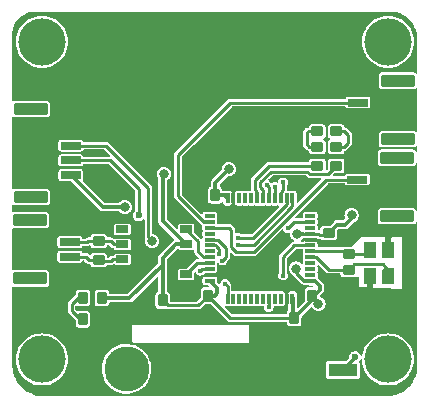
<source format=gbr>
%TF.GenerationSoftware,KiCad,Pcbnew,(6.0.1)*%
%TF.CreationDate,2022-12-05T15:25:31+08:00*%
%TF.ProjectId,IMU_base_V7.1,494d555f-6261-4736-955f-56372e312e6b,rev?*%
%TF.SameCoordinates,Original*%
%TF.FileFunction,Copper,L1,Top*%
%TF.FilePolarity,Positive*%
%FSLAX46Y46*%
G04 Gerber Fmt 4.6, Leading zero omitted, Abs format (unit mm)*
G04 Created by KiCad (PCBNEW (6.0.1)) date 2022-12-05 15:25:31*
%MOMM*%
%LPD*%
G01*
G04 APERTURE LIST*
G04 Aperture macros list*
%AMRoundRect*
0 Rectangle with rounded corners*
0 $1 Rounding radius*
0 $2 $3 $4 $5 $6 $7 $8 $9 X,Y pos of 4 corners*
0 Add a 4 corners polygon primitive as box body*
4,1,4,$2,$3,$4,$5,$6,$7,$8,$9,$2,$3,0*
0 Add four circle primitives for the rounded corners*
1,1,$1+$1,$2,$3*
1,1,$1+$1,$4,$5*
1,1,$1+$1,$6,$7*
1,1,$1+$1,$8,$9*
0 Add four rect primitives between the rounded corners*
20,1,$1+$1,$2,$3,$4,$5,0*
20,1,$1+$1,$4,$5,$6,$7,0*
20,1,$1+$1,$6,$7,$8,$9,0*
20,1,$1+$1,$8,$9,$2,$3,0*%
%AMFreePoly0*
4,1,18,-0.650000,0.472500,-0.646004,0.492591,-0.634623,0.509623,-0.617591,0.521004,-0.597500,0.525000,0.440000,0.525000,0.650000,0.315000,0.650000,-0.472500,0.646004,-0.492591,0.634623,-0.509623,0.617591,-0.521004,0.597500,-0.525000,-0.597500,-0.525000,-0.617591,-0.521004,-0.634623,-0.509623,-0.646004,-0.492591,-0.650000,-0.472500,-0.650000,0.472500,-0.650000,0.472500,$1*%
G04 Aperture macros list end*
%TA.AperFunction,SMDPad,CuDef*%
%ADD10RoundRect,0.040000X-0.460000X-0.360000X0.460000X-0.360000X0.460000X0.360000X-0.460000X0.360000X0*%
%TD*%
%TA.AperFunction,SMDPad,CuDef*%
%ADD11RoundRect,0.050000X1.350000X0.450000X-1.350000X0.450000X-1.350000X-0.450000X1.350000X-0.450000X0*%
%TD*%
%TA.AperFunction,SMDPad,CuDef*%
%ADD12RoundRect,0.030000X0.820000X0.270000X-0.820000X0.270000X-0.820000X-0.270000X0.820000X-0.270000X0*%
%TD*%
%TA.AperFunction,SMDPad,CuDef*%
%ADD13RoundRect,0.040000X0.360000X-0.460000X0.360000X0.460000X-0.360000X0.460000X-0.360000X-0.460000X0*%
%TD*%
%TA.AperFunction,SMDPad,CuDef*%
%ADD14RoundRect,0.040000X0.460000X0.360000X-0.460000X0.360000X-0.460000X-0.360000X0.460000X-0.360000X0*%
%TD*%
%TA.AperFunction,SMDPad,CuDef*%
%ADD15RoundRect,0.030000X0.470000X0.270000X-0.470000X0.270000X-0.470000X-0.270000X0.470000X-0.270000X0*%
%TD*%
%TA.AperFunction,SMDPad,CuDef*%
%ADD16RoundRect,0.040000X-0.360000X0.460000X-0.360000X-0.460000X0.360000X-0.460000X0.360000X0.460000X0*%
%TD*%
%TA.AperFunction,ComponentPad*%
%ADD17R,3.800000X3.800000*%
%TD*%
%TA.AperFunction,ComponentPad*%
%ADD18C,3.800000*%
%TD*%
%TA.AperFunction,SMDPad,CuDef*%
%ADD19FreePoly0,90.000000*%
%TD*%
%TA.AperFunction,SMDPad,CuDef*%
%ADD20RoundRect,0.052500X0.472500X-0.597500X0.472500X0.597500X-0.472500X0.597500X-0.472500X-0.597500X0*%
%TD*%
%TA.AperFunction,SMDPad,CuDef*%
%ADD21R,2.440000X1.120000*%
%TD*%
%TA.AperFunction,SMDPad,CuDef*%
%ADD22RoundRect,0.015000X0.410000X0.135000X-0.410000X0.135000X-0.410000X-0.135000X0.410000X-0.135000X0*%
%TD*%
%TA.AperFunction,SMDPad,CuDef*%
%ADD23RoundRect,0.015000X-0.135000X0.410000X-0.135000X-0.410000X0.135000X-0.410000X0.135000X0.410000X0*%
%TD*%
%TA.AperFunction,SMDPad,CuDef*%
%ADD24RoundRect,0.030000X-0.820000X-0.270000X0.820000X-0.270000X0.820000X0.270000X-0.820000X0.270000X0*%
%TD*%
%TA.AperFunction,SMDPad,CuDef*%
%ADD25RoundRect,0.050000X-1.350000X-0.450000X1.350000X-0.450000X1.350000X0.450000X-1.350000X0.450000X0*%
%TD*%
%TA.AperFunction,ViaPad*%
%ADD26C,0.800000*%
%TD*%
%TA.AperFunction,ViaPad*%
%ADD27C,0.400000*%
%TD*%
%TA.AperFunction,ViaPad*%
%ADD28C,0.600000*%
%TD*%
%TA.AperFunction,ViaPad*%
%ADD29C,4.000000*%
%TD*%
%TA.AperFunction,Conductor*%
%ADD30C,0.250000*%
%TD*%
%TA.AperFunction,Conductor*%
%ADD31C,0.350000*%
%TD*%
%TA.AperFunction,Conductor*%
%ADD32C,0.500000*%
%TD*%
G04 APERTURE END LIST*
D10*
%TO.P,C16,1*%
%TO.N,GND*%
X179050000Y-88900000D03*
%TO.P,C16,2*%
%TO.N,/XTAL1*%
X179050000Y-90500000D03*
%TD*%
%TO.P,120,1*%
%TO.N,/CAN_L*%
X157900000Y-89400000D03*
%TO.P,120,2*%
%TO.N,/CAN_H*%
X157900000Y-91000000D03*
%TD*%
D11*
%TO.P,J1,MP*%
%TO.N,N/C*%
X152178000Y-85650000D03*
X152178000Y-78200000D03*
D12*
%TO.P,J1,4*%
%TO.N,GND*%
X155528000Y-80050000D03*
%TO.P,J1,3*%
%TO.N,/SWCLK*%
X155528000Y-81300000D03*
%TO.P,J1,2*%
%TO.N,/SWDIO*%
X155528000Y-82550000D03*
%TO.P,J1,1*%
%TO.N,+3V3*%
X155528000Y-83800000D03*
%TD*%
D13*
%TO.P,C2,1*%
%TO.N,+3V3*%
X175950000Y-94000000D03*
%TO.P,C2,2*%
%TO.N,GND*%
X177550000Y-94000000D03*
%TD*%
D10*
%TO.P,LED1,1,Cathode*%
%TO.N,GND*%
X178000000Y-78500000D03*
%TO.P,LED1,2,Anode*%
%TO.N,Net-(D3-Pad2)*%
X178000000Y-80100000D03*
%TD*%
D14*
%TO.P,C4,1*%
%TO.N,+3V3*%
X177350000Y-88700000D03*
%TO.P,C4,2*%
%TO.N,GND*%
X177350000Y-87100000D03*
%TD*%
D13*
%TO.P,C14,1*%
%TO.N,GND*%
X161700000Y-94400000D03*
%TO.P,C14,2*%
%TO.N,+3V3*%
X163300000Y-94400000D03*
%TD*%
D15*
%TO.P,U4,1,Tx_D*%
%TO.N,/CAN0_TX*%
X165300000Y-92205000D03*
%TO.P,U4,2,GND*%
%TO.N,GND*%
X165300000Y-90935000D03*
%TO.P,U4,3,Vin*%
%TO.N,+3V3*%
X165300000Y-89665000D03*
%TO.P,U4,4,Rx_D*%
%TO.N,/CAN0_RX*%
X165300000Y-88395000D03*
%TO.P,U4,5,V_IO*%
%TO.N,unconnected-(U4-Pad5)*%
X159900000Y-88395000D03*
%TO.P,U4,6,CAN_L*%
%TO.N,/CAN_L*%
X159900000Y-89665000D03*
%TO.P,U4,7,CAN_H*%
%TO.N,/CAN_H*%
X159900000Y-90935000D03*
%TO.P,U4,8,STB*%
%TO.N,GND*%
X159900000Y-92205000D03*
%TD*%
D16*
%TO.P,C5,1*%
%TO.N,+3V3*%
X167750000Y-85500000D03*
%TO.P,C5,2*%
%TO.N,GND*%
X166150000Y-85500000D03*
%TD*%
D10*
%TO.P,R7,1*%
%TO.N,Net-(D4-Pad2)*%
X176400000Y-81400000D03*
%TO.P,R7,2*%
%TO.N,/LED1*%
X176400000Y-83000000D03*
%TD*%
D17*
%TO.P,VCC,1*%
%TO.N,GND*%
X165250000Y-100200000D03*
D18*
%TO.P,VCC,2*%
%TO.N,+24V*%
X160250000Y-100200000D03*
%TD*%
D10*
%TO.P,LED2,1,Cathode*%
%TO.N,GND*%
X176400000Y-78500000D03*
%TO.P,LED2,2,Anode*%
%TO.N,Net-(D4-Pad2)*%
X176400000Y-80100000D03*
%TD*%
D12*
%TO.P,J6,1*%
%TO.N,/CAN_H*%
X155450000Y-90700000D03*
%TO.P,J6,2*%
%TO.N,/CAN_L*%
X155450000Y-89450000D03*
D11*
%TO.P,J6,MP*%
%TO.N,N/C*%
X152100000Y-87600000D03*
X152100000Y-92550000D03*
%TD*%
D19*
%TO.P,X1,1*%
%TO.N,/XTAL0*%
X182400000Y-92300000D03*
D20*
%TO.P,X1,2*%
%TO.N,GND*%
X182400000Y-90100000D03*
%TO.P,X1,3*%
%TO.N,/XTAL1*%
X180850000Y-90100000D03*
%TO.P,X1,4*%
%TO.N,GND*%
X180850000Y-92300000D03*
%TD*%
D21*
%TO.P,SW1,1*%
%TO.N,/RESET*%
X178555000Y-100300000D03*
%TO.P,SW1,2*%
%TO.N,GND*%
X169945000Y-100300000D03*
%TD*%
D22*
%TO.P,U2,1,Vbat*%
%TO.N,+3V3*%
X175800000Y-92750000D03*
%TO.P,U2,2,PC13*%
%TO.N,unconnected-(U2-Pad2)*%
X175800000Y-92250000D03*
%TO.P,U2,3,PC14*%
%TO.N,unconnected-(U2-Pad3)*%
X175800000Y-91750000D03*
%TO.P,U2,4,PC15*%
%TO.N,unconnected-(U2-Pad4)*%
X175800000Y-91250000D03*
%TO.P,U2,5,PD0*%
%TO.N,/XTAL0*%
X175800000Y-90750000D03*
%TO.P,U2,6,PD1*%
%TO.N,/XTAL1*%
X175800000Y-90250000D03*
%TO.P,U2,7,nRST*%
%TO.N,/RESET*%
X175800000Y-89750000D03*
%TO.P,U2,8,GND_A*%
%TO.N,GND*%
X175800000Y-89250000D03*
%TO.P,U2,9,Vin_A*%
%TO.N,+3V3*%
X175800000Y-88750000D03*
%TO.P,U2,10,PA0*%
%TO.N,unconnected-(U2-Pad10)*%
X175800000Y-88250000D03*
%TO.P,U2,11,PA1*%
%TO.N,/TIM10_CH1*%
X175800000Y-87750000D03*
%TO.P,U2,12,PA2*%
%TO.N,unconnected-(U2-Pad12)*%
X175800000Y-87250000D03*
D23*
%TO.P,U2,13,PA3*%
%TO.N,/INT1_Acce1*%
X174300000Y-85750000D03*
%TO.P,U2,14,PA4*%
%TO.N,/INT1_Gyro*%
X173800000Y-85750000D03*
%TO.P,U2,15,PA5*%
%TO.N,/SPI1_CLK*%
X173300000Y-85750000D03*
%TO.P,U2,16,PA6*%
%TO.N,/SPI1_MISO*%
X172800000Y-85750000D03*
%TO.P,U2,17,PA7*%
%TO.N,/SPI1_MOSI*%
X172300000Y-85750000D03*
%TO.P,U2,18,PB0*%
%TO.N,N/C*%
X171800000Y-85750000D03*
%TO.P,U2,19,PB1*%
%TO.N,/LED1*%
X171300000Y-85750000D03*
%TO.P,U2,20,PB2*%
%TO.N,unconnected-(U2-Pad20)*%
X170800000Y-85750000D03*
%TO.P,U2,21,PB10*%
%TO.N,unconnected-(U2-Pad21)*%
X170300000Y-85750000D03*
%TO.P,U2,22,PB11*%
%TO.N,unconnected-(U2-Pad22)*%
X169800000Y-85750000D03*
%TO.P,U2,23,GND*%
%TO.N,GND*%
X169300000Y-85750000D03*
%TO.P,U2,24,Vin*%
%TO.N,+3V3*%
X168800000Y-85750000D03*
D22*
%TO.P,U2,25,PB12*%
%TO.N,unconnected-(U2-Pad25)*%
X167300000Y-87250000D03*
%TO.P,U2,26,PB13*%
%TO.N,Net-(J3-Pad1)*%
X167300000Y-87750000D03*
%TO.P,U2,27,PB14*%
%TO.N,Net-(J4-Pad1)*%
X167300000Y-88250000D03*
%TO.P,U2,28,PB15*%
%TO.N,unconnected-(U2-Pad28)*%
X167300000Y-88750000D03*
%TO.P,U2,29,PA8*%
%TO.N,/CS1_Acce1*%
X167300000Y-89250000D03*
%TO.P,U2,30,PA9*%
%TO.N,/CS1_Gyro*%
X167300000Y-89750000D03*
%TO.P,U2,31,PA10*%
%TO.N,unconnected-(U2-Pad31)*%
X167300000Y-90250000D03*
%TO.P,U2,32,PA11*%
%TO.N,/CAN0_RX*%
X167300000Y-90750000D03*
%TO.P,U2,33,PA12*%
%TO.N,/CAN0_TX*%
X167300000Y-91250000D03*
%TO.P,U2,34,PA13*%
%TO.N,/SWDIO*%
X167300000Y-91750000D03*
%TO.P,U2,35,GND*%
%TO.N,GND*%
X167300000Y-92250000D03*
%TO.P,U2,36,Vin*%
%TO.N,+3V3*%
X167300000Y-92750000D03*
D23*
%TO.P,U2,37,PA14*%
%TO.N,/SWCLK*%
X168800000Y-94250000D03*
%TO.P,U2,38,PA15*%
%TO.N,unconnected-(U2-Pad38)*%
X169300000Y-94250000D03*
%TO.P,U2,39,PB3*%
%TO.N,unconnected-(U2-Pad39)*%
X169800000Y-94250000D03*
%TO.P,U2,40,PB4*%
%TO.N,unconnected-(U2-Pad40)*%
X170300000Y-94250000D03*
%TO.P,U2,41,PB5*%
%TO.N,unconnected-(U2-Pad41)*%
X170800000Y-94250000D03*
%TO.P,U2,42,PB6*%
%TO.N,unconnected-(U2-Pad42)*%
X171300000Y-94250000D03*
%TO.P,U2,43,PB7*%
%TO.N,unconnected-(U2-Pad43)*%
X171800000Y-94250000D03*
%TO.P,U2,44,BOOT0*%
%TO.N,/BOOT0*%
X172300000Y-94250000D03*
%TO.P,U2,45,PB8*%
%TO.N,unconnected-(U2-Pad45)*%
X172800000Y-94250000D03*
%TO.P,U2,46,PB9*%
%TO.N,unconnected-(U2-Pad46)*%
X173300000Y-94250000D03*
%TO.P,U2,47,GND*%
%TO.N,GND*%
X173800000Y-94250000D03*
%TO.P,U2,48,Vin*%
%TO.N,+3V3*%
X174300000Y-94250000D03*
%TD*%
D16*
%TO.P,C6,1*%
%TO.N,+3V3*%
X167150000Y-94000000D03*
%TO.P,C6,2*%
%TO.N,GND*%
X165550000Y-94000000D03*
%TD*%
D13*
%TO.P,R2,1*%
%TO.N,Net-(D2-Pad2)*%
X156550000Y-94200000D03*
%TO.P,R2,2*%
%TO.N,+3V3*%
X158150000Y-94200000D03*
%TD*%
D10*
%TO.P,R6,1*%
%TO.N,Net-(D3-Pad2)*%
X178000000Y-81400000D03*
%TO.P,R6,2*%
%TO.N,N/C*%
X178000000Y-83000000D03*
%TD*%
D24*
%TO.P,J4,1*%
%TO.N,Net-(J4-Pad1)*%
X179800000Y-84175000D03*
%TO.P,J4,2*%
%TO.N,GND*%
X179800000Y-85425000D03*
D25*
%TO.P,J4,MP*%
%TO.N,N/C*%
X183150000Y-82325000D03*
X183150000Y-87275000D03*
%TD*%
D14*
%TO.P,C15,1*%
%TO.N,GND*%
X179050000Y-93400000D03*
%TO.P,C15,2*%
%TO.N,/XTAL0*%
X179050000Y-91800000D03*
%TD*%
D13*
%TO.P,C1,1*%
%TO.N,+3V3*%
X174450000Y-95900000D03*
%TO.P,C1,2*%
%TO.N,GND*%
X176050000Y-95900000D03*
%TD*%
D16*
%TO.P,3V3,1,Cathode*%
%TO.N,GND*%
X158150000Y-96000000D03*
%TO.P,3V3,2,Anode*%
%TO.N,Net-(D2-Pad2)*%
X156550000Y-96000000D03*
%TD*%
D24*
%TO.P,J3,1*%
%TO.N,Net-(J3-Pad1)*%
X179850000Y-77650000D03*
%TO.P,J3,2*%
%TO.N,GND*%
X179850000Y-78900000D03*
D25*
%TO.P,J3,MP*%
%TO.N,N/C*%
X183200000Y-80750000D03*
X183200000Y-75800000D03*
%TD*%
D26*
%TO.N,GND*%
X159500000Y-97000000D03*
X159850000Y-93250000D03*
X155950000Y-92400000D03*
X172600000Y-98600000D03*
X171700000Y-98600000D03*
X171400000Y-93000000D03*
X170400000Y-93000000D03*
X171400000Y-92200000D03*
X170400000Y-92200000D03*
X172000000Y-76600000D03*
X173400000Y-80300000D03*
X173400000Y-81400000D03*
X174400000Y-81400000D03*
X183000000Y-78200000D03*
X183000000Y-77200000D03*
X174800000Y-71200000D03*
X173200000Y-71100000D03*
X171800000Y-71200000D03*
X170200000Y-71200000D03*
X168900000Y-71200000D03*
X160400000Y-81400000D03*
X158000000Y-84100000D03*
X156400000Y-86600000D03*
X156500000Y-88100000D03*
X156300000Y-97500000D03*
X173100000Y-76600000D03*
X174400000Y-80200000D03*
X175800000Y-96000000D03*
%TO.N,+3V3*%
X160100000Y-86500000D03*
X163400000Y-83700000D03*
%TO.N,/SWCLK*%
X162413189Y-89386811D03*
D27*
%TO.N,/SPI1_MISO*%
X172824500Y-84800000D03*
%TO.N,/SWDIO*%
X166500000Y-91900000D03*
D26*
%TO.N,+3V3*%
X174700000Y-88800000D03*
D27*
%TO.N,GND*%
X177100000Y-92300000D03*
%TO.N,/RESET*%
X173500000Y-92300000D03*
%TO.N,GND*%
X177300000Y-89700000D03*
%TO.N,/INT1_Gyro*%
X169666451Y-89088234D03*
%TO.N,/BOOT0*%
X172300000Y-95000000D03*
%TO.N,/INT1_Acce1*%
X169650498Y-89700000D03*
%TO.N,/SPI1_CLK*%
X173500000Y-84400000D03*
%TO.N,/SWCLK*%
X168600000Y-93000000D03*
%TO.N,GND*%
X178000000Y-92500000D03*
D26*
X177500000Y-86100000D03*
X177800000Y-85200000D03*
X175200000Y-84300000D03*
D28*
%TO.N,/SWDIO*%
X161300000Y-87200000D03*
D27*
%TO.N,/SPI1_MOSI*%
X172100000Y-84600000D03*
%TO.N,/CS1_Gyro*%
X168108883Y-90502292D03*
%TO.N,/TIM10_CH1*%
X173900000Y-88300000D03*
%TO.N,/CS1_Acce1*%
X168368546Y-91042643D03*
D26*
%TO.N,+3V3*%
X168900000Y-83300000D03*
%TO.N,GND*%
X176400000Y-96900000D03*
%TO.N,+3V3*%
X174614068Y-91708441D03*
%TO.N,GND*%
X164700000Y-93800000D03*
%TO.N,+3V3*%
X176500000Y-94700000D03*
%TO.N,GND*%
X153500000Y-80100000D03*
X153400000Y-83600000D03*
X157000000Y-80300000D03*
X153400000Y-81900000D03*
X157000000Y-79400000D03*
X168000000Y-98900000D03*
X167900000Y-101900000D03*
X184100000Y-91100000D03*
X168000000Y-100000000D03*
X184100000Y-89300000D03*
D27*
X179100000Y-89600000D03*
D26*
X182800000Y-88600000D03*
X180600000Y-93800000D03*
D28*
%TO.N,/RESET*%
X179600000Y-99200000D03*
D26*
%TO.N,+3V3*%
X179300000Y-87200000D03*
%TO.N,GND*%
X184100000Y-92900000D03*
X182300000Y-93800000D03*
D29*
%TO.N,*%
X182381600Y-99402603D03*
D27*
%TO.N,GND*%
X181800000Y-88800000D03*
D29*
%TO.N,*%
X153091600Y-99402603D03*
D26*
%TO.N,GND*%
X168000000Y-100900000D03*
D27*
X180500000Y-88800000D03*
D29*
%TO.N,*%
X153091600Y-72502603D03*
D27*
%TO.N,GND*%
X179500000Y-92600000D03*
D29*
%TO.N,*%
X182391600Y-72502603D03*
%TD*%
D30*
%TO.N,Net-(D3-Pad2)*%
X178700000Y-80100000D02*
X178000000Y-80100000D01*
%TO.N,Net-(D4-Pad2)*%
X175600000Y-80100000D02*
X176400000Y-80100000D01*
X175500000Y-80200000D02*
X175600000Y-80100000D01*
X175500000Y-81200000D02*
X175500000Y-80200000D01*
%TO.N,+3V3*%
X169050000Y-95900000D02*
X174450000Y-95900000D01*
X167150000Y-94000000D02*
X169050000Y-95900000D01*
%TO.N,GND*%
X176775153Y-89700000D02*
X177300000Y-89700000D01*
X175825480Y-89275480D02*
X176350633Y-89275480D01*
X175800000Y-89250000D02*
X175825480Y-89275480D01*
X176350633Y-89275480D02*
X176775153Y-89700000D01*
%TO.N,/SWDIO*%
X158850000Y-82550000D02*
X155528000Y-82550000D01*
X161300000Y-87200000D02*
X161300000Y-85000000D01*
X161300000Y-85000000D02*
X158850000Y-82550000D01*
D31*
%TO.N,+3V3*%
X163300000Y-87707077D02*
X163300000Y-83800000D01*
X164662443Y-89069520D02*
X163300000Y-87707077D01*
X164704520Y-89069520D02*
X164662443Y-89069520D01*
X165300000Y-89665000D02*
X164704520Y-89069520D01*
X164435000Y-89665000D02*
X165300000Y-89665000D01*
X163300000Y-90800000D02*
X164435000Y-89665000D01*
X163300000Y-91300000D02*
X163300000Y-90800000D01*
D30*
%TO.N,/SWCLK*%
X162100000Y-89073622D02*
X162413189Y-89386811D01*
X158483193Y-81300000D02*
X162100000Y-84916807D01*
X155528000Y-81300000D02*
X158483193Y-81300000D01*
X162100000Y-84916807D02*
X162100000Y-89073622D01*
%TO.N,/SWDIO*%
X166650000Y-91750000D02*
X167300000Y-91750000D01*
X166500000Y-91900000D02*
X166650000Y-91750000D01*
%TO.N,/CS1_Acce1*%
X167975608Y-89250000D02*
X167300000Y-89250000D01*
X168676467Y-90734722D02*
X168676467Y-89950859D01*
X168676467Y-89950859D02*
X167975608Y-89250000D01*
X168368546Y-91042643D02*
X168676467Y-90734722D01*
%TO.N,Net-(J4-Pad1)*%
X169125987Y-89917261D02*
X169125987Y-88425987D01*
X171046588Y-90300000D02*
X169508726Y-90300000D01*
X177171588Y-84175000D02*
X171046588Y-90300000D01*
X169508726Y-90300000D02*
X169125987Y-89917261D01*
X169125987Y-88425987D02*
X168950000Y-88250000D01*
X179800000Y-84175000D02*
X177171588Y-84175000D01*
X168950000Y-88250000D02*
X167300000Y-88250000D01*
%TO.N,/INT1_Gyro*%
X169666451Y-89088234D02*
X170986919Y-89088234D01*
X170986919Y-89088234D02*
X173800000Y-86275153D01*
X173800000Y-86275153D02*
X173800000Y-85750000D01*
%TO.N,/CS1_Gyro*%
X167839891Y-89764738D02*
X167839891Y-89750000D01*
X168108883Y-90033730D02*
X167839891Y-89764738D01*
X168108883Y-90502292D02*
X168108883Y-90033730D01*
X167839891Y-89750000D02*
X167300000Y-89750000D01*
%TO.N,/CAN0_RX*%
X165300000Y-88410871D02*
X165300000Y-88395000D01*
X166300000Y-89410871D02*
X165300000Y-88410871D01*
X166300000Y-90275153D02*
X166300000Y-89410871D01*
X167300000Y-90750000D02*
X166774847Y-90750000D01*
X166774847Y-90750000D02*
X166300000Y-90275153D01*
%TO.N,/INT1_Acce1*%
X174300000Y-86410871D02*
X174300000Y-85750000D01*
X169650498Y-89700000D02*
X171010871Y-89700000D01*
X171010871Y-89700000D02*
X174300000Y-86410871D01*
%TO.N,/TIM10_CH1*%
X174450000Y-87750000D02*
X175800000Y-87750000D01*
X173900000Y-88300000D02*
X174450000Y-87750000D01*
%TO.N,*%
X175789011Y-83724520D02*
X177275480Y-83724520D01*
X171800000Y-85041772D02*
X171575489Y-84817261D01*
X171800000Y-85750000D02*
X171800000Y-85041772D01*
X172458228Y-83500000D02*
X175564491Y-83500000D01*
%TO.N,/CAN_L*%
X157900000Y-89400000D02*
X157000000Y-89400000D01*
%TO.N,*%
X171575489Y-84382739D02*
X172458228Y-83500000D01*
%TO.N,/LED1*%
X171125969Y-84174031D02*
X171125969Y-85050816D01*
%TO.N,*%
X175564491Y-83500000D02*
X175789011Y-83724520D01*
%TO.N,/LED1*%
X172300000Y-83000000D02*
X171125969Y-84174031D01*
X171300000Y-85224847D02*
X171300000Y-85750000D01*
%TO.N,*%
X171575489Y-84817261D02*
X171575489Y-84382739D01*
X177275480Y-83724520D02*
X178000000Y-83000000D01*
%TO.N,/CAN_L*%
X155500000Y-89500000D02*
X155450000Y-89450000D01*
%TO.N,/LED1*%
X176400000Y-83000000D02*
X172300000Y-83000000D01*
X171125969Y-85050816D02*
X171300000Y-85224847D01*
%TO.N,/SPI1_MOSI*%
X172300000Y-84800000D02*
X172300000Y-85750000D01*
%TO.N,/SPI1_CLK*%
X173500000Y-85024847D02*
X173300000Y-85224847D01*
X173300000Y-85224847D02*
X173300000Y-85750000D01*
%TO.N,/CAN_L*%
X156900000Y-89500000D02*
X155500000Y-89500000D01*
X159165000Y-89665000D02*
X158900000Y-89400000D01*
X159900000Y-89665000D02*
X159165000Y-89665000D01*
%TO.N,/SPI1_MISO*%
X172800000Y-84824500D02*
X172824500Y-84800000D01*
%TO.N,/CAN_L*%
X158900000Y-89400000D02*
X157900000Y-89400000D01*
X157000000Y-89400000D02*
X156900000Y-89500000D01*
%TO.N,/CAN_H*%
X158000000Y-91100000D02*
X157900000Y-91000000D01*
%TO.N,/CAN0_TX*%
X166255000Y-91250000D02*
X165300000Y-92205000D01*
X167300000Y-91250000D02*
X166255000Y-91250000D01*
%TO.N,/CAN_H*%
X157900000Y-91000000D02*
X157100000Y-91000000D01*
X157100000Y-91000000D02*
X156800000Y-90700000D01*
X159065000Y-90935000D02*
X158900000Y-91100000D01*
X159900000Y-90935000D02*
X159065000Y-90935000D01*
X156800000Y-90700000D02*
X155450000Y-90700000D01*
X158900000Y-91100000D02*
X158000000Y-91100000D01*
%TO.N,/SPI1_MOSI*%
X172100000Y-84600000D02*
X172300000Y-84800000D01*
%TO.N,/SPI1_MISO*%
X172800000Y-85750000D02*
X172800000Y-84824500D01*
%TO.N,/SPI1_CLK*%
X173500000Y-84400000D02*
X173500000Y-85024847D01*
%TO.N,Net-(D2-Pad2)*%
X156100000Y-94200000D02*
X155600000Y-94700000D01*
%TO.N,Net-(J3-Pad1)*%
X164600000Y-85575153D02*
X166774847Y-87750000D01*
%TO.N,Net-(D2-Pad2)*%
X156550000Y-94200000D02*
X156100000Y-94200000D01*
%TO.N,/XTAL1*%
X180450000Y-90500000D02*
X180850000Y-90100000D01*
X178800000Y-90250000D02*
X179050000Y-90500000D01*
%TO.N,Net-(D3-Pad2)*%
X178700000Y-80100000D02*
X179000000Y-80400000D01*
%TO.N,/XTAL0*%
X176325153Y-90750000D02*
X177375153Y-91800000D01*
%TO.N,Net-(J3-Pad1)*%
X166774847Y-87750000D02*
X167300000Y-87750000D01*
%TO.N,/XTAL1*%
X179050000Y-90500000D02*
X180450000Y-90500000D01*
%TO.N,Net-(D3-Pad2)*%
X179000000Y-81100000D02*
X178700000Y-81400000D01*
%TO.N,Net-(D2-Pad2)*%
X156300000Y-96000000D02*
X156550000Y-96000000D01*
%TO.N,Net-(J3-Pad1)*%
X164600000Y-82100000D02*
X164600000Y-85575153D01*
X179850000Y-77650000D02*
X169050000Y-77650000D01*
%TO.N,Net-(D3-Pad2)*%
X178700000Y-81400000D02*
X178000000Y-81400000D01*
%TO.N,/SWCLK*%
X168800000Y-93200000D02*
X168600000Y-93000000D01*
%TO.N,/XTAL1*%
X175800000Y-90250000D02*
X178800000Y-90250000D01*
%TO.N,/SWCLK*%
X168800000Y-94250000D02*
X168800000Y-93200000D01*
%TO.N,Net-(D2-Pad2)*%
X155600000Y-94700000D02*
X155600000Y-95300000D01*
%TO.N,Net-(D4-Pad2)*%
X176400000Y-81400000D02*
X175700000Y-81400000D01*
X175700000Y-81400000D02*
X175500000Y-81200000D01*
%TO.N,/BOOT0*%
X172300000Y-94250000D02*
X172300000Y-95000000D01*
%TO.N,Net-(J3-Pad1)*%
X169050000Y-77650000D02*
X164600000Y-82100000D01*
%TO.N,Net-(D3-Pad2)*%
X179000000Y-80400000D02*
X179000000Y-81100000D01*
%TO.N,Net-(D2-Pad2)*%
X155600000Y-95300000D02*
X156300000Y-96000000D01*
%TO.N,/XTAL0*%
X179050000Y-91800000D02*
X179524520Y-91325480D01*
%TO.N,/RESET*%
X173500000Y-92300000D02*
X173500000Y-90700000D01*
%TO.N,/XTAL0*%
X179524520Y-91325480D02*
X181925480Y-91325480D01*
%TO.N,/RESET*%
X173500000Y-90700000D02*
X174450000Y-89750000D01*
X178555000Y-100300000D02*
X178555000Y-100245000D01*
%TO.N,/XTAL0*%
X175800000Y-90750000D02*
X176325153Y-90750000D01*
X182400000Y-91800000D02*
X182400000Y-92300000D01*
X181925480Y-91325480D02*
X182400000Y-91800000D01*
%TO.N,/RESET*%
X174450000Y-89750000D02*
X175800000Y-89750000D01*
X178555000Y-100245000D02*
X179600000Y-99200000D01*
%TO.N,/XTAL0*%
X177375153Y-91800000D02*
X179050000Y-91800000D01*
D31*
%TO.N,+3V3*%
X178050000Y-88000000D02*
X177350000Y-88700000D01*
D30*
X174614068Y-91708441D02*
X174614068Y-92089221D01*
X163724520Y-94824520D02*
X166325480Y-94824520D01*
D31*
X179300000Y-87450000D02*
X178750000Y-88000000D01*
X174324520Y-95774520D02*
X174450000Y-95900000D01*
D30*
X177150000Y-88900000D02*
X177350000Y-88700000D01*
D31*
X174700000Y-88800000D02*
X174759511Y-88740489D01*
X167750000Y-85500000D02*
X167750000Y-84450000D01*
X174324520Y-94225480D02*
X174324520Y-95774520D01*
D32*
%TO.N,GND*%
X180850000Y-93550000D02*
X180600000Y-93800000D01*
D31*
%TO.N,+3V3*%
X167900000Y-93350000D02*
X167324520Y-92774520D01*
X158228000Y-86500000D02*
X160200000Y-86500000D01*
D32*
%TO.N,GND*%
X182400000Y-89000000D02*
X182800000Y-88600000D01*
X182400000Y-90100000D02*
X182400000Y-89000000D01*
X180850000Y-92300000D02*
X180850000Y-93550000D01*
D30*
%TO.N,+3V3*%
X175800000Y-88750000D02*
X176450000Y-88750000D01*
X175800000Y-88750000D02*
X175223158Y-88750000D01*
D31*
X167150000Y-94000000D02*
X167700000Y-94000000D01*
X178750000Y-88000000D02*
X178050000Y-88000000D01*
X167750000Y-85500000D02*
X168550000Y-85500000D01*
X175950000Y-94400000D02*
X174450000Y-95900000D01*
X167900000Y-93800000D02*
X167900000Y-93350000D01*
X158150000Y-94200000D02*
X160493781Y-94200000D01*
X176600000Y-93200000D02*
X176174520Y-92774520D01*
X168550000Y-85500000D02*
X168775480Y-85725480D01*
X175950000Y-94000000D02*
X175950000Y-94400000D01*
D30*
X175223158Y-88750000D02*
X175213647Y-88740489D01*
X176450000Y-88750000D02*
X176600000Y-88900000D01*
D31*
X167700000Y-94000000D02*
X167900000Y-93800000D01*
X163300000Y-91393781D02*
X163300000Y-91300000D01*
D30*
X166325480Y-94824520D02*
X167150000Y-94000000D01*
D31*
X155528000Y-83800000D02*
X158228000Y-86500000D01*
D30*
X163300000Y-94400000D02*
X163724520Y-94824520D01*
D31*
X175950000Y-94000000D02*
X176100000Y-94000000D01*
X176174520Y-92774520D02*
X175800000Y-92774520D01*
X176500000Y-94700000D02*
X175950000Y-94150000D01*
X163300000Y-91300000D02*
X163300000Y-94400000D01*
X175950000Y-94150000D02*
X175950000Y-94000000D01*
X176100000Y-94000000D02*
X176600000Y-93500000D01*
X176600000Y-93500000D02*
X176600000Y-93200000D01*
D30*
X175274847Y-92750000D02*
X175800000Y-92750000D01*
X174614068Y-92089221D02*
X175274847Y-92750000D01*
X176600000Y-88900000D02*
X177150000Y-88900000D01*
D31*
X179300000Y-87200000D02*
X179300000Y-87450000D01*
X174759511Y-88740489D02*
X175213647Y-88740489D01*
X168775480Y-85725480D02*
X168775480Y-85750000D01*
X167750000Y-84450000D02*
X168900000Y-83300000D01*
X160493781Y-94200000D02*
X163300000Y-91393781D01*
X167324520Y-92774520D02*
X167300000Y-92774520D01*
%TD*%
%TA.AperFunction,Conductor*%
%TO.N,GND*%
G36*
X182572240Y-69955530D02*
G01*
X182573050Y-69955747D01*
X182573051Y-69955747D01*
X182581000Y-69957877D01*
X182588949Y-69955747D01*
X182595757Y-69955747D01*
X182604777Y-69954835D01*
X182788817Y-69965967D01*
X182852776Y-69969836D01*
X182860268Y-69970746D01*
X182927512Y-69983069D01*
X183124360Y-70019143D01*
X183131679Y-70020947D01*
X183388022Y-70100827D01*
X183395065Y-70103498D01*
X183624613Y-70206808D01*
X183639913Y-70213694D01*
X183646596Y-70217202D01*
X183876360Y-70356100D01*
X183882571Y-70360387D01*
X184093925Y-70525971D01*
X184099574Y-70530976D01*
X184289421Y-70720823D01*
X184294426Y-70726472D01*
X184460010Y-70937826D01*
X184464297Y-70944037D01*
X184595969Y-71161847D01*
X184603195Y-71173801D01*
X184606703Y-71180484D01*
X184705496Y-71399992D01*
X184716897Y-71425325D01*
X184719570Y-71432375D01*
X184773590Y-71605730D01*
X184799449Y-71688713D01*
X184801254Y-71696037D01*
X184830537Y-71855826D01*
X184849651Y-71960129D01*
X184850561Y-71967621D01*
X184865562Y-72215618D01*
X184864650Y-72224640D01*
X184864650Y-72231448D01*
X184862520Y-72239397D01*
X184864872Y-72248173D01*
X184867000Y-72264344D01*
X184867000Y-75167500D01*
X184848694Y-75211694D01*
X184804500Y-75230000D01*
X184760306Y-75211694D01*
X184752533Y-75202223D01*
X184734020Y-75174516D01*
X184730601Y-75169399D01*
X184647740Y-75114034D01*
X184599916Y-75104521D01*
X184577686Y-75100099D01*
X184577685Y-75100099D01*
X184574674Y-75099500D01*
X181825326Y-75099500D01*
X181822315Y-75100099D01*
X181822314Y-75100099D01*
X181800084Y-75104521D01*
X181752260Y-75114034D01*
X181669399Y-75169399D01*
X181614034Y-75252260D01*
X181599500Y-75325326D01*
X181599500Y-76274674D01*
X181614034Y-76347740D01*
X181669399Y-76430601D01*
X181752260Y-76485966D01*
X181800084Y-76495479D01*
X181822314Y-76499901D01*
X181822315Y-76499901D01*
X181825326Y-76500500D01*
X184574674Y-76500500D01*
X184577685Y-76499901D01*
X184577686Y-76499901D01*
X184599916Y-76495479D01*
X184647740Y-76485966D01*
X184730601Y-76430601D01*
X184752533Y-76397777D01*
X184792306Y-76371201D01*
X184839223Y-76380533D01*
X184865799Y-76420306D01*
X184867000Y-76432500D01*
X184867000Y-80117500D01*
X184848694Y-80161694D01*
X184804500Y-80180000D01*
X184760306Y-80161694D01*
X184752533Y-80152223D01*
X184734020Y-80124516D01*
X184730601Y-80119399D01*
X184647740Y-80064034D01*
X184599916Y-80054521D01*
X184577686Y-80050099D01*
X184577685Y-80050099D01*
X184574674Y-80049500D01*
X181825326Y-80049500D01*
X181822315Y-80050099D01*
X181822314Y-80050099D01*
X181800084Y-80054521D01*
X181752260Y-80064034D01*
X181669399Y-80119399D01*
X181614034Y-80202260D01*
X181599500Y-80275326D01*
X181599500Y-81224674D01*
X181614034Y-81297740D01*
X181669399Y-81380601D01*
X181752260Y-81435966D01*
X181800084Y-81445479D01*
X181822314Y-81449901D01*
X181822315Y-81449901D01*
X181825326Y-81450500D01*
X184574674Y-81450500D01*
X184577685Y-81449901D01*
X184577686Y-81449901D01*
X184599916Y-81445479D01*
X184647740Y-81435966D01*
X184730601Y-81380601D01*
X184752533Y-81347777D01*
X184792306Y-81321201D01*
X184839223Y-81330533D01*
X184865799Y-81370306D01*
X184867000Y-81382500D01*
X184867000Y-81801439D01*
X184848694Y-81845633D01*
X184804500Y-81863939D01*
X184760306Y-81845633D01*
X184743201Y-81813632D01*
X184738167Y-81788327D01*
X184735966Y-81777260D01*
X184680601Y-81694399D01*
X184597740Y-81639034D01*
X184549916Y-81629521D01*
X184527686Y-81625099D01*
X184527685Y-81625099D01*
X184524674Y-81624500D01*
X181775326Y-81624500D01*
X181772315Y-81625099D01*
X181772314Y-81625099D01*
X181750084Y-81629521D01*
X181702260Y-81639034D01*
X181619399Y-81694399D01*
X181564034Y-81777260D01*
X181556799Y-81813632D01*
X181550434Y-81845633D01*
X181549500Y-81850326D01*
X181549500Y-82799674D01*
X181564034Y-82872740D01*
X181619399Y-82955601D01*
X181702260Y-83010966D01*
X181750084Y-83020479D01*
X181772314Y-83024901D01*
X181772315Y-83024901D01*
X181775326Y-83025500D01*
X184524674Y-83025500D01*
X184527685Y-83024901D01*
X184527686Y-83024901D01*
X184549916Y-83020479D01*
X184597740Y-83010966D01*
X184680601Y-82955601D01*
X184735966Y-82872740D01*
X184743201Y-82836368D01*
X184769777Y-82796594D01*
X184816693Y-82787262D01*
X184856467Y-82813838D01*
X184867000Y-82848561D01*
X184867000Y-86751439D01*
X184848694Y-86795633D01*
X184804500Y-86813939D01*
X184760306Y-86795633D01*
X184743201Y-86763632D01*
X184737167Y-86733299D01*
X184735966Y-86727260D01*
X184680601Y-86644399D01*
X184597740Y-86589034D01*
X184549916Y-86579521D01*
X184527686Y-86575099D01*
X184527685Y-86575099D01*
X184524674Y-86574500D01*
X181775326Y-86574500D01*
X181772315Y-86575099D01*
X181772314Y-86575099D01*
X181750084Y-86579521D01*
X181702260Y-86589034D01*
X181619399Y-86644399D01*
X181564034Y-86727260D01*
X181559138Y-86751872D01*
X181550434Y-86795633D01*
X181549500Y-86800326D01*
X181549500Y-87749674D01*
X181550099Y-87752685D01*
X181550099Y-87752686D01*
X181551266Y-87758551D01*
X181564034Y-87822740D01*
X181619399Y-87905601D01*
X181702260Y-87960966D01*
X181738527Y-87968180D01*
X181772314Y-87974901D01*
X181772315Y-87974901D01*
X181775326Y-87975500D01*
X184524674Y-87975500D01*
X184527685Y-87974901D01*
X184527686Y-87974901D01*
X184561473Y-87968180D01*
X184597740Y-87960966D01*
X184680601Y-87905601D01*
X184735966Y-87822740D01*
X184743201Y-87786368D01*
X184769777Y-87746594D01*
X184816693Y-87737262D01*
X184856467Y-87763838D01*
X184867000Y-87798561D01*
X184867000Y-99925853D01*
X184864872Y-99942024D01*
X184862520Y-99950800D01*
X184864650Y-99958748D01*
X184864650Y-99964819D01*
X184865662Y-99974625D01*
X184851066Y-100234532D01*
X184850282Y-100241490D01*
X184849430Y-100246505D01*
X184803267Y-100518198D01*
X184801707Y-100525031D01*
X184799867Y-100531419D01*
X184729454Y-100775830D01*
X184724010Y-100794725D01*
X184721697Y-100801336D01*
X184620003Y-101046846D01*
X184614290Y-101060638D01*
X184611249Y-101066952D01*
X184475480Y-101312608D01*
X184471759Y-101318531D01*
X184309335Y-101547446D01*
X184304980Y-101552908D01*
X184157420Y-101718027D01*
X184117950Y-101762194D01*
X184112997Y-101767147D01*
X183911118Y-101947558D01*
X183903711Y-101954177D01*
X183898246Y-101958535D01*
X183669331Y-102120959D01*
X183663408Y-102124680D01*
X183417752Y-102260449D01*
X183411439Y-102263490D01*
X183152136Y-102370897D01*
X183145529Y-102373209D01*
X183039135Y-102403860D01*
X182875831Y-102450907D01*
X182868998Y-102452467D01*
X182734225Y-102475366D01*
X182592290Y-102499482D01*
X182585338Y-102500265D01*
X182445264Y-102508132D01*
X182325425Y-102514862D01*
X182315619Y-102513850D01*
X182309548Y-102513850D01*
X182301600Y-102511720D01*
X182292824Y-102514072D01*
X182276653Y-102516200D01*
X167273997Y-102516198D01*
X153318011Y-102516197D01*
X153302935Y-102514352D01*
X153302910Y-102514346D01*
X153292410Y-102511736D01*
X153284502Y-102514010D01*
X153278427Y-102514120D01*
X153268649Y-102515309D01*
X152997082Y-102505007D01*
X152990104Y-102504349D01*
X152701281Y-102460662D01*
X152694420Y-102459227D01*
X152412300Y-102383476D01*
X152405644Y-102381282D01*
X152133779Y-102274420D01*
X152127410Y-102271494D01*
X151869223Y-102134867D01*
X151863222Y-102131247D01*
X151753531Y-102056377D01*
X151621949Y-101966566D01*
X151616400Y-101962304D01*
X151395077Y-101771640D01*
X151390039Y-101766782D01*
X151338739Y-101711436D01*
X151191458Y-101552540D01*
X151186999Y-101547153D01*
X151013649Y-101312018D01*
X151009815Y-101306154D01*
X150921647Y-101153258D01*
X150863892Y-101053103D01*
X150860737Y-101046846D01*
X150744063Y-100779048D01*
X150741628Y-100772475D01*
X150655671Y-100493293D01*
X150653988Y-100486490D01*
X150599831Y-100199452D01*
X150598919Y-100192502D01*
X150582705Y-99974625D01*
X150578750Y-99921481D01*
X150579583Y-99911671D01*
X150579473Y-99905597D01*
X150581458Y-99897610D01*
X150579185Y-99889704D01*
X150579166Y-99888669D01*
X150577000Y-99873297D01*
X150577000Y-99402603D01*
X150886378Y-99402603D01*
X150886512Y-99404647D01*
X150903365Y-99661769D01*
X150905244Y-99690442D01*
X150961519Y-99973356D01*
X150962174Y-99975287D01*
X150962175Y-99975289D01*
X151053422Y-100244092D01*
X151054241Y-100246505D01*
X151181822Y-100505214D01*
X151182950Y-100506903D01*
X151182954Y-100506909D01*
X151340598Y-100742839D01*
X151342080Y-100745057D01*
X151532273Y-100961930D01*
X151749146Y-101152123D01*
X151750840Y-101153255D01*
X151750844Y-101153258D01*
X151987294Y-101311249D01*
X151987300Y-101311253D01*
X151988989Y-101312381D01*
X152247698Y-101439962D01*
X152249629Y-101440617D01*
X152249635Y-101440620D01*
X152518914Y-101532028D01*
X152520847Y-101532684D01*
X152803761Y-101588959D01*
X152805795Y-101589092D01*
X152805800Y-101589093D01*
X153089556Y-101607691D01*
X153091600Y-101607825D01*
X153093644Y-101607691D01*
X153377400Y-101589093D01*
X153377405Y-101589092D01*
X153379439Y-101588959D01*
X153662353Y-101532684D01*
X153664286Y-101532028D01*
X153933565Y-101440620D01*
X153933571Y-101440617D01*
X153935502Y-101439962D01*
X154194211Y-101312381D01*
X154195900Y-101311253D01*
X154195906Y-101311249D01*
X154432356Y-101153258D01*
X154432360Y-101153255D01*
X154434054Y-101152123D01*
X154650927Y-100961930D01*
X154841120Y-100745057D01*
X154842602Y-100742839D01*
X155000246Y-100506909D01*
X155000250Y-100506903D01*
X155001378Y-100505214D01*
X155128959Y-100246505D01*
X155129779Y-100244092D01*
X155152230Y-100177953D01*
X158144707Y-100177953D01*
X158161194Y-100463878D01*
X158161604Y-100465966D01*
X158161604Y-100465969D01*
X158174445Y-100531419D01*
X158216332Y-100744920D01*
X158309102Y-101015878D01*
X158310051Y-101017765D01*
X158310054Y-101017772D01*
X158377626Y-101152123D01*
X158437787Y-101271740D01*
X158600006Y-101507770D01*
X158601437Y-101509342D01*
X158601442Y-101509349D01*
X158791324Y-101718027D01*
X158791329Y-101718032D01*
X158792756Y-101719600D01*
X159012472Y-101903311D01*
X159255088Y-102055503D01*
X159516114Y-102173361D01*
X159669228Y-102218716D01*
X159788679Y-102254099D01*
X159788683Y-102254100D01*
X159790719Y-102254703D01*
X160073824Y-102298024D01*
X160222132Y-102300354D01*
X160358062Y-102302490D01*
X160358068Y-102302490D01*
X160360189Y-102302523D01*
X160644514Y-102268115D01*
X160921539Y-102195439D01*
X161186138Y-102085839D01*
X161433415Y-101941342D01*
X161658793Y-101764623D01*
X161701104Y-101720962D01*
X161856629Y-101560472D01*
X161858102Y-101558952D01*
X162027655Y-101328134D01*
X162028670Y-101326265D01*
X162028673Y-101326260D01*
X162163299Y-101078308D01*
X162164313Y-101076441D01*
X162237236Y-100883456D01*
X162238637Y-100879748D01*
X177134500Y-100879748D01*
X177135099Y-100882758D01*
X177135099Y-100882761D01*
X177135238Y-100883456D01*
X177146133Y-100938231D01*
X177190448Y-101004552D01*
X177195562Y-101007969D01*
X177251653Y-101045449D01*
X177251655Y-101045450D01*
X177256769Y-101048867D01*
X177262803Y-101050067D01*
X177262805Y-101050068D01*
X177312239Y-101059901D01*
X177312242Y-101059901D01*
X177315252Y-101060500D01*
X179794748Y-101060500D01*
X179797758Y-101059901D01*
X179797761Y-101059901D01*
X179847195Y-101050068D01*
X179847197Y-101050067D01*
X179853231Y-101048867D01*
X179858345Y-101045450D01*
X179858347Y-101045449D01*
X179914438Y-101007969D01*
X179919552Y-101004552D01*
X179963867Y-100938231D01*
X179974763Y-100883456D01*
X179974901Y-100882761D01*
X179974901Y-100882758D01*
X179975500Y-100879748D01*
X179975500Y-99720252D01*
X179969969Y-99692446D01*
X179965068Y-99667805D01*
X179965067Y-99667803D01*
X179963867Y-99661769D01*
X179960449Y-99656653D01*
X179960447Y-99656649D01*
X179945632Y-99634478D01*
X179936299Y-99587562D01*
X179951261Y-99557812D01*
X179967837Y-99539500D01*
X180019200Y-99482754D01*
X180059135Y-99400328D01*
X180094878Y-99368538D01*
X180142632Y-99371333D01*
X180174422Y-99407076D01*
X180177747Y-99423491D01*
X180193365Y-99661769D01*
X180195244Y-99690442D01*
X180251519Y-99973356D01*
X180252174Y-99975287D01*
X180252175Y-99975289D01*
X180343422Y-100244092D01*
X180344241Y-100246505D01*
X180471822Y-100505214D01*
X180472950Y-100506903D01*
X180472954Y-100506909D01*
X180630598Y-100742839D01*
X180632080Y-100745057D01*
X180822273Y-100961930D01*
X181039146Y-101152123D01*
X181040840Y-101153255D01*
X181040844Y-101153258D01*
X181277294Y-101311249D01*
X181277300Y-101311253D01*
X181278989Y-101312381D01*
X181537698Y-101439962D01*
X181539629Y-101440617D01*
X181539635Y-101440620D01*
X181808914Y-101532028D01*
X181810847Y-101532684D01*
X182093761Y-101588959D01*
X182095795Y-101589092D01*
X182095800Y-101589093D01*
X182379556Y-101607691D01*
X182381600Y-101607825D01*
X182383644Y-101607691D01*
X182667400Y-101589093D01*
X182667405Y-101589092D01*
X182669439Y-101588959D01*
X182952353Y-101532684D01*
X182954286Y-101532028D01*
X183223565Y-101440620D01*
X183223571Y-101440617D01*
X183225502Y-101439962D01*
X183484211Y-101312381D01*
X183485900Y-101311253D01*
X183485906Y-101311249D01*
X183722356Y-101153258D01*
X183722360Y-101153255D01*
X183724054Y-101152123D01*
X183940927Y-100961930D01*
X184131120Y-100745057D01*
X184132602Y-100742839D01*
X184290246Y-100506909D01*
X184290250Y-100506903D01*
X184291378Y-100505214D01*
X184418959Y-100246505D01*
X184419779Y-100244092D01*
X184511025Y-99975289D01*
X184511026Y-99975287D01*
X184511681Y-99973356D01*
X184567956Y-99690442D01*
X184569836Y-99661769D01*
X184586688Y-99404647D01*
X184586822Y-99402603D01*
X184582835Y-99341771D01*
X184568090Y-99116803D01*
X184568089Y-99116798D01*
X184567956Y-99114764D01*
X184511681Y-98831850D01*
X184508450Y-98822332D01*
X184419617Y-98560638D01*
X184419614Y-98560632D01*
X184418959Y-98558701D01*
X184291378Y-98299992D01*
X184290250Y-98298303D01*
X184290246Y-98298297D01*
X184132255Y-98061847D01*
X184132252Y-98061843D01*
X184131120Y-98060149D01*
X183940927Y-97843276D01*
X183724054Y-97653083D01*
X183722360Y-97651951D01*
X183722356Y-97651948D01*
X183485906Y-97493957D01*
X183485900Y-97493953D01*
X183484211Y-97492825D01*
X183225502Y-97365244D01*
X183223571Y-97364589D01*
X183223565Y-97364586D01*
X182954286Y-97273178D01*
X182954284Y-97273177D01*
X182952353Y-97272522D01*
X182669439Y-97216247D01*
X182667405Y-97216114D01*
X182667400Y-97216113D01*
X182383644Y-97197515D01*
X182381600Y-97197381D01*
X182379556Y-97197515D01*
X182095800Y-97216113D01*
X182095795Y-97216114D01*
X182093761Y-97216247D01*
X181810847Y-97272522D01*
X181808916Y-97273177D01*
X181808914Y-97273178D01*
X181539635Y-97364586D01*
X181539629Y-97364589D01*
X181537698Y-97365244D01*
X181278989Y-97492825D01*
X181277300Y-97493953D01*
X181277294Y-97493957D01*
X181040844Y-97651948D01*
X181040840Y-97651951D01*
X181039146Y-97653083D01*
X180822273Y-97843276D01*
X180632080Y-98060149D01*
X180630948Y-98061843D01*
X180630945Y-98061847D01*
X180472954Y-98298297D01*
X180472950Y-98298303D01*
X180471822Y-98299992D01*
X180344241Y-98558701D01*
X180343586Y-98560632D01*
X180343583Y-98560638D01*
X180254750Y-98822332D01*
X180251519Y-98831850D01*
X180207697Y-99052163D01*
X180206923Y-99056052D01*
X180180347Y-99095826D01*
X180133431Y-99105158D01*
X180093657Y-99078582D01*
X180085870Y-99061902D01*
X180085323Y-99058082D01*
X180025984Y-98927572D01*
X179932400Y-98818963D01*
X179812095Y-98740985D01*
X179799456Y-98737205D01*
X179765663Y-98727099D01*
X179674739Y-98699907D01*
X179603057Y-98699469D01*
X179535829Y-98699058D01*
X179535828Y-98699058D01*
X179531376Y-98699031D01*
X179393529Y-98738428D01*
X179272280Y-98814930D01*
X179269337Y-98818262D01*
X179269335Y-98818264D01*
X179180324Y-98919051D01*
X179177377Y-98922388D01*
X179116447Y-99052163D01*
X179094391Y-99193823D01*
X179094968Y-99198236D01*
X179094968Y-99198237D01*
X179096350Y-99208803D01*
X179083930Y-99254997D01*
X179078572Y-99261101D01*
X178818480Y-99521194D01*
X178774286Y-99539500D01*
X177315252Y-99539500D01*
X177312242Y-99540099D01*
X177312239Y-99540099D01*
X177262805Y-99549932D01*
X177262803Y-99549933D01*
X177256769Y-99551133D01*
X177251655Y-99554550D01*
X177251653Y-99554551D01*
X177246773Y-99557812D01*
X177190448Y-99595448D01*
X177187031Y-99600562D01*
X177163420Y-99635898D01*
X177146133Y-99661769D01*
X177144933Y-99667803D01*
X177144932Y-99667805D01*
X177140031Y-99692446D01*
X177134500Y-99720252D01*
X177134500Y-100879748D01*
X162238637Y-100879748D01*
X162264796Y-100810521D01*
X162264797Y-100810517D01*
X162265548Y-100808530D01*
X162329487Y-100529358D01*
X162330175Y-100521655D01*
X162354837Y-100245312D01*
X162354946Y-100244092D01*
X162355010Y-100238034D01*
X162355395Y-100201225D01*
X162355408Y-100200000D01*
X162352494Y-100157255D01*
X162336074Y-99916398D01*
X162336073Y-99916392D01*
X162335928Y-99914263D01*
X162333470Y-99902393D01*
X162278282Y-99635898D01*
X162278280Y-99635892D01*
X162277850Y-99633814D01*
X162277143Y-99631819D01*
X162277141Y-99631810D01*
X162182957Y-99365843D01*
X162182955Y-99365838D01*
X162182248Y-99363842D01*
X162054742Y-99116803D01*
X162051864Y-99111227D01*
X162051863Y-99111226D01*
X162050891Y-99109342D01*
X162049672Y-99107607D01*
X162049668Y-99107601D01*
X161887428Y-98876758D01*
X161887426Y-98876755D01*
X161886209Y-98875024D01*
X161871966Y-98859696D01*
X161761484Y-98740804D01*
X161691251Y-98665224D01*
X161689606Y-98663877D01*
X161689600Y-98663872D01*
X161558869Y-98556870D01*
X161469623Y-98483823D01*
X161225427Y-98334180D01*
X160963182Y-98219062D01*
X160687739Y-98140600D01*
X160404196Y-98100246D01*
X160271732Y-98099553D01*
X160119937Y-98098758D01*
X160119934Y-98098758D01*
X160117800Y-98098747D01*
X160115681Y-98099026D01*
X160115680Y-98099026D01*
X160104127Y-98100547D01*
X159833851Y-98136129D01*
X159831796Y-98136691D01*
X159831792Y-98136692D01*
X159559658Y-98211139D01*
X159559651Y-98211142D01*
X159557602Y-98211702D01*
X159555647Y-98212536D01*
X159555641Y-98212538D01*
X159402953Y-98277666D01*
X159294165Y-98324068D01*
X159048415Y-98471146D01*
X159046755Y-98472476D01*
X159046752Y-98472478D01*
X158826558Y-98648886D01*
X158826552Y-98648891D01*
X158824900Y-98650215D01*
X158627755Y-98857962D01*
X158460629Y-99090543D01*
X158326614Y-99343653D01*
X158228190Y-99612610D01*
X158227735Y-99614696D01*
X158227734Y-99614700D01*
X158168918Y-99884455D01*
X158167178Y-99892436D01*
X158167011Y-99894554D01*
X158167011Y-99894556D01*
X158166394Y-99902393D01*
X158144707Y-100177953D01*
X155152230Y-100177953D01*
X155221025Y-99975289D01*
X155221026Y-99975287D01*
X155221681Y-99973356D01*
X155277956Y-99690442D01*
X155279836Y-99661769D01*
X155296688Y-99404647D01*
X155296822Y-99402603D01*
X155292835Y-99341771D01*
X155278090Y-99116803D01*
X155278089Y-99116798D01*
X155277956Y-99114764D01*
X155221681Y-98831850D01*
X155218450Y-98822332D01*
X155129617Y-98560638D01*
X155129614Y-98560632D01*
X155128959Y-98558701D01*
X155001378Y-98299992D01*
X155000250Y-98298303D01*
X155000246Y-98298297D01*
X154842255Y-98061847D01*
X154842252Y-98061843D01*
X154841120Y-98060149D01*
X154688965Y-97886650D01*
X160707558Y-97886650D01*
X160711275Y-97894824D01*
X160711275Y-97894827D01*
X160717426Y-97908354D01*
X160720505Y-97916631D01*
X160724393Y-97929883D01*
X160727216Y-97939507D01*
X160733561Y-97945013D01*
X160734112Y-97946024D01*
X160734926Y-97946840D01*
X160738403Y-97954488D01*
X160745945Y-97959358D01*
X160745947Y-97959360D01*
X160758430Y-97967420D01*
X160765489Y-97972720D01*
X160776717Y-97982463D01*
X160776720Y-97982464D01*
X160783500Y-97988348D01*
X160791816Y-97989554D01*
X160794006Y-97990754D01*
X160795348Y-97991257D01*
X160801007Y-97994911D01*
X160801621Y-97995000D01*
X160824868Y-97995000D01*
X160833837Y-97995647D01*
X160857250Y-97999042D01*
X160865035Y-97995502D01*
X160872136Y-97995000D01*
X170514968Y-97995000D01*
X170523937Y-97995647D01*
X170547350Y-97999042D01*
X170555524Y-97995325D01*
X170555527Y-97995325D01*
X170569054Y-97989174D01*
X170577331Y-97986095D01*
X170591594Y-97981911D01*
X170591595Y-97981911D01*
X170600207Y-97979384D01*
X170605713Y-97973039D01*
X170606724Y-97972488D01*
X170607540Y-97971674D01*
X170615188Y-97968197D01*
X170620058Y-97960655D01*
X170620060Y-97960653D01*
X170628120Y-97948170D01*
X170633420Y-97941111D01*
X170643163Y-97929883D01*
X170643164Y-97929880D01*
X170649048Y-97923100D01*
X170650254Y-97914784D01*
X170651454Y-97912594D01*
X170651957Y-97911252D01*
X170655611Y-97905593D01*
X170655700Y-97904979D01*
X170655700Y-97881732D01*
X170656347Y-97872763D01*
X170658453Y-97858238D01*
X170659742Y-97849350D01*
X170656202Y-97841565D01*
X170655700Y-97834464D01*
X170655700Y-96586332D01*
X170656347Y-96577363D01*
X170658453Y-96562838D01*
X170659742Y-96553950D01*
X170656025Y-96545776D01*
X170656025Y-96545773D01*
X170649874Y-96532246D01*
X170646795Y-96523969D01*
X170642611Y-96509706D01*
X170642611Y-96509705D01*
X170640084Y-96501093D01*
X170633739Y-96495587D01*
X170633188Y-96494576D01*
X170632374Y-96493760D01*
X170628897Y-96486112D01*
X170621355Y-96481242D01*
X170621353Y-96481240D01*
X170608870Y-96473180D01*
X170601811Y-96467880D01*
X170590583Y-96458137D01*
X170590580Y-96458136D01*
X170583800Y-96452252D01*
X170575484Y-96451046D01*
X170573294Y-96449846D01*
X170571952Y-96449343D01*
X170566293Y-96445689D01*
X170565679Y-96445600D01*
X170542432Y-96445600D01*
X170533463Y-96444953D01*
X170510050Y-96441558D01*
X170502265Y-96445098D01*
X170495164Y-96445600D01*
X160852332Y-96445600D01*
X160843363Y-96444953D01*
X160819950Y-96441558D01*
X160811776Y-96445275D01*
X160811773Y-96445275D01*
X160798246Y-96451426D01*
X160789969Y-96454505D01*
X160775706Y-96458689D01*
X160775705Y-96458689D01*
X160767093Y-96461216D01*
X160761587Y-96467561D01*
X160760576Y-96468112D01*
X160759760Y-96468926D01*
X160752112Y-96472403D01*
X160747242Y-96479945D01*
X160747240Y-96479947D01*
X160739180Y-96492430D01*
X160733880Y-96499489D01*
X160724137Y-96510717D01*
X160724136Y-96510720D01*
X160718252Y-96517500D01*
X160717046Y-96525816D01*
X160715846Y-96528006D01*
X160715343Y-96529348D01*
X160711689Y-96535007D01*
X160711600Y-96535621D01*
X160711600Y-96558868D01*
X160710953Y-96567837D01*
X160707558Y-96591250D01*
X160711098Y-96599035D01*
X160711600Y-96606136D01*
X160711600Y-97854268D01*
X160710953Y-97863237D01*
X160707558Y-97886650D01*
X154688965Y-97886650D01*
X154650927Y-97843276D01*
X154434054Y-97653083D01*
X154432360Y-97651951D01*
X154432356Y-97651948D01*
X154195906Y-97493957D01*
X154195900Y-97493953D01*
X154194211Y-97492825D01*
X153935502Y-97365244D01*
X153933571Y-97364589D01*
X153933565Y-97364586D01*
X153664286Y-97273178D01*
X153664284Y-97273177D01*
X153662353Y-97272522D01*
X153379439Y-97216247D01*
X153377405Y-97216114D01*
X153377400Y-97216113D01*
X153093644Y-97197515D01*
X153091600Y-97197381D01*
X153089556Y-97197515D01*
X152805800Y-97216113D01*
X152805795Y-97216114D01*
X152803761Y-97216247D01*
X152520847Y-97272522D01*
X152518916Y-97273177D01*
X152518914Y-97273178D01*
X152249635Y-97364586D01*
X152249629Y-97364589D01*
X152247698Y-97365244D01*
X151988989Y-97492825D01*
X151987300Y-97493953D01*
X151987294Y-97493957D01*
X151750844Y-97651948D01*
X151750840Y-97651951D01*
X151749146Y-97653083D01*
X151532273Y-97843276D01*
X151342080Y-98060149D01*
X151340948Y-98061843D01*
X151340945Y-98061847D01*
X151182954Y-98298297D01*
X151182950Y-98298303D01*
X151181822Y-98299992D01*
X151054241Y-98558701D01*
X151053586Y-98560632D01*
X151053583Y-98560638D01*
X150964750Y-98822332D01*
X150961519Y-98831850D01*
X150905244Y-99114764D01*
X150905111Y-99116798D01*
X150905110Y-99116803D01*
X150890365Y-99341771D01*
X150886378Y-99402603D01*
X150577000Y-99402603D01*
X150577000Y-95328807D01*
X155270736Y-95328807D01*
X155272151Y-95334087D01*
X155272151Y-95334089D01*
X155281207Y-95367883D01*
X155282387Y-95373204D01*
X155289412Y-95413045D01*
X155292145Y-95417779D01*
X155292147Y-95417784D01*
X155292568Y-95418513D01*
X155298812Y-95433586D01*
X155300446Y-95439684D01*
X155303580Y-95444159D01*
X155303580Y-95444160D01*
X155323650Y-95472822D01*
X155326575Y-95477414D01*
X155346806Y-95512455D01*
X155350995Y-95515970D01*
X155377801Y-95538463D01*
X155381821Y-95542147D01*
X155931194Y-96091521D01*
X155949500Y-96135715D01*
X155949500Y-96483688D01*
X155950099Y-96486698D01*
X155950099Y-96486701D01*
X155951979Y-96496150D01*
X155963454Y-96553839D01*
X155966873Y-96558956D01*
X155966874Y-96558958D01*
X155988451Y-96591250D01*
X156016609Y-96633391D01*
X156021726Y-96636810D01*
X156091042Y-96683126D01*
X156091044Y-96683127D01*
X156096161Y-96686546D01*
X156128070Y-96692893D01*
X156163299Y-96699901D01*
X156163302Y-96699901D01*
X156166312Y-96700500D01*
X156933688Y-96700500D01*
X156936698Y-96699901D01*
X156936701Y-96699901D01*
X156971930Y-96692893D01*
X157003839Y-96686546D01*
X157008956Y-96683127D01*
X157008958Y-96683126D01*
X157078274Y-96636810D01*
X157083391Y-96633391D01*
X157111549Y-96591250D01*
X157133126Y-96558958D01*
X157133127Y-96558956D01*
X157136546Y-96553839D01*
X157148021Y-96496150D01*
X157149901Y-96486701D01*
X157149901Y-96486698D01*
X157150500Y-96483688D01*
X157150500Y-95516312D01*
X157149643Y-95512000D01*
X157137747Y-95452200D01*
X157136546Y-95446161D01*
X157132219Y-95439684D01*
X157086810Y-95371726D01*
X157083391Y-95366609D01*
X157061826Y-95352200D01*
X157008958Y-95316874D01*
X157008956Y-95316873D01*
X157003839Y-95313454D01*
X156964767Y-95305682D01*
X156936701Y-95300099D01*
X156936698Y-95300099D01*
X156933688Y-95299500D01*
X156166312Y-95299500D01*
X156110259Y-95310650D01*
X156063343Y-95301318D01*
X156053872Y-95293545D01*
X155943806Y-95183480D01*
X155925500Y-95139286D01*
X155925500Y-94889443D01*
X155943806Y-94845249D01*
X155988000Y-94826943D01*
X156022723Y-94837476D01*
X156091042Y-94883126D01*
X156091044Y-94883127D01*
X156096161Y-94886546D01*
X156128070Y-94892893D01*
X156163299Y-94899901D01*
X156163302Y-94899901D01*
X156166312Y-94900500D01*
X156933688Y-94900500D01*
X156936698Y-94899901D01*
X156936701Y-94899901D01*
X156971930Y-94892893D01*
X157003839Y-94886546D01*
X157008956Y-94883127D01*
X157008958Y-94883126D01*
X157078274Y-94836810D01*
X157083391Y-94833391D01*
X157136546Y-94753839D01*
X157147156Y-94700500D01*
X157149901Y-94686701D01*
X157149901Y-94686698D01*
X157150500Y-94683688D01*
X157549500Y-94683688D01*
X157550099Y-94686698D01*
X157550099Y-94686701D01*
X157552844Y-94700500D01*
X157563454Y-94753839D01*
X157616609Y-94833391D01*
X157621726Y-94836810D01*
X157691042Y-94883126D01*
X157691044Y-94883127D01*
X157696161Y-94886546D01*
X157728070Y-94892893D01*
X157763299Y-94899901D01*
X157763302Y-94899901D01*
X157766312Y-94900500D01*
X158533688Y-94900500D01*
X158536698Y-94899901D01*
X158536701Y-94899901D01*
X158571930Y-94892893D01*
X158603839Y-94886546D01*
X158608956Y-94883127D01*
X158608958Y-94883126D01*
X158678274Y-94836810D01*
X158683391Y-94833391D01*
X158736546Y-94753839D01*
X158747156Y-94700500D01*
X158749901Y-94686701D01*
X158749901Y-94686698D01*
X158750500Y-94683688D01*
X158750500Y-94638000D01*
X158768806Y-94593806D01*
X158813000Y-94575500D01*
X160447044Y-94575500D01*
X160460198Y-94576900D01*
X160475847Y-94580269D01*
X160480977Y-94579662D01*
X160480979Y-94579662D01*
X160512483Y-94575933D01*
X160519829Y-94575500D01*
X160524974Y-94575500D01*
X160545276Y-94572121D01*
X160548158Y-94571711D01*
X160599991Y-94565576D01*
X160604650Y-94563339D01*
X160608356Y-94562262D01*
X160612000Y-94561015D01*
X160617094Y-94560167D01*
X160621637Y-94557716D01*
X160621639Y-94557715D01*
X160663028Y-94535382D01*
X160665653Y-94534045D01*
X160709134Y-94513166D01*
X160712681Y-94511463D01*
X160715693Y-94508931D01*
X160715878Y-94508776D01*
X160715887Y-94508768D01*
X160716912Y-94507906D01*
X160717138Y-94507680D01*
X160720250Y-94505053D01*
X160722561Y-94503260D01*
X160727110Y-94500806D01*
X160764153Y-94460733D01*
X160765854Y-94458964D01*
X162817806Y-92407012D01*
X162862000Y-92388706D01*
X162906194Y-92407012D01*
X162924500Y-92451206D01*
X162924500Y-93646579D01*
X162906194Y-93690773D01*
X162874193Y-93707878D01*
X162846161Y-93713454D01*
X162841044Y-93716873D01*
X162841042Y-93716874D01*
X162795806Y-93747100D01*
X162766609Y-93766609D01*
X162763190Y-93771726D01*
X162733767Y-93815761D01*
X162713454Y-93846161D01*
X162699500Y-93916312D01*
X162699500Y-94883688D01*
X162700099Y-94886698D01*
X162700099Y-94886701D01*
X162702725Y-94899901D01*
X162713454Y-94953839D01*
X162716873Y-94958956D01*
X162716874Y-94958958D01*
X162730862Y-94979892D01*
X162766609Y-95033391D01*
X162771726Y-95036810D01*
X162841042Y-95083126D01*
X162841044Y-95083127D01*
X162846161Y-95086546D01*
X162878070Y-95092893D01*
X162913299Y-95099901D01*
X162913302Y-95099901D01*
X162916312Y-95100500D01*
X163531462Y-95100500D01*
X163567310Y-95111803D01*
X163577508Y-95118943D01*
X163584836Y-95124074D01*
X163590113Y-95125488D01*
X163590115Y-95125489D01*
X163590934Y-95125708D01*
X163606007Y-95131952D01*
X163606736Y-95132373D01*
X163606741Y-95132375D01*
X163611475Y-95135108D01*
X163651316Y-95142133D01*
X163656637Y-95143313D01*
X163690431Y-95152369D01*
X163690433Y-95152369D01*
X163695713Y-95153784D01*
X163736014Y-95150258D01*
X163741461Y-95150020D01*
X166308539Y-95150020D01*
X166313986Y-95150258D01*
X166354287Y-95153784D01*
X166359567Y-95152369D01*
X166359569Y-95152369D01*
X166393363Y-95143313D01*
X166398684Y-95142133D01*
X166438525Y-95135108D01*
X166443259Y-95132375D01*
X166443264Y-95132373D01*
X166443993Y-95131952D01*
X166459066Y-95125708D01*
X166459885Y-95125489D01*
X166459887Y-95125488D01*
X166465164Y-95124074D01*
X166482689Y-95111803D01*
X166498302Y-95100870D01*
X166502894Y-95097945D01*
X166537935Y-95077714D01*
X166563943Y-95046719D01*
X166567627Y-95042699D01*
X166891520Y-94718806D01*
X166935714Y-94700500D01*
X167364286Y-94700500D01*
X167408480Y-94718806D01*
X168807854Y-96118180D01*
X168811538Y-96122200D01*
X168837545Y-96153194D01*
X168872586Y-96173425D01*
X168877178Y-96176350D01*
X168910316Y-96199554D01*
X168915593Y-96200968D01*
X168915595Y-96200969D01*
X168916414Y-96201188D01*
X168931487Y-96207432D01*
X168932216Y-96207853D01*
X168932221Y-96207855D01*
X168936955Y-96210588D01*
X168976796Y-96217613D01*
X168982117Y-96218793D01*
X169015911Y-96227849D01*
X169015913Y-96227849D01*
X169021193Y-96229264D01*
X169061497Y-96225738D01*
X169066945Y-96225500D01*
X173787000Y-96225500D01*
X173831194Y-96243806D01*
X173849500Y-96288000D01*
X173849500Y-96383688D01*
X173863454Y-96453839D01*
X173866873Y-96458956D01*
X173866874Y-96458958D01*
X173890838Y-96494822D01*
X173916609Y-96533391D01*
X173921726Y-96536810D01*
X173991042Y-96583126D01*
X173991044Y-96583127D01*
X173996161Y-96586546D01*
X174028070Y-96592893D01*
X174063299Y-96599901D01*
X174063302Y-96599901D01*
X174066312Y-96600500D01*
X174833688Y-96600500D01*
X174836698Y-96599901D01*
X174836701Y-96599901D01*
X174871930Y-96592893D01*
X174903839Y-96586546D01*
X174908956Y-96583127D01*
X174908958Y-96583126D01*
X174978274Y-96536810D01*
X174983391Y-96533391D01*
X175009162Y-96494822D01*
X175033126Y-96458958D01*
X175033127Y-96458956D01*
X175036546Y-96453839D01*
X175050500Y-96383688D01*
X175050500Y-95856425D01*
X175068806Y-95812231D01*
X175882839Y-94998198D01*
X175927033Y-94979892D01*
X175971227Y-94998198D01*
X175976618Y-95004345D01*
X176069225Y-95125034D01*
X176069228Y-95125037D01*
X176071718Y-95128282D01*
X176074963Y-95130772D01*
X176080614Y-95135108D01*
X176197159Y-95224536D01*
X176200942Y-95226103D01*
X176339452Y-95283476D01*
X176339453Y-95283476D01*
X176343238Y-95285044D01*
X176347300Y-95285579D01*
X176347301Y-95285579D01*
X176495936Y-95305147D01*
X176500000Y-95305682D01*
X176504064Y-95305147D01*
X176652699Y-95285579D01*
X176652700Y-95285579D01*
X176656762Y-95285044D01*
X176660547Y-95283476D01*
X176660548Y-95283476D01*
X176799058Y-95226103D01*
X176802841Y-95224536D01*
X176919386Y-95135108D01*
X176925037Y-95130772D01*
X176928282Y-95128282D01*
X177024536Y-95002841D01*
X177051394Y-94938000D01*
X177083476Y-94860548D01*
X177083476Y-94860547D01*
X177085044Y-94856762D01*
X177088795Y-94828274D01*
X177105147Y-94704064D01*
X177105682Y-94700000D01*
X177103607Y-94684239D01*
X177085579Y-94547301D01*
X177085579Y-94547300D01*
X177085044Y-94543238D01*
X177071883Y-94511463D01*
X177026103Y-94400942D01*
X177024536Y-94397159D01*
X176928282Y-94271718D01*
X176802841Y-94175464D01*
X176656762Y-94114956D01*
X176652700Y-94114421D01*
X176649938Y-94113681D01*
X176611987Y-94084561D01*
X176605744Y-94037135D01*
X176621920Y-94009117D01*
X176832470Y-93798567D01*
X176842763Y-93790254D01*
X176851871Y-93784374D01*
X176851873Y-93784372D01*
X176856210Y-93781572D01*
X176870702Y-93763190D01*
X176879050Y-93752600D01*
X176883938Y-93747100D01*
X176887576Y-93743462D01*
X176892042Y-93737213D01*
X176899534Y-93726728D01*
X176901303Y-93724372D01*
X176930405Y-93687457D01*
X176930406Y-93687456D01*
X176933603Y-93683400D01*
X176935314Y-93678527D01*
X176937178Y-93675137D01*
X176938871Y-93671681D01*
X176941872Y-93667481D01*
X176951346Y-93635802D01*
X176956820Y-93617500D01*
X176957729Y-93614700D01*
X176973722Y-93569159D01*
X176973723Y-93569153D01*
X176975023Y-93565452D01*
X176975500Y-93559945D01*
X176975500Y-93559630D01*
X176975844Y-93555564D01*
X176976210Y-93552664D01*
X176977691Y-93547713D01*
X176975548Y-93493172D01*
X176975500Y-93490719D01*
X176975500Y-93246741D01*
X176976900Y-93233586D01*
X176979182Y-93222986D01*
X176980270Y-93217934D01*
X176975933Y-93181290D01*
X176975500Y-93173944D01*
X176975500Y-93168807D01*
X176972373Y-93150020D01*
X176972127Y-93148542D01*
X176971712Y-93145626D01*
X176966184Y-93098922D01*
X176965577Y-93093791D01*
X176963340Y-93089133D01*
X176962269Y-93085446D01*
X176961015Y-93081785D01*
X176960167Y-93076687D01*
X176946409Y-93051188D01*
X176935391Y-93030768D01*
X176934054Y-93028145D01*
X176920538Y-93000000D01*
X176911463Y-92981101D01*
X176907906Y-92976869D01*
X176907684Y-92976647D01*
X176905053Y-92973530D01*
X176903259Y-92971217D01*
X176900806Y-92966671D01*
X176860733Y-92929628D01*
X176858964Y-92927927D01*
X176473089Y-92542052D01*
X176464777Y-92531760D01*
X176458895Y-92522650D01*
X176458893Y-92522647D01*
X176456092Y-92518310D01*
X176440451Y-92505979D01*
X176417078Y-92464243D01*
X176417846Y-92444705D01*
X176424901Y-92409239D01*
X176424901Y-92409236D01*
X176425500Y-92406226D01*
X176425500Y-92093774D01*
X176423671Y-92084577D01*
X176414199Y-92036957D01*
X176414198Y-92036955D01*
X176412997Y-92030916D01*
X176409574Y-92025794D01*
X176408798Y-92023920D01*
X176408798Y-91976080D01*
X176409576Y-91974203D01*
X176412997Y-91969084D01*
X176424293Y-91912297D01*
X176424901Y-91909239D01*
X176424901Y-91909236D01*
X176425500Y-91906226D01*
X176425500Y-91593774D01*
X176424301Y-91587747D01*
X176414199Y-91536957D01*
X176414198Y-91536955D01*
X176412997Y-91530916D01*
X176409574Y-91525794D01*
X176408798Y-91523920D01*
X176408798Y-91476080D01*
X176409574Y-91474207D01*
X176412997Y-91469084D01*
X176418542Y-91441208D01*
X176445118Y-91401435D01*
X176492035Y-91392103D01*
X176524035Y-91409208D01*
X176831499Y-91716673D01*
X177133012Y-92018186D01*
X177136696Y-92022206D01*
X177149074Y-92036957D01*
X177162698Y-92053194D01*
X177197732Y-92073421D01*
X177202321Y-92076344D01*
X177235469Y-92099554D01*
X177240744Y-92100967D01*
X177240749Y-92100970D01*
X177241572Y-92101190D01*
X177256637Y-92107430D01*
X177257370Y-92107853D01*
X177262108Y-92110588D01*
X177301944Y-92117613D01*
X177307262Y-92118791D01*
X177341068Y-92127849D01*
X177341069Y-92127849D01*
X177346346Y-92129263D01*
X177351789Y-92128787D01*
X177351791Y-92128787D01*
X177386639Y-92125738D01*
X177392086Y-92125500D01*
X178287425Y-92125500D01*
X178331619Y-92143806D01*
X178349500Y-92181614D01*
X178349500Y-92183688D01*
X178363454Y-92253839D01*
X178366873Y-92258956D01*
X178366874Y-92258958D01*
X178394298Y-92300000D01*
X178416609Y-92333391D01*
X178421726Y-92336810D01*
X178491042Y-92383126D01*
X178491044Y-92383127D01*
X178496161Y-92386546D01*
X178528070Y-92392893D01*
X178563299Y-92399901D01*
X178563302Y-92399901D01*
X178566312Y-92400500D01*
X179533688Y-92400500D01*
X179535362Y-92400167D01*
X179538764Y-92400000D01*
X179837500Y-92400000D01*
X179881694Y-92418306D01*
X179900000Y-92462500D01*
X179900000Y-93300000D01*
X183600000Y-93400000D01*
X183600000Y-89000000D01*
X180200000Y-89000000D01*
X179218383Y-89883456D01*
X179176573Y-89899500D01*
X178566312Y-89899500D01*
X178563302Y-89900099D01*
X178563299Y-89900099D01*
X178502198Y-89912253D01*
X178502197Y-89912253D01*
X178496161Y-89913454D01*
X178491043Y-89916874D01*
X178485355Y-89919230D01*
X178484538Y-89917258D01*
X178460671Y-89924500D01*
X176488000Y-89924500D01*
X176443806Y-89906194D01*
X176425500Y-89862000D01*
X176425500Y-89593774D01*
X176412997Y-89530916D01*
X176393005Y-89500995D01*
X176368786Y-89464750D01*
X176365367Y-89459633D01*
X176339828Y-89442568D01*
X176299203Y-89415423D01*
X176299201Y-89415422D01*
X176294084Y-89412003D01*
X176262306Y-89405682D01*
X176234239Y-89400099D01*
X176234236Y-89400099D01*
X176231226Y-89399500D01*
X175368774Y-89399500D01*
X175365764Y-89400099D01*
X175365761Y-89400099D01*
X175337694Y-89405682D01*
X175305916Y-89412003D01*
X175300798Y-89415423D01*
X175295110Y-89417779D01*
X175294585Y-89416512D01*
X175268254Y-89424500D01*
X175056685Y-89424500D01*
X175012491Y-89406194D01*
X174994185Y-89362000D01*
X175012491Y-89317806D01*
X175018638Y-89312415D01*
X175125033Y-89230776D01*
X175125037Y-89230772D01*
X175128282Y-89228282D01*
X175195714Y-89140402D01*
X175240152Y-89116163D01*
X175242257Y-89115989D01*
X175244840Y-89115989D01*
X175336960Y-89100656D01*
X175337067Y-89101296D01*
X175363790Y-89099509D01*
X175365761Y-89099901D01*
X175365765Y-89099901D01*
X175368774Y-89100500D01*
X176231226Y-89100500D01*
X176234236Y-89099901D01*
X176234239Y-89099901D01*
X176289334Y-89088942D01*
X176336250Y-89098274D01*
X176345721Y-89106047D01*
X176357854Y-89118180D01*
X176361538Y-89122200D01*
X176364066Y-89125213D01*
X176387545Y-89153194D01*
X176422586Y-89173425D01*
X176427178Y-89176350D01*
X176448680Y-89191406D01*
X176460316Y-89199554D01*
X176465593Y-89200968D01*
X176465595Y-89200969D01*
X176466414Y-89201188D01*
X176481487Y-89207432D01*
X176482216Y-89207853D01*
X176482221Y-89207855D01*
X176486955Y-89210588D01*
X176526796Y-89217613D01*
X176532117Y-89218793D01*
X176565911Y-89227849D01*
X176565913Y-89227849D01*
X176571193Y-89229264D01*
X176611494Y-89225738D01*
X176616941Y-89225500D01*
X176685840Y-89225500D01*
X176720563Y-89236033D01*
X176791042Y-89283126D01*
X176791044Y-89283127D01*
X176796161Y-89286546D01*
X176828070Y-89292893D01*
X176863299Y-89299901D01*
X176863302Y-89299901D01*
X176866312Y-89300500D01*
X177833688Y-89300500D01*
X177836698Y-89299901D01*
X177836701Y-89299901D01*
X177871930Y-89292893D01*
X177903839Y-89286546D01*
X177908956Y-89283127D01*
X177908958Y-89283126D01*
X177978274Y-89236810D01*
X177983391Y-89233391D01*
X177997993Y-89211537D01*
X178033126Y-89158958D01*
X178033127Y-89158956D01*
X178036546Y-89153839D01*
X178044159Y-89115565D01*
X178049901Y-89086701D01*
X178049901Y-89086698D01*
X178050500Y-89083688D01*
X178050500Y-88556425D01*
X178068806Y-88512231D01*
X178187231Y-88393806D01*
X178231425Y-88375500D01*
X178703263Y-88375500D01*
X178716417Y-88376900D01*
X178732066Y-88380269D01*
X178737196Y-88379662D01*
X178737198Y-88379662D01*
X178768702Y-88375933D01*
X178776048Y-88375500D01*
X178781193Y-88375500D01*
X178801495Y-88372121D01*
X178804377Y-88371711D01*
X178856210Y-88365576D01*
X178860869Y-88363339D01*
X178864575Y-88362262D01*
X178868219Y-88361015D01*
X178873313Y-88360167D01*
X178877856Y-88357716D01*
X178877858Y-88357715D01*
X178919247Y-88335382D01*
X178921872Y-88334045D01*
X178954601Y-88318329D01*
X178968900Y-88311463D01*
X178971912Y-88308931D01*
X178972097Y-88308776D01*
X178972106Y-88308768D01*
X178973131Y-88307906D01*
X178973357Y-88307680D01*
X178976469Y-88305053D01*
X178978780Y-88303260D01*
X178983329Y-88300806D01*
X179020372Y-88260733D01*
X179022073Y-88258964D01*
X179514942Y-87766095D01*
X179535219Y-87752546D01*
X179599056Y-87726104D01*
X179599057Y-87726103D01*
X179602841Y-87724536D01*
X179728282Y-87628282D01*
X179824536Y-87502841D01*
X179853518Y-87432873D01*
X179883476Y-87360548D01*
X179883476Y-87360547D01*
X179885044Y-87356762D01*
X179888362Y-87331563D01*
X179905147Y-87204064D01*
X179905682Y-87200000D01*
X179895851Y-87125326D01*
X179885579Y-87047301D01*
X179885579Y-87047300D01*
X179885044Y-87043238D01*
X179882442Y-87036955D01*
X179826103Y-86900942D01*
X179824536Y-86897159D01*
X179728282Y-86771718D01*
X179602841Y-86675464D01*
X179566831Y-86660548D01*
X179460548Y-86616524D01*
X179460547Y-86616524D01*
X179456762Y-86614956D01*
X179452700Y-86614421D01*
X179452699Y-86614421D01*
X179304064Y-86594853D01*
X179300000Y-86594318D01*
X179295936Y-86594853D01*
X179147301Y-86614421D01*
X179147300Y-86614421D01*
X179143238Y-86614956D01*
X179139453Y-86616524D01*
X179139452Y-86616524D01*
X179033169Y-86660548D01*
X178997159Y-86675464D01*
X178871718Y-86771718D01*
X178775464Y-86897159D01*
X178773897Y-86900942D01*
X178717559Y-87036955D01*
X178714956Y-87043238D01*
X178714421Y-87047300D01*
X178714421Y-87047301D01*
X178704149Y-87125326D01*
X178694318Y-87200000D01*
X178694853Y-87204064D01*
X178711639Y-87331563D01*
X178714956Y-87356762D01*
X178716524Y-87360547D01*
X178716524Y-87360548D01*
X178719865Y-87368614D01*
X178742102Y-87422298D01*
X178742103Y-87470132D01*
X178728554Y-87490409D01*
X178612769Y-87606194D01*
X178568575Y-87624500D01*
X178096736Y-87624500D01*
X178083581Y-87623100D01*
X178067933Y-87619731D01*
X178062803Y-87620338D01*
X178062801Y-87620338D01*
X178031297Y-87624067D01*
X178023951Y-87624500D01*
X178018807Y-87624500D01*
X178016260Y-87624924D01*
X178016259Y-87624924D01*
X177998522Y-87627876D01*
X177995607Y-87628291D01*
X177979146Y-87630239D01*
X177943790Y-87634424D01*
X177939131Y-87636661D01*
X177935425Y-87637738D01*
X177931781Y-87638985D01*
X177926687Y-87639833D01*
X177922144Y-87642284D01*
X177922142Y-87642285D01*
X177880753Y-87664618D01*
X177878128Y-87665955D01*
X177831100Y-87688537D01*
X177828089Y-87691068D01*
X177828088Y-87691069D01*
X177827903Y-87691224D01*
X177827894Y-87691232D01*
X177826869Y-87692094D01*
X177826643Y-87692320D01*
X177823531Y-87694947D01*
X177821220Y-87696740D01*
X177816671Y-87699194D01*
X177813162Y-87702990D01*
X177779628Y-87739267D01*
X177777927Y-87741036D01*
X177437769Y-88081194D01*
X177393575Y-88099500D01*
X176866312Y-88099500D01*
X176863302Y-88100099D01*
X176863299Y-88100099D01*
X176834891Y-88105750D01*
X176796161Y-88113454D01*
X176791044Y-88116873D01*
X176791042Y-88116874D01*
X176759425Y-88138000D01*
X176716609Y-88166609D01*
X176713190Y-88171726D01*
X176682092Y-88218268D01*
X176663454Y-88246161D01*
X176657937Y-88273896D01*
X176650126Y-88313166D01*
X176649500Y-88316312D01*
X176649500Y-88382630D01*
X176631194Y-88426824D01*
X176587000Y-88445130D01*
X176566771Y-88441563D01*
X176563045Y-88439412D01*
X176523204Y-88432387D01*
X176517883Y-88431207D01*
X176484089Y-88422151D01*
X176484087Y-88422151D01*
X176478807Y-88420736D01*
X176478964Y-88420149D01*
X176440122Y-88399929D01*
X176425500Y-88359755D01*
X176425500Y-88093774D01*
X176416798Y-88050023D01*
X176414199Y-88036957D01*
X176414198Y-88036955D01*
X176412997Y-88030916D01*
X176409574Y-88025794D01*
X176408798Y-88023920D01*
X176408798Y-87976080D01*
X176409574Y-87974206D01*
X176412997Y-87969084D01*
X176415293Y-87957545D01*
X176424901Y-87909239D01*
X176424901Y-87909236D01*
X176425500Y-87906226D01*
X176425500Y-87593774D01*
X176424901Y-87590761D01*
X176414199Y-87536957D01*
X176414198Y-87536955D01*
X176412997Y-87530916D01*
X176409574Y-87525794D01*
X176408798Y-87523920D01*
X176408798Y-87476080D01*
X176409574Y-87474206D01*
X176412997Y-87469084D01*
X176422304Y-87422297D01*
X176424901Y-87409239D01*
X176424901Y-87409236D01*
X176425500Y-87406226D01*
X176425500Y-87093774D01*
X176412997Y-87030916D01*
X176365367Y-86959633D01*
X176322174Y-86930772D01*
X176299203Y-86915423D01*
X176299201Y-86915422D01*
X176294084Y-86912003D01*
X176266430Y-86906502D01*
X176234239Y-86900099D01*
X176234236Y-86900099D01*
X176231226Y-86899500D01*
X175368774Y-86899500D01*
X175365764Y-86900099D01*
X175365761Y-86900099D01*
X175333570Y-86906502D01*
X175305916Y-86912003D01*
X175300799Y-86915422D01*
X175300797Y-86915423D01*
X175277826Y-86930772D01*
X175234633Y-86959633D01*
X175187003Y-87030916D01*
X175174500Y-87093774D01*
X175174500Y-87362000D01*
X175156194Y-87406194D01*
X175112000Y-87424500D01*
X174533302Y-87424500D01*
X174489108Y-87406194D01*
X174470802Y-87362000D01*
X174489108Y-87317806D01*
X177288108Y-84518806D01*
X177332302Y-84500500D01*
X178708149Y-84500500D01*
X178752343Y-84518806D01*
X178762769Y-84534410D01*
X178762874Y-84534937D01*
X178813819Y-84611181D01*
X178818936Y-84614600D01*
X178884944Y-84658706D01*
X178884946Y-84658707D01*
X178890063Y-84662126D01*
X178934103Y-84670886D01*
X178954285Y-84674901D01*
X178954286Y-84674901D01*
X178957297Y-84675500D01*
X179800000Y-84675500D01*
X180642702Y-84675499D01*
X180645711Y-84674900D01*
X180645716Y-84674900D01*
X180703899Y-84663327D01*
X180709937Y-84662126D01*
X180786181Y-84611181D01*
X180802184Y-84587231D01*
X180833706Y-84540056D01*
X180833707Y-84540054D01*
X180837126Y-84534937D01*
X180850500Y-84467703D01*
X180850499Y-83882298D01*
X180843976Y-83849500D01*
X180838327Y-83821101D01*
X180837126Y-83815063D01*
X180786181Y-83738819D01*
X180722003Y-83695936D01*
X180715056Y-83691294D01*
X180715054Y-83691293D01*
X180709937Y-83687874D01*
X180665897Y-83679114D01*
X180645715Y-83675099D01*
X180645714Y-83675099D01*
X180642703Y-83674500D01*
X180639632Y-83674500D01*
X179800001Y-83674501D01*
X178957298Y-83674501D01*
X178954289Y-83675100D01*
X178954284Y-83675100D01*
X178896101Y-83686673D01*
X178890063Y-83687874D01*
X178813819Y-83738819D01*
X178762874Y-83815063D01*
X178762198Y-83814611D01*
X178732063Y-83844744D01*
X178708148Y-83849500D01*
X177761714Y-83849500D01*
X177717520Y-83831194D01*
X177699214Y-83787000D01*
X177717520Y-83742806D01*
X177841520Y-83618806D01*
X177885714Y-83600500D01*
X178483688Y-83600500D01*
X178486698Y-83599901D01*
X178486701Y-83599901D01*
X178521930Y-83592893D01*
X178553839Y-83586546D01*
X178558956Y-83583127D01*
X178558958Y-83583126D01*
X178628274Y-83536810D01*
X178633391Y-83533391D01*
X178648774Y-83510369D01*
X178683126Y-83458958D01*
X178683127Y-83458956D01*
X178686546Y-83453839D01*
X178697450Y-83399020D01*
X178699901Y-83386701D01*
X178699901Y-83386698D01*
X178700500Y-83383688D01*
X178700500Y-82616312D01*
X178686546Y-82546161D01*
X178633391Y-82466609D01*
X178617734Y-82456147D01*
X178558958Y-82416874D01*
X178558956Y-82416873D01*
X178553839Y-82413454D01*
X178521930Y-82407107D01*
X178486701Y-82400099D01*
X178486698Y-82400099D01*
X178483688Y-82399500D01*
X177516312Y-82399500D01*
X177513302Y-82400099D01*
X177513299Y-82400099D01*
X177478070Y-82407107D01*
X177446161Y-82413454D01*
X177441044Y-82416873D01*
X177441042Y-82416874D01*
X177382266Y-82456147D01*
X177366609Y-82466609D01*
X177313454Y-82546161D01*
X177299500Y-82616312D01*
X177299500Y-83214286D01*
X177281194Y-83258480D01*
X177207194Y-83332480D01*
X177163000Y-83350786D01*
X177118806Y-83332480D01*
X177100500Y-83288286D01*
X177100500Y-82616312D01*
X177086546Y-82546161D01*
X177033391Y-82466609D01*
X177017734Y-82456147D01*
X176958958Y-82416874D01*
X176958956Y-82416873D01*
X176953839Y-82413454D01*
X176921930Y-82407107D01*
X176886701Y-82400099D01*
X176886698Y-82400099D01*
X176883688Y-82399500D01*
X175916312Y-82399500D01*
X175913302Y-82400099D01*
X175913299Y-82400099D01*
X175878070Y-82407107D01*
X175846161Y-82413454D01*
X175841044Y-82416873D01*
X175841042Y-82416874D01*
X175782266Y-82456147D01*
X175766609Y-82466609D01*
X175713454Y-82546161D01*
X175699500Y-82616312D01*
X175699500Y-82618356D01*
X175677076Y-82660312D01*
X175637425Y-82674500D01*
X172316941Y-82674500D01*
X172311494Y-82674262D01*
X172309451Y-82674083D01*
X172271193Y-82670736D01*
X172265913Y-82672151D01*
X172265911Y-82672151D01*
X172232117Y-82681207D01*
X172226796Y-82682387D01*
X172186955Y-82689412D01*
X172182221Y-82692145D01*
X172182216Y-82692147D01*
X172181487Y-82692568D01*
X172166414Y-82698812D01*
X172165595Y-82699031D01*
X172165593Y-82699032D01*
X172160316Y-82700446D01*
X172155841Y-82703580D01*
X172155840Y-82703580D01*
X172127178Y-82723650D01*
X172122586Y-82726575D01*
X172087545Y-82746806D01*
X172084030Y-82750995D01*
X172061536Y-82777802D01*
X172057852Y-82781822D01*
X170907789Y-83931885D01*
X170903769Y-83935569D01*
X170872775Y-83961576D01*
X170853319Y-83995277D01*
X170852549Y-83996610D01*
X170849619Y-84001209D01*
X170840415Y-84014354D01*
X170826415Y-84034347D01*
X170825001Y-84039624D01*
X170825000Y-84039626D01*
X170824781Y-84040445D01*
X170818537Y-84055518D01*
X170818116Y-84056247D01*
X170818114Y-84056252D01*
X170815381Y-84060986D01*
X170810331Y-84089631D01*
X170808357Y-84100824D01*
X170807176Y-84106148D01*
X170800578Y-84130772D01*
X170796705Y-84145224D01*
X170798440Y-84165055D01*
X170800231Y-84185525D01*
X170800469Y-84190972D01*
X170800469Y-85033875D01*
X170800231Y-85039323D01*
X170797770Y-85067448D01*
X170775682Y-85109878D01*
X170735508Y-85124500D01*
X170643774Y-85124500D01*
X170640764Y-85125099D01*
X170640761Y-85125099D01*
X170586957Y-85135801D01*
X170586955Y-85135802D01*
X170580916Y-85137003D01*
X170575794Y-85140426D01*
X170573920Y-85141202D01*
X170526080Y-85141202D01*
X170524206Y-85140426D01*
X170519084Y-85137003D01*
X170513045Y-85135802D01*
X170513043Y-85135801D01*
X170459239Y-85125099D01*
X170459236Y-85125099D01*
X170456226Y-85124500D01*
X170143774Y-85124500D01*
X170140764Y-85125099D01*
X170140761Y-85125099D01*
X170086957Y-85135801D01*
X170086955Y-85135802D01*
X170080916Y-85137003D01*
X170075794Y-85140426D01*
X170073920Y-85141202D01*
X170026080Y-85141202D01*
X170024206Y-85140426D01*
X170019084Y-85137003D01*
X170013045Y-85135802D01*
X170013043Y-85135801D01*
X169959239Y-85125099D01*
X169959236Y-85125099D01*
X169956226Y-85124500D01*
X169643774Y-85124500D01*
X169640764Y-85125099D01*
X169640761Y-85125099D01*
X169608570Y-85131502D01*
X169580916Y-85137003D01*
X169575799Y-85140422D01*
X169575797Y-85140423D01*
X169528070Y-85172314D01*
X169509633Y-85184633D01*
X169462003Y-85255916D01*
X169449500Y-85318774D01*
X169449500Y-86181226D01*
X169450099Y-86184236D01*
X169450099Y-86184239D01*
X169453334Y-86200500D01*
X169462003Y-86244084D01*
X169465422Y-86249201D01*
X169465423Y-86249203D01*
X169491341Y-86287991D01*
X169509633Y-86315367D01*
X169514750Y-86318786D01*
X169575797Y-86359577D01*
X169575799Y-86359578D01*
X169580916Y-86362997D01*
X169608570Y-86368498D01*
X169640761Y-86374901D01*
X169640764Y-86374901D01*
X169643774Y-86375500D01*
X169956226Y-86375500D01*
X169959236Y-86374901D01*
X169959239Y-86374901D01*
X170013043Y-86364199D01*
X170013045Y-86364198D01*
X170019084Y-86362997D01*
X170024206Y-86359574D01*
X170026080Y-86358798D01*
X170073920Y-86358798D01*
X170075794Y-86359574D01*
X170080916Y-86362997D01*
X170086955Y-86364198D01*
X170086957Y-86364199D01*
X170140761Y-86374901D01*
X170140764Y-86374901D01*
X170143774Y-86375500D01*
X170456226Y-86375500D01*
X170459236Y-86374901D01*
X170459239Y-86374901D01*
X170513043Y-86364199D01*
X170513045Y-86364198D01*
X170519084Y-86362997D01*
X170524206Y-86359574D01*
X170526080Y-86358798D01*
X170573920Y-86358798D01*
X170575794Y-86359574D01*
X170580916Y-86362997D01*
X170586955Y-86364198D01*
X170586957Y-86364199D01*
X170640761Y-86374901D01*
X170640764Y-86374901D01*
X170643774Y-86375500D01*
X170956226Y-86375500D01*
X170959236Y-86374901D01*
X170959239Y-86374901D01*
X171013043Y-86364199D01*
X171013045Y-86364198D01*
X171019084Y-86362997D01*
X171024206Y-86359574D01*
X171026080Y-86358798D01*
X171073920Y-86358798D01*
X171075794Y-86359574D01*
X171080916Y-86362997D01*
X171086955Y-86364198D01*
X171086957Y-86364199D01*
X171140761Y-86374901D01*
X171140764Y-86374901D01*
X171143774Y-86375500D01*
X171456226Y-86375500D01*
X171459236Y-86374901D01*
X171459239Y-86374901D01*
X171513043Y-86364199D01*
X171513045Y-86364198D01*
X171519084Y-86362997D01*
X171524206Y-86359574D01*
X171526080Y-86358798D01*
X171573920Y-86358798D01*
X171575794Y-86359574D01*
X171580916Y-86362997D01*
X171586955Y-86364198D01*
X171586957Y-86364199D01*
X171640761Y-86374901D01*
X171640764Y-86374901D01*
X171643774Y-86375500D01*
X171956226Y-86375500D01*
X171959236Y-86374901D01*
X171959239Y-86374901D01*
X172013043Y-86364199D01*
X172013045Y-86364198D01*
X172019084Y-86362997D01*
X172024206Y-86359574D01*
X172026080Y-86358798D01*
X172073920Y-86358798D01*
X172075794Y-86359574D01*
X172080916Y-86362997D01*
X172086955Y-86364198D01*
X172086957Y-86364199D01*
X172140761Y-86374901D01*
X172140764Y-86374901D01*
X172143774Y-86375500D01*
X172456226Y-86375500D01*
X172459236Y-86374901D01*
X172459239Y-86374901D01*
X172513043Y-86364199D01*
X172513045Y-86364198D01*
X172519084Y-86362997D01*
X172524206Y-86359574D01*
X172526080Y-86358798D01*
X172573920Y-86358798D01*
X172575794Y-86359574D01*
X172580916Y-86362997D01*
X172586955Y-86364198D01*
X172586957Y-86364199D01*
X172640761Y-86374901D01*
X172640764Y-86374901D01*
X172643774Y-86375500D01*
X172956226Y-86375500D01*
X172959236Y-86374901D01*
X172959239Y-86374901D01*
X173013043Y-86364199D01*
X173013045Y-86364198D01*
X173019084Y-86362997D01*
X173024206Y-86359574D01*
X173026080Y-86358798D01*
X173073920Y-86358798D01*
X173075794Y-86359574D01*
X173080916Y-86362997D01*
X173086955Y-86364198D01*
X173086957Y-86364199D01*
X173098059Y-86366407D01*
X173108791Y-86368542D01*
X173148564Y-86395116D01*
X173157897Y-86442032D01*
X173140792Y-86474034D01*
X170870399Y-88744428D01*
X170826205Y-88762734D01*
X169924803Y-88762734D01*
X169896428Y-88755922D01*
X169893587Y-88754474D01*
X169839678Y-88727006D01*
X169796136Y-88704820D01*
X169796135Y-88704820D01*
X169791755Y-88702588D01*
X169666451Y-88682742D01*
X169541147Y-88702588D01*
X169536764Y-88704821D01*
X169533303Y-88705946D01*
X169485615Y-88702195D01*
X169454547Y-88665822D01*
X169451487Y-88646506D01*
X169451487Y-88442920D01*
X169451725Y-88437473D01*
X169454774Y-88402625D01*
X169454774Y-88402623D01*
X169455250Y-88397180D01*
X169452564Y-88387153D01*
X169444778Y-88358096D01*
X169443599Y-88352775D01*
X169437525Y-88318329D01*
X169436575Y-88312942D01*
X169433417Y-88307471D01*
X169427177Y-88292406D01*
X169426957Y-88291583D01*
X169426954Y-88291578D01*
X169425541Y-88286303D01*
X169402331Y-88253155D01*
X169399408Y-88248566D01*
X169379181Y-88213532D01*
X169348191Y-88187528D01*
X169344171Y-88183844D01*
X169192145Y-88031819D01*
X169188461Y-88027799D01*
X169165970Y-88000995D01*
X169162455Y-87996806D01*
X169127414Y-87976575D01*
X169122822Y-87973650D01*
X169094160Y-87953580D01*
X169094159Y-87953580D01*
X169089684Y-87950446D01*
X169084407Y-87949032D01*
X169084405Y-87949031D01*
X169083586Y-87948812D01*
X169068513Y-87942568D01*
X169067784Y-87942147D01*
X169067779Y-87942145D01*
X169063045Y-87939412D01*
X169023204Y-87932387D01*
X169017883Y-87931207D01*
X168984089Y-87922151D01*
X168984087Y-87922151D01*
X168978807Y-87920736D01*
X168940549Y-87924083D01*
X168938506Y-87924262D01*
X168933059Y-87924500D01*
X167988000Y-87924500D01*
X167943806Y-87906194D01*
X167925500Y-87862000D01*
X167925500Y-87593774D01*
X167924901Y-87590761D01*
X167914199Y-87536957D01*
X167914198Y-87536955D01*
X167912997Y-87530916D01*
X167909574Y-87525794D01*
X167908798Y-87523920D01*
X167908798Y-87476080D01*
X167909574Y-87474206D01*
X167912997Y-87469084D01*
X167922304Y-87422297D01*
X167924901Y-87409239D01*
X167924901Y-87409236D01*
X167925500Y-87406226D01*
X167925500Y-87093774D01*
X167912997Y-87030916D01*
X167865367Y-86959633D01*
X167822174Y-86930772D01*
X167799203Y-86915423D01*
X167799201Y-86915422D01*
X167794084Y-86912003D01*
X167766430Y-86906502D01*
X167734239Y-86900099D01*
X167734236Y-86900099D01*
X167731226Y-86899500D01*
X166868774Y-86899500D01*
X166865764Y-86900099D01*
X166865761Y-86900099D01*
X166833570Y-86906502D01*
X166805916Y-86912003D01*
X166800799Y-86915422D01*
X166800797Y-86915423D01*
X166777826Y-86930772D01*
X166734633Y-86959633D01*
X166687003Y-87030916D01*
X166685802Y-87036954D01*
X166681458Y-87058792D01*
X166654882Y-87098565D01*
X166607965Y-87107897D01*
X166575965Y-87090792D01*
X165468861Y-85983688D01*
X167149500Y-85983688D01*
X167163454Y-86053839D01*
X167166873Y-86058956D01*
X167166874Y-86058958D01*
X167206147Y-86117734D01*
X167216609Y-86133391D01*
X167221726Y-86136810D01*
X167291042Y-86183126D01*
X167291044Y-86183127D01*
X167296161Y-86186546D01*
X167322077Y-86191701D01*
X167363299Y-86199901D01*
X167363302Y-86199901D01*
X167366312Y-86200500D01*
X168133688Y-86200500D01*
X168136698Y-86199901D01*
X168136701Y-86199901D01*
X168177923Y-86191701D01*
X168203839Y-86186546D01*
X168208956Y-86183127D01*
X168208958Y-86183126D01*
X168278274Y-86136810D01*
X168283391Y-86133391D01*
X168335033Y-86056103D01*
X168374807Y-86029527D01*
X168421723Y-86038859D01*
X168448299Y-86078633D01*
X168449500Y-86090826D01*
X168449500Y-86181226D01*
X168450099Y-86184236D01*
X168450099Y-86184239D01*
X168453334Y-86200500D01*
X168462003Y-86244084D01*
X168465422Y-86249201D01*
X168465423Y-86249203D01*
X168491341Y-86287991D01*
X168509633Y-86315367D01*
X168514750Y-86318786D01*
X168575797Y-86359577D01*
X168575799Y-86359578D01*
X168580916Y-86362997D01*
X168608570Y-86368498D01*
X168640761Y-86374901D01*
X168640764Y-86374901D01*
X168643774Y-86375500D01*
X168956226Y-86375500D01*
X168959236Y-86374901D01*
X168959239Y-86374901D01*
X168991430Y-86368498D01*
X169019084Y-86362997D01*
X169024201Y-86359578D01*
X169024203Y-86359577D01*
X169085250Y-86318786D01*
X169090367Y-86315367D01*
X169108659Y-86287991D01*
X169134577Y-86249203D01*
X169134578Y-86249201D01*
X169137997Y-86244084D01*
X169146666Y-86200500D01*
X169149901Y-86184239D01*
X169149901Y-86184236D01*
X169150500Y-86181226D01*
X169150500Y-85818190D01*
X169150733Y-85812797D01*
X169150863Y-85811294D01*
X169150980Y-85809945D01*
X169150980Y-85772217D01*
X169152380Y-85759063D01*
X169153777Y-85752574D01*
X169155749Y-85743414D01*
X169151413Y-85706778D01*
X169150980Y-85699432D01*
X169150980Y-85694287D01*
X169150660Y-85692364D01*
X169150500Y-85688479D01*
X169150500Y-85318774D01*
X169137997Y-85255916D01*
X169090367Y-85184633D01*
X169071930Y-85172314D01*
X169024203Y-85140423D01*
X169024201Y-85140422D01*
X169019084Y-85137003D01*
X168991430Y-85131502D01*
X168959239Y-85125099D01*
X168959236Y-85125099D01*
X168956226Y-85124500D01*
X168643774Y-85124500D01*
X168639375Y-85125375D01*
X168638067Y-85125365D01*
X168637708Y-85125400D01*
X168637704Y-85125362D01*
X168616061Y-85125191D01*
X168615452Y-85124977D01*
X168611540Y-85124638D01*
X168611539Y-85124638D01*
X168611417Y-85124627D01*
X168609945Y-85124500D01*
X168609621Y-85124500D01*
X168605563Y-85124156D01*
X168602660Y-85123789D01*
X168597713Y-85122310D01*
X168543198Y-85124452D01*
X168540744Y-85124500D01*
X168413000Y-85124500D01*
X168368806Y-85106194D01*
X168350500Y-85062000D01*
X168350500Y-85016312D01*
X168336546Y-84946161D01*
X168326431Y-84931022D01*
X168286810Y-84871726D01*
X168283391Y-84866609D01*
X168248951Y-84843597D01*
X168208958Y-84816874D01*
X168208956Y-84816873D01*
X168203839Y-84813454D01*
X168175807Y-84807878D01*
X168136033Y-84781302D01*
X168125500Y-84746579D01*
X168125500Y-84631425D01*
X168143806Y-84587231D01*
X168812246Y-83918792D01*
X168856440Y-83900486D01*
X168864596Y-83901021D01*
X168900000Y-83905682D01*
X168904064Y-83905147D01*
X169052699Y-83885579D01*
X169052700Y-83885579D01*
X169056762Y-83885044D01*
X169060547Y-83883476D01*
X169060548Y-83883476D01*
X169199058Y-83826103D01*
X169202841Y-83824536D01*
X169328282Y-83728282D01*
X169424536Y-83602841D01*
X169432702Y-83583126D01*
X169483476Y-83460548D01*
X169483476Y-83460547D01*
X169485044Y-83456762D01*
X169486448Y-83446102D01*
X169505147Y-83304064D01*
X169505682Y-83300000D01*
X169485044Y-83143238D01*
X169446383Y-83049901D01*
X169426103Y-83000942D01*
X169424536Y-82997159D01*
X169328282Y-82871718D01*
X169202841Y-82775464D01*
X169081525Y-82725213D01*
X169060548Y-82716524D01*
X169060547Y-82716524D01*
X169056762Y-82714956D01*
X169052700Y-82714421D01*
X169052699Y-82714421D01*
X168904064Y-82694853D01*
X168900000Y-82694318D01*
X168895936Y-82694853D01*
X168747301Y-82714421D01*
X168747300Y-82714421D01*
X168743238Y-82714956D01*
X168739453Y-82716524D01*
X168739452Y-82716524D01*
X168718475Y-82725213D01*
X168597159Y-82775464D01*
X168471718Y-82871718D01*
X168375464Y-82997159D01*
X168373897Y-83000942D01*
X168353618Y-83049901D01*
X168314956Y-83143238D01*
X168294318Y-83300000D01*
X168294853Y-83304064D01*
X168298979Y-83335403D01*
X168286599Y-83381608D01*
X168281208Y-83387755D01*
X167517532Y-84151431D01*
X167507240Y-84159743D01*
X167498130Y-84165625D01*
X167498127Y-84165627D01*
X167493790Y-84168428D01*
X167476018Y-84190972D01*
X167470951Y-84197399D01*
X167466063Y-84202900D01*
X167462425Y-84206538D01*
X167460928Y-84208632D01*
X167460927Y-84208634D01*
X167450474Y-84223262D01*
X167448705Y-84225618D01*
X167416397Y-84266600D01*
X167414685Y-84271476D01*
X167412825Y-84274859D01*
X167411131Y-84278318D01*
X167408128Y-84282519D01*
X167406649Y-84287466D01*
X167406648Y-84287467D01*
X167393176Y-84332516D01*
X167392265Y-84335318D01*
X167376280Y-84380836D01*
X167376279Y-84380840D01*
X167374977Y-84384548D01*
X167374500Y-84390055D01*
X167374500Y-84390379D01*
X167374156Y-84394437D01*
X167373789Y-84397340D01*
X167372310Y-84402287D01*
X167372513Y-84407446D01*
X167374452Y-84456802D01*
X167374500Y-84459256D01*
X167374500Y-84746579D01*
X167356194Y-84790773D01*
X167324193Y-84807878D01*
X167296161Y-84813454D01*
X167291044Y-84816873D01*
X167291042Y-84816874D01*
X167251049Y-84843597D01*
X167216609Y-84866609D01*
X167213190Y-84871726D01*
X167173570Y-84931022D01*
X167163454Y-84946161D01*
X167149500Y-85016312D01*
X167149500Y-85983688D01*
X165468861Y-85983688D01*
X164943806Y-85458633D01*
X164925500Y-85414439D01*
X164925500Y-82260714D01*
X164943806Y-82216520D01*
X165931519Y-81228807D01*
X175170736Y-81228807D01*
X175172151Y-81234087D01*
X175172151Y-81234089D01*
X175181207Y-81267883D01*
X175182387Y-81273204D01*
X175189412Y-81313045D01*
X175192145Y-81317779D01*
X175192147Y-81317784D01*
X175192568Y-81318513D01*
X175198812Y-81333586D01*
X175200446Y-81339684D01*
X175203580Y-81344159D01*
X175203580Y-81344160D01*
X175223650Y-81372822D01*
X175226575Y-81377414D01*
X175246806Y-81412455D01*
X175250995Y-81415970D01*
X175277802Y-81438464D01*
X175281822Y-81442148D01*
X175457854Y-81618180D01*
X175461536Y-81622198D01*
X175487545Y-81653194D01*
X175522586Y-81673425D01*
X175527178Y-81676350D01*
X175560316Y-81699554D01*
X175565593Y-81700968D01*
X175565595Y-81700969D01*
X175566414Y-81701188D01*
X175581487Y-81707432D01*
X175582216Y-81707853D01*
X175582221Y-81707855D01*
X175586955Y-81710588D01*
X175626796Y-81717613D01*
X175632113Y-81718792D01*
X175645917Y-81722491D01*
X175653291Y-81724467D01*
X175691241Y-81753589D01*
X175699312Y-81778709D01*
X175699500Y-81780617D01*
X175699500Y-81783688D01*
X175700099Y-81786698D01*
X175700099Y-81786701D01*
X175702725Y-81799900D01*
X175713454Y-81853839D01*
X175716873Y-81858956D01*
X175716874Y-81858958D01*
X175739139Y-81892279D01*
X175766609Y-81933391D01*
X175771726Y-81936810D01*
X175841042Y-81983126D01*
X175841044Y-81983127D01*
X175846161Y-81986546D01*
X175875279Y-81992338D01*
X175913299Y-81999901D01*
X175913302Y-81999901D01*
X175916312Y-82000500D01*
X176883688Y-82000500D01*
X176886698Y-81999901D01*
X176886701Y-81999901D01*
X176924721Y-81992338D01*
X176953839Y-81986546D01*
X176958956Y-81983127D01*
X176958958Y-81983126D01*
X177028274Y-81936810D01*
X177033391Y-81933391D01*
X177060861Y-81892279D01*
X177083126Y-81858958D01*
X177083127Y-81858956D01*
X177086546Y-81853839D01*
X177097275Y-81799900D01*
X177099901Y-81786701D01*
X177099901Y-81786698D01*
X177100500Y-81783688D01*
X177299500Y-81783688D01*
X177300099Y-81786698D01*
X177300099Y-81786701D01*
X177302725Y-81799900D01*
X177313454Y-81853839D01*
X177316873Y-81858956D01*
X177316874Y-81858958D01*
X177339139Y-81892279D01*
X177366609Y-81933391D01*
X177371726Y-81936810D01*
X177441042Y-81983126D01*
X177441044Y-81983127D01*
X177446161Y-81986546D01*
X177475279Y-81992338D01*
X177513299Y-81999901D01*
X177513302Y-81999901D01*
X177516312Y-82000500D01*
X178483688Y-82000500D01*
X178486698Y-81999901D01*
X178486701Y-81999901D01*
X178524721Y-81992338D01*
X178553839Y-81986546D01*
X178558956Y-81983127D01*
X178558958Y-81983126D01*
X178628274Y-81936810D01*
X178633391Y-81933391D01*
X178660861Y-81892279D01*
X178683126Y-81858958D01*
X178683127Y-81858956D01*
X178686546Y-81853839D01*
X178697275Y-81799900D01*
X178699901Y-81786701D01*
X178699901Y-81786698D01*
X178700500Y-81783688D01*
X178700500Y-81780617D01*
X178700688Y-81778709D01*
X178723239Y-81736523D01*
X178746709Y-81724467D01*
X178754083Y-81722491D01*
X178767887Y-81718792D01*
X178773204Y-81717613D01*
X178813045Y-81710588D01*
X178817779Y-81707855D01*
X178817784Y-81707853D01*
X178818513Y-81707432D01*
X178833586Y-81701188D01*
X178834405Y-81700969D01*
X178834407Y-81700968D01*
X178839684Y-81699554D01*
X178872822Y-81676350D01*
X178877414Y-81673425D01*
X178912455Y-81653194D01*
X178938464Y-81622198D01*
X178942148Y-81618178D01*
X179218180Y-81342146D01*
X179222200Y-81338462D01*
X179249005Y-81315970D01*
X179253194Y-81312455D01*
X179273425Y-81277414D01*
X179276350Y-81272822D01*
X179296420Y-81244160D01*
X179296420Y-81244159D01*
X179299554Y-81239684D01*
X179301188Y-81233586D01*
X179307432Y-81218513D01*
X179307853Y-81217784D01*
X179307855Y-81217779D01*
X179310588Y-81213045D01*
X179317613Y-81173204D01*
X179318793Y-81167883D01*
X179327849Y-81134089D01*
X179327849Y-81134087D01*
X179329264Y-81128807D01*
X179325738Y-81088506D01*
X179325500Y-81083059D01*
X179325500Y-80416941D01*
X179325738Y-80411494D01*
X179328787Y-80376640D01*
X179329264Y-80371193D01*
X179318793Y-80332117D01*
X179317612Y-80326793D01*
X179311537Y-80292338D01*
X179310588Y-80286955D01*
X179307855Y-80282221D01*
X179307853Y-80282216D01*
X179307432Y-80281487D01*
X179301188Y-80266414D01*
X179300969Y-80265595D01*
X179300968Y-80265593D01*
X179299554Y-80260316D01*
X179276350Y-80227178D01*
X179273420Y-80222579D01*
X179267021Y-80211494D01*
X179253194Y-80187545D01*
X179222198Y-80161536D01*
X179218178Y-80157852D01*
X178942146Y-79881820D01*
X178938462Y-79877800D01*
X178915970Y-79850995D01*
X178912455Y-79846806D01*
X178877414Y-79826575D01*
X178872822Y-79823650D01*
X178844160Y-79803580D01*
X178844158Y-79803579D01*
X178839684Y-79800446D01*
X178834407Y-79799032D01*
X178834405Y-79799031D01*
X178833586Y-79798812D01*
X178818513Y-79792568D01*
X178817784Y-79792147D01*
X178817779Y-79792145D01*
X178813045Y-79789412D01*
X178773204Y-79782387D01*
X178767887Y-79781208D01*
X178746709Y-79775533D01*
X178708759Y-79746411D01*
X178700688Y-79721291D01*
X178700500Y-79719382D01*
X178700500Y-79716312D01*
X178686546Y-79646161D01*
X178633391Y-79566609D01*
X178617734Y-79556147D01*
X178558958Y-79516874D01*
X178558956Y-79516873D01*
X178553839Y-79513454D01*
X178521930Y-79507107D01*
X178486701Y-79500099D01*
X178486698Y-79500099D01*
X178483688Y-79499500D01*
X177516312Y-79499500D01*
X177513302Y-79500099D01*
X177513299Y-79500099D01*
X177478070Y-79507107D01*
X177446161Y-79513454D01*
X177441044Y-79516873D01*
X177441042Y-79516874D01*
X177382266Y-79556147D01*
X177366609Y-79566609D01*
X177313454Y-79646161D01*
X177299500Y-79716312D01*
X177299500Y-80483688D01*
X177313454Y-80553839D01*
X177366609Y-80633391D01*
X177371726Y-80636810D01*
X177441042Y-80683126D01*
X177441044Y-80683127D01*
X177446161Y-80686546D01*
X177456995Y-80688701D01*
X177496769Y-80715277D01*
X177506101Y-80762193D01*
X177479525Y-80801967D01*
X177456995Y-80811299D01*
X177446161Y-80813454D01*
X177441044Y-80816873D01*
X177441042Y-80816874D01*
X177406959Y-80839648D01*
X177366609Y-80866609D01*
X177363190Y-80871726D01*
X177317529Y-80940063D01*
X177313454Y-80946161D01*
X177308566Y-80970736D01*
X177302033Y-81003580D01*
X177299500Y-81016312D01*
X177299500Y-81783688D01*
X177100500Y-81783688D01*
X177100500Y-81016312D01*
X177097968Y-81003580D01*
X177091434Y-80970736D01*
X177086546Y-80946161D01*
X177082472Y-80940063D01*
X177036810Y-80871726D01*
X177033391Y-80866609D01*
X176993041Y-80839648D01*
X176958958Y-80816874D01*
X176958956Y-80816873D01*
X176953839Y-80813454D01*
X176943005Y-80811299D01*
X176903231Y-80784723D01*
X176893899Y-80737807D01*
X176920475Y-80698033D01*
X176943005Y-80688701D01*
X176953839Y-80686546D01*
X176958956Y-80683127D01*
X176958958Y-80683126D01*
X177028274Y-80636810D01*
X177033391Y-80633391D01*
X177086546Y-80553839D01*
X177100500Y-80483688D01*
X177100500Y-79716312D01*
X177086546Y-79646161D01*
X177033391Y-79566609D01*
X177017734Y-79556147D01*
X176958958Y-79516874D01*
X176958956Y-79516873D01*
X176953839Y-79513454D01*
X176921930Y-79507107D01*
X176886701Y-79500099D01*
X176886698Y-79500099D01*
X176883688Y-79499500D01*
X175916312Y-79499500D01*
X175913302Y-79500099D01*
X175913299Y-79500099D01*
X175878070Y-79507107D01*
X175846161Y-79513454D01*
X175841044Y-79516873D01*
X175841042Y-79516874D01*
X175782266Y-79556147D01*
X175766609Y-79566609D01*
X175713454Y-79646161D01*
X175699500Y-79716312D01*
X175699500Y-79718356D01*
X175677076Y-79760312D01*
X175637425Y-79774500D01*
X175616930Y-79774500D01*
X175611483Y-79774262D01*
X175576638Y-79771213D01*
X175576636Y-79771213D01*
X175571193Y-79770737D01*
X175565916Y-79772151D01*
X175565915Y-79772151D01*
X175532109Y-79781209D01*
X175526791Y-79782387D01*
X175486955Y-79789412D01*
X175482218Y-79792147D01*
X175482217Y-79792147D01*
X175481484Y-79792570D01*
X175466419Y-79798810D01*
X175465596Y-79799030D01*
X175465591Y-79799033D01*
X175460316Y-79800446D01*
X175427168Y-79823656D01*
X175422581Y-79826578D01*
X175387545Y-79846806D01*
X175384030Y-79850995D01*
X175384029Y-79850996D01*
X175361540Y-79877797D01*
X175357857Y-79881816D01*
X175281817Y-79957856D01*
X175277798Y-79961539D01*
X175246806Y-79987545D01*
X175226580Y-80022579D01*
X175223650Y-80027178D01*
X175208020Y-80049500D01*
X175200446Y-80060316D01*
X175199032Y-80065593D01*
X175199031Y-80065595D01*
X175198812Y-80066414D01*
X175192568Y-80081487D01*
X175192147Y-80082216D01*
X175192145Y-80082221D01*
X175189412Y-80086955D01*
X175184027Y-80117500D01*
X175182388Y-80126793D01*
X175181207Y-80132117D01*
X175173324Y-80161536D01*
X175170736Y-80171193D01*
X175174118Y-80209847D01*
X175174262Y-80211494D01*
X175174500Y-80216941D01*
X175174500Y-81183059D01*
X175174262Y-81188506D01*
X175170736Y-81228807D01*
X165931519Y-81228807D01*
X169166521Y-77993806D01*
X169210715Y-77975500D01*
X178758149Y-77975500D01*
X178802343Y-77993806D01*
X178812769Y-78009410D01*
X178812874Y-78009937D01*
X178863819Y-78086181D01*
X178868936Y-78089600D01*
X178934944Y-78133706D01*
X178934946Y-78133707D01*
X178940063Y-78137126D01*
X178984103Y-78145886D01*
X179004285Y-78149901D01*
X179004286Y-78149901D01*
X179007297Y-78150500D01*
X179850000Y-78150500D01*
X180692702Y-78150499D01*
X180695711Y-78149900D01*
X180695716Y-78149900D01*
X180753899Y-78138327D01*
X180759937Y-78137126D01*
X180836181Y-78086181D01*
X180887126Y-78009937D01*
X180900500Y-77942703D01*
X180900499Y-77357298D01*
X180899760Y-77353579D01*
X180888327Y-77296101D01*
X180887126Y-77290063D01*
X180836181Y-77213819D01*
X180819061Y-77202380D01*
X180765056Y-77166294D01*
X180765054Y-77166293D01*
X180759937Y-77162874D01*
X180715897Y-77154114D01*
X180695715Y-77150099D01*
X180695714Y-77150099D01*
X180692703Y-77149500D01*
X180689632Y-77149500D01*
X179850001Y-77149501D01*
X179007298Y-77149501D01*
X179004289Y-77150100D01*
X179004284Y-77150100D01*
X178946101Y-77161673D01*
X178940063Y-77162874D01*
X178863819Y-77213819D01*
X178812874Y-77290063D01*
X178812198Y-77289611D01*
X178782063Y-77319744D01*
X178758148Y-77324500D01*
X169066930Y-77324500D01*
X169061483Y-77324262D01*
X169026638Y-77321213D01*
X169026636Y-77321213D01*
X169021193Y-77320737D01*
X169015916Y-77322151D01*
X169015915Y-77322151D01*
X168982109Y-77331209D01*
X168976791Y-77332387D01*
X168936955Y-77339412D01*
X168932218Y-77342147D01*
X168932217Y-77342147D01*
X168931484Y-77342570D01*
X168916419Y-77348810D01*
X168915596Y-77349030D01*
X168915591Y-77349033D01*
X168910316Y-77350446D01*
X168877168Y-77373656D01*
X168872581Y-77376578D01*
X168837545Y-77396806D01*
X168834030Y-77400996D01*
X168834029Y-77400996D01*
X168811542Y-77427795D01*
X168807858Y-77431815D01*
X164381820Y-81857854D01*
X164377800Y-81861538D01*
X164346806Y-81887545D01*
X164344073Y-81892279D01*
X164326580Y-81922579D01*
X164323650Y-81927178D01*
X164316906Y-81936810D01*
X164300446Y-81960316D01*
X164299032Y-81965593D01*
X164299031Y-81965595D01*
X164298812Y-81966414D01*
X164292568Y-81981487D01*
X164292147Y-81982216D01*
X164292145Y-81982221D01*
X164289412Y-81986955D01*
X164287130Y-81999901D01*
X164282388Y-82026793D01*
X164281207Y-82032117D01*
X164276549Y-82049501D01*
X164270736Y-82071193D01*
X164271213Y-82076640D01*
X164274262Y-82111494D01*
X164274500Y-82116941D01*
X164274500Y-85558212D01*
X164274262Y-85563659D01*
X164270736Y-85603960D01*
X164272151Y-85609240D01*
X164272151Y-85609242D01*
X164281207Y-85643036D01*
X164282387Y-85648357D01*
X164289412Y-85688198D01*
X164292145Y-85692932D01*
X164292147Y-85692937D01*
X164292568Y-85693666D01*
X164298812Y-85708739D01*
X164300446Y-85714837D01*
X164303580Y-85719312D01*
X164303580Y-85719313D01*
X164323650Y-85747975D01*
X164326575Y-85752567D01*
X164346806Y-85787608D01*
X164350995Y-85791123D01*
X164377802Y-85813617D01*
X164381822Y-85817301D01*
X166532701Y-87968180D01*
X166536385Y-87972200D01*
X166562392Y-88003194D01*
X166597433Y-88023425D01*
X166602025Y-88026350D01*
X166623093Y-88041102D01*
X166635163Y-88049554D01*
X166638904Y-88050556D01*
X166670731Y-88085292D01*
X166674500Y-88106667D01*
X166674500Y-88406226D01*
X166675099Y-88409236D01*
X166675099Y-88409239D01*
X166683296Y-88450446D01*
X166687003Y-88469084D01*
X166690426Y-88474206D01*
X166691202Y-88476080D01*
X166691202Y-88523920D01*
X166690426Y-88525794D01*
X166687003Y-88530916D01*
X166674500Y-88593774D01*
X166674500Y-88906226D01*
X166675099Y-88909236D01*
X166675099Y-88909239D01*
X166685768Y-88962874D01*
X166687003Y-88969084D01*
X166690426Y-88974206D01*
X166691202Y-88976080D01*
X166691202Y-89023920D01*
X166690426Y-89025794D01*
X166687003Y-89030916D01*
X166685802Y-89036955D01*
X166685801Y-89036957D01*
X166675238Y-89090063D01*
X166674500Y-89093774D01*
X166674500Y-89175271D01*
X166656194Y-89219465D01*
X166612000Y-89237771D01*
X166567806Y-89219465D01*
X166557874Y-89206522D01*
X166555929Y-89203153D01*
X166555929Y-89203152D01*
X166553194Y-89198416D01*
X166522198Y-89172407D01*
X166518178Y-89168723D01*
X166018806Y-88669351D01*
X166000500Y-88625157D01*
X166000499Y-88105369D01*
X166000499Y-88102298D01*
X165999415Y-88096845D01*
X165988327Y-88041101D01*
X165987126Y-88035063D01*
X165936181Y-87958819D01*
X165892461Y-87929606D01*
X165865056Y-87911294D01*
X165865054Y-87911293D01*
X165859937Y-87907874D01*
X165815897Y-87899114D01*
X165795715Y-87895099D01*
X165795714Y-87895099D01*
X165792703Y-87894500D01*
X165789632Y-87894500D01*
X165300001Y-87894501D01*
X164807298Y-87894501D01*
X164804289Y-87895100D01*
X164804284Y-87895100D01*
X164746101Y-87906673D01*
X164740063Y-87907874D01*
X164663819Y-87958819D01*
X164660400Y-87963936D01*
X164616333Y-88029887D01*
X164612874Y-88035063D01*
X164599500Y-88102297D01*
X164599501Y-88287167D01*
X164599501Y-88324653D01*
X164581195Y-88368847D01*
X164537001Y-88387153D01*
X164492807Y-88368847D01*
X163693806Y-87569846D01*
X163675500Y-87525652D01*
X163675500Y-84275789D01*
X163693806Y-84231595D01*
X163702902Y-84224616D01*
X163702841Y-84224536D01*
X163825037Y-84130772D01*
X163828282Y-84128282D01*
X163924536Y-84002841D01*
X163927988Y-83994508D01*
X163983476Y-83860548D01*
X163983476Y-83860547D01*
X163985044Y-83856762D01*
X164005682Y-83700000D01*
X164004086Y-83687874D01*
X163985579Y-83547301D01*
X163985579Y-83547300D01*
X163985044Y-83543238D01*
X163982382Y-83536810D01*
X163926103Y-83400942D01*
X163924536Y-83397159D01*
X163828282Y-83271718D01*
X163702841Y-83175464D01*
X163625041Y-83143238D01*
X163560548Y-83116524D01*
X163560547Y-83116524D01*
X163556762Y-83114956D01*
X163552700Y-83114421D01*
X163552699Y-83114421D01*
X163404064Y-83094853D01*
X163400000Y-83094318D01*
X163395936Y-83094853D01*
X163247301Y-83114421D01*
X163247300Y-83114421D01*
X163243238Y-83114956D01*
X163239453Y-83116524D01*
X163239452Y-83116524D01*
X163174959Y-83143238D01*
X163097159Y-83175464D01*
X162971718Y-83271718D01*
X162875464Y-83397159D01*
X162873897Y-83400942D01*
X162817619Y-83536810D01*
X162814956Y-83543238D01*
X162814421Y-83547300D01*
X162814421Y-83547301D01*
X162795914Y-83687874D01*
X162794318Y-83700000D01*
X162814956Y-83856762D01*
X162816524Y-83860547D01*
X162816524Y-83860548D01*
X162872012Y-83994508D01*
X162875464Y-84002841D01*
X162877955Y-84006087D01*
X162877957Y-84006091D01*
X162911585Y-84049916D01*
X162924500Y-84087963D01*
X162924500Y-87660340D01*
X162923100Y-87673494D01*
X162919731Y-87689143D01*
X162920338Y-87694273D01*
X162920338Y-87694275D01*
X162924067Y-87725779D01*
X162924500Y-87733125D01*
X162924500Y-87738270D01*
X162926900Y-87752686D01*
X162927876Y-87758551D01*
X162928289Y-87761454D01*
X162934424Y-87813287D01*
X162936661Y-87817946D01*
X162937738Y-87821652D01*
X162938985Y-87825296D01*
X162939833Y-87830390D01*
X162942284Y-87834933D01*
X162942285Y-87834935D01*
X162964618Y-87876324D01*
X162965955Y-87878949D01*
X162988537Y-87925977D01*
X162991068Y-87928988D01*
X162991069Y-87928989D01*
X162991224Y-87929174D01*
X162991232Y-87929183D01*
X162992094Y-87930208D01*
X162992320Y-87930434D01*
X162994947Y-87933546D01*
X162996740Y-87935857D01*
X162999194Y-87940406D01*
X163002990Y-87943915D01*
X163039267Y-87977449D01*
X163041036Y-87979150D01*
X164288087Y-89226201D01*
X164306393Y-89270395D01*
X164288087Y-89314589D01*
X164273572Y-89325399D01*
X164265753Y-89329618D01*
X164263128Y-89330955D01*
X164216100Y-89353537D01*
X164213089Y-89356068D01*
X164213088Y-89356069D01*
X164212903Y-89356224D01*
X164212894Y-89356232D01*
X164211869Y-89357094D01*
X164211643Y-89357320D01*
X164208531Y-89359947D01*
X164206220Y-89361740D01*
X164201671Y-89364194D01*
X164198162Y-89367990D01*
X164164628Y-89404267D01*
X164162927Y-89406036D01*
X163067532Y-90501431D01*
X163057240Y-90509743D01*
X163048130Y-90515625D01*
X163048127Y-90515627D01*
X163043790Y-90518428D01*
X163025963Y-90541042D01*
X163020951Y-90547399D01*
X163016063Y-90552900D01*
X163012425Y-90556538D01*
X163010928Y-90558632D01*
X163010927Y-90558634D01*
X163000474Y-90573262D01*
X162998705Y-90575618D01*
X162966397Y-90616600D01*
X162964685Y-90621476D01*
X162962825Y-90624859D01*
X162961131Y-90628318D01*
X162958128Y-90632519D01*
X162956649Y-90637466D01*
X162956648Y-90637467D01*
X162943176Y-90682516D01*
X162942265Y-90685318D01*
X162926280Y-90730836D01*
X162926279Y-90730840D01*
X162924977Y-90734548D01*
X162924500Y-90740055D01*
X162924500Y-90740379D01*
X162924156Y-90744437D01*
X162923789Y-90747340D01*
X162922310Y-90752287D01*
X162922513Y-90757446D01*
X162924452Y-90806802D01*
X162924500Y-90809256D01*
X162924500Y-91212356D01*
X162906194Y-91256550D01*
X160356550Y-93806194D01*
X160312356Y-93824500D01*
X158813000Y-93824500D01*
X158768806Y-93806194D01*
X158750500Y-93762000D01*
X158750500Y-93716312D01*
X158748823Y-93707878D01*
X158739802Y-93662532D01*
X158736546Y-93646161D01*
X158729625Y-93635802D01*
X158686810Y-93571726D01*
X158683391Y-93566609D01*
X158647386Y-93542551D01*
X158608958Y-93516874D01*
X158608956Y-93516873D01*
X158603839Y-93513454D01*
X158571930Y-93507107D01*
X158536701Y-93500099D01*
X158536698Y-93500099D01*
X158533688Y-93499500D01*
X157766312Y-93499500D01*
X157763302Y-93500099D01*
X157763299Y-93500099D01*
X157728070Y-93507107D01*
X157696161Y-93513454D01*
X157691044Y-93516873D01*
X157691042Y-93516874D01*
X157652614Y-93542551D01*
X157616609Y-93566609D01*
X157613190Y-93571726D01*
X157570376Y-93635802D01*
X157563454Y-93646161D01*
X157560198Y-93662532D01*
X157551178Y-93707878D01*
X157549500Y-93716312D01*
X157549500Y-94683688D01*
X157150500Y-94683688D01*
X157150500Y-93716312D01*
X157148823Y-93707878D01*
X157139802Y-93662532D01*
X157136546Y-93646161D01*
X157129625Y-93635802D01*
X157086810Y-93571726D01*
X157083391Y-93566609D01*
X157047386Y-93542551D01*
X157008958Y-93516874D01*
X157008956Y-93516873D01*
X157003839Y-93513454D01*
X156971930Y-93507107D01*
X156936701Y-93500099D01*
X156936698Y-93500099D01*
X156933688Y-93499500D01*
X156166312Y-93499500D01*
X156163302Y-93500099D01*
X156163299Y-93500099D01*
X156128070Y-93507107D01*
X156096161Y-93513454D01*
X156091044Y-93516873D01*
X156091042Y-93516874D01*
X156052614Y-93542551D01*
X156016609Y-93566609D01*
X156013190Y-93571726D01*
X155970376Y-93635802D01*
X155963454Y-93646161D01*
X155960198Y-93662532D01*
X155951178Y-93707878D01*
X155949500Y-93716312D01*
X155949500Y-93874952D01*
X155931194Y-93919146D01*
X155918251Y-93929078D01*
X155887545Y-93946806D01*
X155884030Y-93950995D01*
X155861536Y-93977802D01*
X155857852Y-93981822D01*
X155381820Y-94457854D01*
X155377800Y-94461538D01*
X155346806Y-94487545D01*
X155332998Y-94511463D01*
X155326580Y-94522579D01*
X155323650Y-94527178D01*
X155315056Y-94539452D01*
X155300446Y-94560316D01*
X155299032Y-94565593D01*
X155299031Y-94565595D01*
X155298812Y-94566414D01*
X155292568Y-94581487D01*
X155292147Y-94582216D01*
X155292145Y-94582221D01*
X155289412Y-94586955D01*
X155288463Y-94592338D01*
X155282388Y-94626793D01*
X155281207Y-94632117D01*
X155279631Y-94638000D01*
X155270736Y-94671193D01*
X155273300Y-94700500D01*
X155274262Y-94711494D01*
X155274500Y-94716941D01*
X155274500Y-95283059D01*
X155274262Y-95288506D01*
X155270736Y-95328807D01*
X150577000Y-95328807D01*
X150577000Y-93297030D01*
X150595306Y-93252836D01*
X150639500Y-93234530D01*
X150652049Y-93237028D01*
X150652260Y-93235966D01*
X150722314Y-93249901D01*
X150722315Y-93249901D01*
X150725326Y-93250500D01*
X153474674Y-93250500D01*
X153477685Y-93249901D01*
X153477686Y-93249901D01*
X153508402Y-93243791D01*
X153547740Y-93235966D01*
X153630601Y-93180601D01*
X153685966Y-93097740D01*
X153700500Y-93024674D01*
X153700500Y-92075326D01*
X153685966Y-92002260D01*
X153630601Y-91919399D01*
X153547740Y-91864034D01*
X153482728Y-91851102D01*
X153477686Y-91850099D01*
X153477685Y-91850099D01*
X153474674Y-91849500D01*
X150725326Y-91849500D01*
X150722315Y-91850099D01*
X150722314Y-91850099D01*
X150652260Y-91864034D01*
X150651599Y-91860710D01*
X150615595Y-91860718D01*
X150581763Y-91826900D01*
X150577000Y-91802970D01*
X150577000Y-90407297D01*
X154399500Y-90407297D01*
X154399501Y-90992702D01*
X154400100Y-90995711D01*
X154400100Y-90995716D01*
X154411673Y-91053899D01*
X154412874Y-91059937D01*
X154463819Y-91136181D01*
X154468936Y-91139600D01*
X154534944Y-91183706D01*
X154534946Y-91183707D01*
X154540063Y-91187126D01*
X154584103Y-91195886D01*
X154604285Y-91199901D01*
X154604286Y-91199901D01*
X154607297Y-91200500D01*
X155450000Y-91200500D01*
X156292702Y-91200499D01*
X156295711Y-91199900D01*
X156295716Y-91199900D01*
X156353899Y-91188327D01*
X156359937Y-91187126D01*
X156436181Y-91136181D01*
X156487126Y-91059937D01*
X156487802Y-91060389D01*
X156517937Y-91030256D01*
X156541852Y-91025500D01*
X156639286Y-91025500D01*
X156683480Y-91043806D01*
X156857854Y-91218180D01*
X156861538Y-91222200D01*
X156884030Y-91249005D01*
X156887545Y-91253194D01*
X156922586Y-91273425D01*
X156927178Y-91276350D01*
X156960316Y-91299554D01*
X156965593Y-91300968D01*
X156965595Y-91300969D01*
X156966414Y-91301188D01*
X156981487Y-91307432D01*
X156982216Y-91307853D01*
X156982221Y-91307855D01*
X156986955Y-91310588D01*
X157026796Y-91317613D01*
X157032117Y-91318793D01*
X157065911Y-91327849D01*
X157065913Y-91327849D01*
X157071193Y-91329264D01*
X157111494Y-91325738D01*
X157116941Y-91325500D01*
X157137425Y-91325500D01*
X157181619Y-91343806D01*
X157199500Y-91381614D01*
X157199500Y-91383688D01*
X157213454Y-91453839D01*
X157266609Y-91533391D01*
X157271726Y-91536810D01*
X157341042Y-91583126D01*
X157341044Y-91583127D01*
X157346161Y-91586546D01*
X157378070Y-91592893D01*
X157413299Y-91599901D01*
X157413302Y-91599901D01*
X157416312Y-91600500D01*
X158383688Y-91600500D01*
X158386698Y-91599901D01*
X158386701Y-91599901D01*
X158421930Y-91592893D01*
X158453839Y-91586546D01*
X158458956Y-91583127D01*
X158458958Y-91583126D01*
X158528274Y-91536810D01*
X158533391Y-91533391D01*
X158586546Y-91453839D01*
X158589361Y-91455720D01*
X158614847Y-91430250D01*
X158638746Y-91425500D01*
X158883059Y-91425500D01*
X158888506Y-91425738D01*
X158928807Y-91429264D01*
X158934087Y-91427849D01*
X158934089Y-91427849D01*
X158967883Y-91418793D01*
X158973204Y-91417613D01*
X159013045Y-91410588D01*
X159017779Y-91407855D01*
X159017784Y-91407853D01*
X159018513Y-91407432D01*
X159033586Y-91401188D01*
X159034405Y-91400969D01*
X159034407Y-91400968D01*
X159039684Y-91399554D01*
X159058043Y-91386699D01*
X159072822Y-91376350D01*
X159077414Y-91373425D01*
X159112455Y-91353194D01*
X159136473Y-91324570D01*
X159178902Y-91302483D01*
X159224524Y-91316867D01*
X159236315Y-91330019D01*
X159263819Y-91371181D01*
X159268936Y-91374600D01*
X159334944Y-91418706D01*
X159334946Y-91418707D01*
X159340063Y-91422126D01*
X159380904Y-91430250D01*
X159404285Y-91434901D01*
X159404286Y-91434901D01*
X159407297Y-91435500D01*
X159900000Y-91435500D01*
X160392702Y-91435499D01*
X160395711Y-91434900D01*
X160395716Y-91434900D01*
X160453899Y-91423327D01*
X160459937Y-91422126D01*
X160536181Y-91371181D01*
X160563190Y-91330760D01*
X160583706Y-91300056D01*
X160583707Y-91300054D01*
X160587126Y-91294937D01*
X160600500Y-91227703D01*
X160600499Y-90642298D01*
X160599760Y-90638579D01*
X160588327Y-90581101D01*
X160587126Y-90575063D01*
X160536181Y-90498819D01*
X160504724Y-90477800D01*
X160465056Y-90451294D01*
X160465054Y-90451293D01*
X160459937Y-90447874D01*
X160415897Y-90439114D01*
X160395715Y-90435099D01*
X160395714Y-90435099D01*
X160392703Y-90434500D01*
X160389632Y-90434500D01*
X159900001Y-90434501D01*
X159407298Y-90434501D01*
X159404289Y-90435100D01*
X159404284Y-90435100D01*
X159346101Y-90446673D01*
X159340063Y-90447874D01*
X159263819Y-90498819D01*
X159212874Y-90575063D01*
X159212198Y-90574611D01*
X159182063Y-90604744D01*
X159158148Y-90609500D01*
X159081933Y-90609500D01*
X159076486Y-90609262D01*
X159041638Y-90606213D01*
X159041636Y-90606213D01*
X159036193Y-90605737D01*
X159030916Y-90607151D01*
X159030915Y-90607151D01*
X159022148Y-90609500D01*
X159007970Y-90613299D01*
X158997109Y-90616209D01*
X158991791Y-90617387D01*
X158951955Y-90624412D01*
X158947218Y-90627147D01*
X158947217Y-90627147D01*
X158946484Y-90627570D01*
X158931419Y-90633810D01*
X158930596Y-90634030D01*
X158930591Y-90634033D01*
X158925316Y-90635446D01*
X158892168Y-90658656D01*
X158887581Y-90661578D01*
X158852545Y-90681806D01*
X158849029Y-90685996D01*
X158826541Y-90712796D01*
X158822857Y-90716816D01*
X158783479Y-90756194D01*
X158739285Y-90774500D01*
X158663000Y-90774500D01*
X158618806Y-90756194D01*
X158600500Y-90712000D01*
X158600500Y-90616312D01*
X158599362Y-90610588D01*
X158591313Y-90570125D01*
X158586546Y-90546161D01*
X158570535Y-90522198D01*
X158536810Y-90471726D01*
X158533391Y-90466609D01*
X158499664Y-90444073D01*
X158458958Y-90416874D01*
X158458956Y-90416873D01*
X158453839Y-90413454D01*
X158417502Y-90406226D01*
X158386701Y-90400099D01*
X158386698Y-90400099D01*
X158383688Y-90399500D01*
X157416312Y-90399500D01*
X157413302Y-90400099D01*
X157413299Y-90400099D01*
X157382498Y-90406226D01*
X157346161Y-90413454D01*
X157341044Y-90416873D01*
X157341042Y-90416874D01*
X157300336Y-90444073D01*
X157266609Y-90466609D01*
X157213454Y-90546161D01*
X157210770Y-90544368D01*
X157185015Y-90570124D01*
X157137179Y-90570125D01*
X157116902Y-90556576D01*
X157042146Y-90481820D01*
X157038462Y-90477800D01*
X157015970Y-90450995D01*
X157012455Y-90446806D01*
X156977414Y-90426575D01*
X156972822Y-90423650D01*
X156944160Y-90403580D01*
X156944159Y-90403580D01*
X156939684Y-90400446D01*
X156934407Y-90399032D01*
X156934405Y-90399031D01*
X156933586Y-90398812D01*
X156918513Y-90392568D01*
X156917784Y-90392147D01*
X156917779Y-90392145D01*
X156913045Y-90389412D01*
X156873204Y-90382387D01*
X156867883Y-90381207D01*
X156834089Y-90372151D01*
X156834087Y-90372151D01*
X156828807Y-90370736D01*
X156790549Y-90374083D01*
X156788506Y-90374262D01*
X156783059Y-90374500D01*
X156541851Y-90374500D01*
X156497657Y-90356194D01*
X156487231Y-90340590D01*
X156487126Y-90340063D01*
X156436181Y-90263819D01*
X156419061Y-90252380D01*
X156365056Y-90216294D01*
X156365054Y-90216293D01*
X156359937Y-90212874D01*
X156315897Y-90204114D01*
X156295715Y-90200099D01*
X156295714Y-90200099D01*
X156292703Y-90199500D01*
X156289632Y-90199500D01*
X155450001Y-90199501D01*
X154607298Y-90199501D01*
X154604289Y-90200100D01*
X154604284Y-90200100D01*
X154546101Y-90211673D01*
X154540063Y-90212874D01*
X154463819Y-90263819D01*
X154412874Y-90340063D01*
X154411673Y-90346102D01*
X154401612Y-90396682D01*
X154399500Y-90407297D01*
X150577000Y-90407297D01*
X150577000Y-89157297D01*
X154399500Y-89157297D01*
X154399501Y-89742702D01*
X154400100Y-89745711D01*
X154400100Y-89745716D01*
X154407653Y-89783688D01*
X154412874Y-89809937D01*
X154463819Y-89886181D01*
X154468936Y-89889600D01*
X154534944Y-89933706D01*
X154534946Y-89933707D01*
X154540063Y-89937126D01*
X154584103Y-89945886D01*
X154604285Y-89949901D01*
X154604286Y-89949901D01*
X154607297Y-89950500D01*
X155450000Y-89950500D01*
X156292702Y-89950499D01*
X156295711Y-89949900D01*
X156295716Y-89949900D01*
X156353899Y-89938327D01*
X156359937Y-89937126D01*
X156436181Y-89886181D01*
X156458167Y-89853277D01*
X156497941Y-89826701D01*
X156510134Y-89825500D01*
X156883059Y-89825500D01*
X156888506Y-89825738D01*
X156928807Y-89829264D01*
X156934087Y-89827849D01*
X156934089Y-89827849D01*
X156967883Y-89818793D01*
X156973204Y-89817613D01*
X157013045Y-89810588D01*
X157017779Y-89807855D01*
X157017784Y-89807853D01*
X157018513Y-89807432D01*
X157033586Y-89801188D01*
X157034405Y-89800969D01*
X157034407Y-89800968D01*
X157039684Y-89799554D01*
X157058043Y-89786699D01*
X157072822Y-89776350D01*
X157077414Y-89773425D01*
X157109561Y-89754865D01*
X157156985Y-89748622D01*
X157194936Y-89777742D01*
X157202108Y-89796799D01*
X157213454Y-89853839D01*
X157216873Y-89858956D01*
X157216874Y-89858958D01*
X157253656Y-89914005D01*
X157266609Y-89933391D01*
X157282266Y-89943853D01*
X157341042Y-89983126D01*
X157341044Y-89983127D01*
X157346161Y-89986546D01*
X157373369Y-89991958D01*
X157413299Y-89999901D01*
X157413302Y-89999901D01*
X157416312Y-90000500D01*
X158383688Y-90000500D01*
X158386698Y-89999901D01*
X158386701Y-89999901D01*
X158426631Y-89991958D01*
X158453839Y-89986546D01*
X158458956Y-89983127D01*
X158458958Y-89983126D01*
X158517734Y-89943853D01*
X158533391Y-89933391D01*
X158546344Y-89914005D01*
X158583126Y-89858958D01*
X158583127Y-89858956D01*
X158586546Y-89853839D01*
X158600500Y-89783688D01*
X158600500Y-89781644D01*
X158622924Y-89739688D01*
X158662575Y-89725500D01*
X158739286Y-89725500D01*
X158783480Y-89743806D01*
X158922854Y-89883180D01*
X158926538Y-89887200D01*
X158946800Y-89911347D01*
X158952545Y-89918194D01*
X158987586Y-89938425D01*
X158992178Y-89941350D01*
X159025316Y-89964554D01*
X159030593Y-89965968D01*
X159030595Y-89965969D01*
X159031414Y-89966188D01*
X159046487Y-89972432D01*
X159047216Y-89972853D01*
X159047221Y-89972855D01*
X159051955Y-89975588D01*
X159091796Y-89982613D01*
X159097117Y-89983793D01*
X159130911Y-89992849D01*
X159130913Y-89992849D01*
X159136193Y-89994264D01*
X159151928Y-89992887D01*
X159153534Y-89992747D01*
X159199156Y-90007132D01*
X159212428Y-90025235D01*
X159212874Y-90024937D01*
X159263819Y-90101181D01*
X159268936Y-90104600D01*
X159334944Y-90148706D01*
X159334946Y-90148707D01*
X159340063Y-90152126D01*
X159384103Y-90160886D01*
X159404285Y-90164901D01*
X159404286Y-90164901D01*
X159407297Y-90165500D01*
X159900000Y-90165500D01*
X160392702Y-90165499D01*
X160395711Y-90164900D01*
X160395716Y-90164900D01*
X160453899Y-90153327D01*
X160459937Y-90152126D01*
X160536181Y-90101181D01*
X160587126Y-90024937D01*
X160598236Y-89969084D01*
X160599901Y-89960715D01*
X160599901Y-89960714D01*
X160600500Y-89957703D01*
X160600499Y-89372298D01*
X160599643Y-89367990D01*
X160588327Y-89311101D01*
X160587126Y-89305063D01*
X160536181Y-89228819D01*
X160505064Y-89208027D01*
X160465056Y-89181294D01*
X160465054Y-89181293D01*
X160459937Y-89177874D01*
X160413933Y-89168723D01*
X160395715Y-89165099D01*
X160395714Y-89165099D01*
X160392703Y-89164500D01*
X160389632Y-89164500D01*
X159900001Y-89164501D01*
X159407298Y-89164501D01*
X159404289Y-89165100D01*
X159404284Y-89165100D01*
X159357026Y-89174500D01*
X159340063Y-89177874D01*
X159263819Y-89228819D01*
X159262345Y-89226613D01*
X159227331Y-89241117D01*
X159183137Y-89222811D01*
X159142146Y-89181820D01*
X159138462Y-89177800D01*
X159115970Y-89150995D01*
X159112455Y-89146806D01*
X159077414Y-89126575D01*
X159072822Y-89123650D01*
X159044160Y-89103580D01*
X159044158Y-89103579D01*
X159039684Y-89100446D01*
X159034407Y-89099032D01*
X159034405Y-89099031D01*
X159033586Y-89098812D01*
X159018513Y-89092568D01*
X159017784Y-89092147D01*
X159017779Y-89092145D01*
X159013045Y-89089412D01*
X158973204Y-89082387D01*
X158967883Y-89081207D01*
X158934089Y-89072151D01*
X158934087Y-89072151D01*
X158928807Y-89070736D01*
X158890549Y-89074083D01*
X158888506Y-89074262D01*
X158883059Y-89074500D01*
X158662575Y-89074500D01*
X158618381Y-89056194D01*
X158600500Y-89018386D01*
X158600500Y-89016312D01*
X158586546Y-88946161D01*
X158582037Y-88939412D01*
X158536810Y-88871726D01*
X158533391Y-88866609D01*
X158517734Y-88856147D01*
X158458958Y-88816874D01*
X158458956Y-88816873D01*
X158453839Y-88813454D01*
X158406633Y-88804064D01*
X158386701Y-88800099D01*
X158386698Y-88800099D01*
X158383688Y-88799500D01*
X157416312Y-88799500D01*
X157413302Y-88800099D01*
X157413299Y-88800099D01*
X157393367Y-88804064D01*
X157346161Y-88813454D01*
X157341044Y-88816873D01*
X157341042Y-88816874D01*
X157282266Y-88856147D01*
X157266609Y-88866609D01*
X157263190Y-88871726D01*
X157217964Y-88939412D01*
X157213454Y-88946161D01*
X157199500Y-89016312D01*
X157199500Y-89018356D01*
X157177076Y-89060312D01*
X157137425Y-89074500D01*
X157016930Y-89074500D01*
X157011483Y-89074262D01*
X156976638Y-89071213D01*
X156976636Y-89071213D01*
X156971193Y-89070737D01*
X156965916Y-89072151D01*
X156965915Y-89072151D01*
X156932109Y-89081209D01*
X156926791Y-89082387D01*
X156886955Y-89089412D01*
X156882218Y-89092147D01*
X156882217Y-89092147D01*
X156881484Y-89092570D01*
X156866419Y-89098810D01*
X156865596Y-89099030D01*
X156865591Y-89099033D01*
X156860316Y-89100446D01*
X156827168Y-89123656D01*
X156822581Y-89126578D01*
X156787545Y-89146806D01*
X156784030Y-89150995D01*
X156783042Y-89152173D01*
X156781947Y-89152743D01*
X156779840Y-89154511D01*
X156779448Y-89154044D01*
X156740612Y-89174262D01*
X156735163Y-89174500D01*
X156555213Y-89174500D01*
X156511019Y-89156194D01*
X156493914Y-89124192D01*
X156493807Y-89123651D01*
X156487126Y-89090063D01*
X156436181Y-89013819D01*
X156415500Y-89000000D01*
X156365056Y-88966294D01*
X156365054Y-88966293D01*
X156359937Y-88962874D01*
X156308785Y-88952699D01*
X156295715Y-88950099D01*
X156295714Y-88950099D01*
X156292703Y-88949500D01*
X156289632Y-88949500D01*
X155450001Y-88949501D01*
X154607298Y-88949501D01*
X154604289Y-88950100D01*
X154604284Y-88950100D01*
X154551757Y-88960548D01*
X154540063Y-88962874D01*
X154463819Y-89013819D01*
X154460400Y-89018936D01*
X154417134Y-89083688D01*
X154412874Y-89090063D01*
X154410185Y-89103580D01*
X154400754Y-89150995D01*
X154399500Y-89157297D01*
X150577000Y-89157297D01*
X150577000Y-88347030D01*
X150595306Y-88302836D01*
X150639500Y-88284530D01*
X150652049Y-88287028D01*
X150652260Y-88285966D01*
X150722314Y-88299901D01*
X150722315Y-88299901D01*
X150725326Y-88300500D01*
X153474674Y-88300500D01*
X153477685Y-88299901D01*
X153477686Y-88299901D01*
X153499916Y-88295479D01*
X153547740Y-88285966D01*
X153630601Y-88230601D01*
X153685966Y-88147740D01*
X153695005Y-88102297D01*
X159199500Y-88102297D01*
X159199501Y-88687702D01*
X159200100Y-88690711D01*
X159200100Y-88690716D01*
X159207504Y-88727939D01*
X159212874Y-88754937D01*
X159263819Y-88831181D01*
X159268936Y-88834600D01*
X159334944Y-88878706D01*
X159334946Y-88878707D01*
X159340063Y-88882126D01*
X159384103Y-88890886D01*
X159404285Y-88894901D01*
X159404286Y-88894901D01*
X159407297Y-88895500D01*
X159900000Y-88895500D01*
X160392702Y-88895499D01*
X160395711Y-88894900D01*
X160395716Y-88894900D01*
X160453899Y-88883327D01*
X160459937Y-88882126D01*
X160536181Y-88831181D01*
X160555835Y-88801767D01*
X160583706Y-88760056D01*
X160583707Y-88760054D01*
X160587126Y-88754937D01*
X160600500Y-88687703D01*
X160600499Y-88102298D01*
X160599415Y-88096845D01*
X160588327Y-88041101D01*
X160587126Y-88035063D01*
X160536181Y-87958819D01*
X160492461Y-87929606D01*
X160465056Y-87911294D01*
X160465054Y-87911293D01*
X160459937Y-87907874D01*
X160415897Y-87899114D01*
X160395715Y-87895099D01*
X160395714Y-87895099D01*
X160392703Y-87894500D01*
X160389632Y-87894500D01*
X159900001Y-87894501D01*
X159407298Y-87894501D01*
X159404289Y-87895100D01*
X159404284Y-87895100D01*
X159346101Y-87906673D01*
X159340063Y-87907874D01*
X159263819Y-87958819D01*
X159260400Y-87963936D01*
X159216333Y-88029887D01*
X159212874Y-88035063D01*
X159199500Y-88102297D01*
X153695005Y-88102297D01*
X153700500Y-88074674D01*
X153700500Y-87125326D01*
X153696593Y-87105682D01*
X153687167Y-87058299D01*
X153685966Y-87052260D01*
X153630601Y-86969399D01*
X153547740Y-86914034D01*
X153499916Y-86904521D01*
X153477686Y-86900099D01*
X153477685Y-86900099D01*
X153474674Y-86899500D01*
X150725326Y-86899500D01*
X150722315Y-86900099D01*
X150722314Y-86900099D01*
X150652260Y-86914034D01*
X150651599Y-86910710D01*
X150615595Y-86910718D01*
X150581763Y-86876900D01*
X150577000Y-86852970D01*
X150577000Y-86350491D01*
X150595306Y-86306297D01*
X150639500Y-86287991D01*
X150674223Y-86298524D01*
X150730260Y-86335966D01*
X150762299Y-86342339D01*
X150800314Y-86349901D01*
X150800315Y-86349901D01*
X150803326Y-86350500D01*
X153552674Y-86350500D01*
X153555685Y-86349901D01*
X153555686Y-86349901D01*
X153593701Y-86342339D01*
X153625740Y-86335966D01*
X153708601Y-86280601D01*
X153763966Y-86197740D01*
X153778500Y-86124674D01*
X153778500Y-85175326D01*
X153763966Y-85102260D01*
X153708601Y-85019399D01*
X153625740Y-84964034D01*
X153566248Y-84952200D01*
X153555686Y-84950099D01*
X153555685Y-84950099D01*
X153552674Y-84949500D01*
X150803326Y-84949500D01*
X150800315Y-84950099D01*
X150800314Y-84950099D01*
X150789752Y-84952200D01*
X150730260Y-84964034D01*
X150680020Y-84997603D01*
X150674223Y-85001476D01*
X150627306Y-85010808D01*
X150587533Y-84984232D01*
X150577000Y-84949509D01*
X150577000Y-83507297D01*
X154477500Y-83507297D01*
X154477501Y-84092702D01*
X154478100Y-84095711D01*
X154478100Y-84095716D01*
X154488182Y-84146403D01*
X154490874Y-84159937D01*
X154541819Y-84236181D01*
X154546936Y-84239600D01*
X154612944Y-84283706D01*
X154612946Y-84283707D01*
X154618063Y-84287126D01*
X154662103Y-84295886D01*
X154682285Y-84299901D01*
X154682286Y-84299901D01*
X154685297Y-84300500D01*
X155471574Y-84300500D01*
X155515768Y-84318806D01*
X157929434Y-86732472D01*
X157937743Y-86742760D01*
X157946428Y-86756210D01*
X157950482Y-86759406D01*
X157950484Y-86759408D01*
X157975400Y-86779050D01*
X157980900Y-86783938D01*
X157984538Y-86787576D01*
X157986632Y-86789073D01*
X157986634Y-86789074D01*
X158001272Y-86799534D01*
X158003628Y-86801303D01*
X158040209Y-86830141D01*
X158044600Y-86833603D01*
X158049473Y-86835314D01*
X158052863Y-86837178D01*
X158056319Y-86838871D01*
X158060519Y-86841872D01*
X158065468Y-86843352D01*
X158110500Y-86856820D01*
X158113300Y-86857729D01*
X158158841Y-86873722D01*
X158158847Y-86873723D01*
X158162548Y-86875023D01*
X158166460Y-86875362D01*
X158166461Y-86875362D01*
X158166726Y-86875385D01*
X158166729Y-86875385D01*
X158168055Y-86875500D01*
X158168370Y-86875500D01*
X158172436Y-86875844D01*
X158175336Y-86876210D01*
X158180287Y-86877691D01*
X158234828Y-86875548D01*
X158237281Y-86875500D01*
X159600395Y-86875500D01*
X159644589Y-86893806D01*
X159649980Y-86899953D01*
X159669225Y-86925034D01*
X159669228Y-86925037D01*
X159671718Y-86928282D01*
X159797159Y-87024536D01*
X159800942Y-87026103D01*
X159939452Y-87083476D01*
X159939453Y-87083476D01*
X159943238Y-87085044D01*
X159947300Y-87085579D01*
X159947301Y-87085579D01*
X160095936Y-87105147D01*
X160100000Y-87105682D01*
X160104064Y-87105147D01*
X160252699Y-87085579D01*
X160252700Y-87085579D01*
X160256762Y-87085044D01*
X160260547Y-87083476D01*
X160260548Y-87083476D01*
X160399058Y-87026103D01*
X160402841Y-87024536D01*
X160528282Y-86928282D01*
X160624536Y-86802841D01*
X160627522Y-86795633D01*
X160683476Y-86660548D01*
X160683476Y-86660547D01*
X160685044Y-86656762D01*
X160693195Y-86594853D01*
X160705147Y-86504064D01*
X160705682Y-86500000D01*
X160689291Y-86375500D01*
X160685579Y-86347301D01*
X160685579Y-86347300D01*
X160685044Y-86343238D01*
X160682530Y-86337167D01*
X160626103Y-86200942D01*
X160624536Y-86197159D01*
X160528282Y-86071718D01*
X160402841Y-85975464D01*
X160399058Y-85973897D01*
X160260548Y-85916524D01*
X160260547Y-85916524D01*
X160256762Y-85914956D01*
X160252700Y-85914421D01*
X160252699Y-85914421D01*
X160104064Y-85894853D01*
X160100000Y-85894318D01*
X160095936Y-85894853D01*
X159947301Y-85914421D01*
X159947300Y-85914421D01*
X159943238Y-85914956D01*
X159939453Y-85916524D01*
X159939452Y-85916524D01*
X159800942Y-85973897D01*
X159797159Y-85975464D01*
X159671718Y-86071718D01*
X159669228Y-86074963D01*
X159669225Y-86074966D01*
X159649980Y-86100047D01*
X159608553Y-86123965D01*
X159600395Y-86124500D01*
X158409425Y-86124500D01*
X158365231Y-86106194D01*
X156542855Y-84283818D01*
X156524549Y-84239624D01*
X156535082Y-84204901D01*
X156561706Y-84165056D01*
X156561707Y-84165054D01*
X156565126Y-84159937D01*
X156578500Y-84092703D01*
X156578499Y-83507298D01*
X156569201Y-83460548D01*
X156566327Y-83446101D01*
X156565126Y-83440063D01*
X156514181Y-83363819D01*
X156471654Y-83335403D01*
X156443056Y-83316294D01*
X156443054Y-83316293D01*
X156437937Y-83312874D01*
X156393647Y-83304064D01*
X156373715Y-83300099D01*
X156373714Y-83300099D01*
X156370703Y-83299500D01*
X156367632Y-83299500D01*
X155528001Y-83299501D01*
X154685298Y-83299501D01*
X154682289Y-83300100D01*
X154682284Y-83300100D01*
X154624101Y-83311673D01*
X154618063Y-83312874D01*
X154541819Y-83363819D01*
X154490874Y-83440063D01*
X154477500Y-83507297D01*
X150577000Y-83507297D01*
X150577000Y-82257297D01*
X154477500Y-82257297D01*
X154477501Y-82842702D01*
X154478100Y-82845711D01*
X154478100Y-82845716D01*
X154489673Y-82903899D01*
X154490874Y-82909937D01*
X154541819Y-82986181D01*
X154546936Y-82989600D01*
X154612944Y-83033706D01*
X154612946Y-83033707D01*
X154618063Y-83037126D01*
X154662103Y-83045886D01*
X154682285Y-83049901D01*
X154682286Y-83049901D01*
X154685297Y-83050500D01*
X155528000Y-83050500D01*
X156370702Y-83050499D01*
X156373711Y-83049900D01*
X156373716Y-83049900D01*
X156431899Y-83038327D01*
X156437937Y-83037126D01*
X156514181Y-82986181D01*
X156565126Y-82909937D01*
X156565802Y-82910389D01*
X156595937Y-82880256D01*
X156619852Y-82875500D01*
X158689286Y-82875500D01*
X158733480Y-82893806D01*
X160956194Y-85116521D01*
X160974500Y-85160715D01*
X160974500Y-86788768D01*
X160958846Y-86830141D01*
X160887609Y-86910802D01*
X160877377Y-86922388D01*
X160816447Y-87052163D01*
X160794391Y-87193823D01*
X160794968Y-87198236D01*
X160794968Y-87198238D01*
X160795730Y-87204064D01*
X160812980Y-87335979D01*
X160814773Y-87340054D01*
X160868890Y-87463043D01*
X160870720Y-87467203D01*
X160873584Y-87470610D01*
X160960107Y-87573543D01*
X160960110Y-87573546D01*
X160962970Y-87576948D01*
X161082313Y-87656390D01*
X161099415Y-87661733D01*
X161214905Y-87697814D01*
X161214908Y-87697814D01*
X161219157Y-87699142D01*
X161223609Y-87699224D01*
X161223611Y-87699224D01*
X161294642Y-87700526D01*
X161362499Y-87701770D01*
X161500817Y-87664060D01*
X161602610Y-87601559D01*
X161619198Y-87591374D01*
X161622991Y-87589045D01*
X161665663Y-87541901D01*
X161708892Y-87521420D01*
X161753942Y-87537506D01*
X161774500Y-87583843D01*
X161774500Y-89056681D01*
X161774262Y-89062128D01*
X161770736Y-89102429D01*
X161772151Y-89107709D01*
X161772151Y-89107711D01*
X161781207Y-89141505D01*
X161782387Y-89146826D01*
X161789412Y-89186667D01*
X161792145Y-89191401D01*
X161792147Y-89191406D01*
X161792568Y-89192135D01*
X161798812Y-89207208D01*
X161798985Y-89207853D01*
X161800446Y-89213306D01*
X161803580Y-89217781D01*
X161803580Y-89217782D01*
X161811676Y-89229344D01*
X161822444Y-89273351D01*
X161809418Y-89372298D01*
X161807507Y-89386811D01*
X161808042Y-89390875D01*
X161822540Y-89500995D01*
X161828145Y-89543573D01*
X161829713Y-89547358D01*
X161829713Y-89547359D01*
X161887086Y-89685869D01*
X161888653Y-89689652D01*
X161984907Y-89815093D01*
X162110348Y-89911347D01*
X162114131Y-89912914D01*
X162252641Y-89970287D01*
X162252642Y-89970287D01*
X162256427Y-89971855D01*
X162260489Y-89972390D01*
X162260490Y-89972390D01*
X162409125Y-89991958D01*
X162413189Y-89992493D01*
X162417253Y-89991958D01*
X162565888Y-89972390D01*
X162565889Y-89972390D01*
X162569951Y-89971855D01*
X162573736Y-89970287D01*
X162573737Y-89970287D01*
X162712247Y-89912914D01*
X162716030Y-89911347D01*
X162841471Y-89815093D01*
X162937725Y-89689652D01*
X162939292Y-89685869D01*
X162996665Y-89547359D01*
X162996665Y-89547358D01*
X162998233Y-89543573D01*
X163003839Y-89500995D01*
X163018336Y-89390875D01*
X163018871Y-89386811D01*
X163012754Y-89340346D01*
X162998768Y-89234112D01*
X162998768Y-89234111D01*
X162998233Y-89230049D01*
X162996448Y-89225738D01*
X162939292Y-89087753D01*
X162937725Y-89083970D01*
X162841471Y-88958529D01*
X162716030Y-88862275D01*
X162628609Y-88826064D01*
X162573737Y-88803335D01*
X162573736Y-88803335D01*
X162569951Y-88801767D01*
X162565889Y-88801232D01*
X162565888Y-88801232D01*
X162479842Y-88789904D01*
X162438415Y-88765987D01*
X162425500Y-88727939D01*
X162425500Y-84933749D01*
X162425738Y-84928302D01*
X162428787Y-84893448D01*
X162429264Y-84888001D01*
X162418788Y-84848903D01*
X162417618Y-84843627D01*
X162410588Y-84803762D01*
X162407856Y-84799029D01*
X162407854Y-84799025D01*
X162407432Y-84798294D01*
X162401188Y-84783221D01*
X162400969Y-84782402D01*
X162400968Y-84782400D01*
X162399554Y-84777123D01*
X162376350Y-84743985D01*
X162373420Y-84739386D01*
X162355927Y-84709086D01*
X162353194Y-84704352D01*
X162322198Y-84678343D01*
X162318178Y-84674659D01*
X158725339Y-81081820D01*
X158721655Y-81077800D01*
X158699163Y-81050995D01*
X158695648Y-81046806D01*
X158660607Y-81026575D01*
X158656015Y-81023650D01*
X158627353Y-81003580D01*
X158627352Y-81003580D01*
X158622877Y-81000446D01*
X158617600Y-80999032D01*
X158617598Y-80999031D01*
X158616779Y-80998812D01*
X158601706Y-80992568D01*
X158600977Y-80992147D01*
X158600972Y-80992145D01*
X158596238Y-80989412D01*
X158556397Y-80982387D01*
X158551076Y-80981207D01*
X158517282Y-80972151D01*
X158517280Y-80972151D01*
X158512000Y-80970736D01*
X158473742Y-80974083D01*
X158471699Y-80974262D01*
X158466252Y-80974500D01*
X156619851Y-80974500D01*
X156575657Y-80956194D01*
X156565231Y-80940590D01*
X156565126Y-80940063D01*
X156514181Y-80863819D01*
X156478007Y-80839648D01*
X156443056Y-80816294D01*
X156443054Y-80816293D01*
X156437937Y-80812874D01*
X156393897Y-80804114D01*
X156373715Y-80800099D01*
X156373714Y-80800099D01*
X156370703Y-80799500D01*
X156367632Y-80799500D01*
X155528001Y-80799501D01*
X154685298Y-80799501D01*
X154682289Y-80800100D01*
X154682284Y-80800100D01*
X154624101Y-80811673D01*
X154618063Y-80812874D01*
X154541819Y-80863819D01*
X154490874Y-80940063D01*
X154489673Y-80946102D01*
X154479612Y-80996682D01*
X154477500Y-81007297D01*
X154477501Y-81592702D01*
X154478100Y-81595711D01*
X154478100Y-81595716D01*
X154488700Y-81649005D01*
X154490874Y-81659937D01*
X154541819Y-81736181D01*
X154546936Y-81739600D01*
X154612944Y-81783706D01*
X154612946Y-81783707D01*
X154618063Y-81787126D01*
X154662103Y-81795886D01*
X154682285Y-81799901D01*
X154682286Y-81799901D01*
X154685297Y-81800500D01*
X155528000Y-81800500D01*
X156370702Y-81800499D01*
X156373711Y-81799900D01*
X156373716Y-81799900D01*
X156431899Y-81788327D01*
X156437937Y-81787126D01*
X156514181Y-81736181D01*
X156565126Y-81659937D01*
X156565802Y-81660389D01*
X156595937Y-81630256D01*
X156619852Y-81625500D01*
X158322479Y-81625500D01*
X158366673Y-81643806D01*
X158840673Y-82117806D01*
X158858979Y-82162000D01*
X158840673Y-82206194D01*
X158796479Y-82224500D01*
X156619851Y-82224500D01*
X156575657Y-82206194D01*
X156565231Y-82190590D01*
X156565126Y-82190063D01*
X156514181Y-82113819D01*
X156497061Y-82102380D01*
X156443056Y-82066294D01*
X156443054Y-82066293D01*
X156437937Y-82062874D01*
X156393897Y-82054114D01*
X156373715Y-82050099D01*
X156373714Y-82050099D01*
X156370703Y-82049500D01*
X156367632Y-82049500D01*
X155528001Y-82049501D01*
X154685298Y-82049501D01*
X154682289Y-82050100D01*
X154682284Y-82050100D01*
X154624101Y-82061673D01*
X154618063Y-82062874D01*
X154541819Y-82113819D01*
X154490874Y-82190063D01*
X154477500Y-82257297D01*
X150577000Y-82257297D01*
X150577000Y-78900491D01*
X150595306Y-78856297D01*
X150639500Y-78837991D01*
X150674223Y-78848524D01*
X150730260Y-78885966D01*
X150778084Y-78895479D01*
X150800314Y-78899901D01*
X150800315Y-78899901D01*
X150803326Y-78900500D01*
X153552674Y-78900500D01*
X153555685Y-78899901D01*
X153555686Y-78899901D01*
X153577916Y-78895479D01*
X153625740Y-78885966D01*
X153708601Y-78830601D01*
X153763966Y-78747740D01*
X153778500Y-78674674D01*
X153778500Y-77725326D01*
X153763966Y-77652260D01*
X153708601Y-77569399D01*
X153625740Y-77514034D01*
X153577916Y-77504521D01*
X153555686Y-77500099D01*
X153555685Y-77500099D01*
X153552674Y-77499500D01*
X150803326Y-77499500D01*
X150800315Y-77500099D01*
X150800314Y-77500099D01*
X150778084Y-77504521D01*
X150730260Y-77514034D01*
X150700031Y-77534232D01*
X150674223Y-77551476D01*
X150627306Y-77560808D01*
X150587533Y-77534232D01*
X150577000Y-77499509D01*
X150577000Y-72502603D01*
X150886378Y-72502603D01*
X150905244Y-72790442D01*
X150961519Y-73073356D01*
X151054241Y-73346505D01*
X151181822Y-73605214D01*
X151182950Y-73606903D01*
X151182954Y-73606909D01*
X151340945Y-73843359D01*
X151342080Y-73845057D01*
X151532273Y-74061930D01*
X151749146Y-74252123D01*
X151750840Y-74253255D01*
X151750844Y-74253258D01*
X151987294Y-74411249D01*
X151987300Y-74411253D01*
X151988989Y-74412381D01*
X152247698Y-74539962D01*
X152249629Y-74540617D01*
X152249635Y-74540620D01*
X152518914Y-74632028D01*
X152520847Y-74632684D01*
X152803761Y-74688959D01*
X152805795Y-74689092D01*
X152805800Y-74689093D01*
X153089556Y-74707691D01*
X153091600Y-74707825D01*
X153093644Y-74707691D01*
X153377400Y-74689093D01*
X153377405Y-74689092D01*
X153379439Y-74688959D01*
X153662353Y-74632684D01*
X153664286Y-74632028D01*
X153933565Y-74540620D01*
X153933571Y-74540617D01*
X153935502Y-74539962D01*
X154194211Y-74412381D01*
X154195900Y-74411253D01*
X154195906Y-74411249D01*
X154432356Y-74253258D01*
X154432360Y-74253255D01*
X154434054Y-74252123D01*
X154650927Y-74061930D01*
X154841120Y-73845057D01*
X154842255Y-73843359D01*
X155000246Y-73606909D01*
X155000250Y-73606903D01*
X155001378Y-73605214D01*
X155128959Y-73346505D01*
X155221681Y-73073356D01*
X155277956Y-72790442D01*
X155296822Y-72502603D01*
X180186378Y-72502603D01*
X180205244Y-72790442D01*
X180261519Y-73073356D01*
X180354241Y-73346505D01*
X180481822Y-73605214D01*
X180482950Y-73606903D01*
X180482954Y-73606909D01*
X180640945Y-73843359D01*
X180642080Y-73845057D01*
X180832273Y-74061930D01*
X181049146Y-74252123D01*
X181050840Y-74253255D01*
X181050844Y-74253258D01*
X181287294Y-74411249D01*
X181287300Y-74411253D01*
X181288989Y-74412381D01*
X181547698Y-74539962D01*
X181549629Y-74540617D01*
X181549635Y-74540620D01*
X181818914Y-74632028D01*
X181820847Y-74632684D01*
X182103761Y-74688959D01*
X182105795Y-74689092D01*
X182105800Y-74689093D01*
X182389556Y-74707691D01*
X182391600Y-74707825D01*
X182393644Y-74707691D01*
X182677400Y-74689093D01*
X182677405Y-74689092D01*
X182679439Y-74688959D01*
X182962353Y-74632684D01*
X182964286Y-74632028D01*
X183233565Y-74540620D01*
X183233571Y-74540617D01*
X183235502Y-74539962D01*
X183494211Y-74412381D01*
X183495900Y-74411253D01*
X183495906Y-74411249D01*
X183732356Y-74253258D01*
X183732360Y-74253255D01*
X183734054Y-74252123D01*
X183950927Y-74061930D01*
X184141120Y-73845057D01*
X184142255Y-73843359D01*
X184300246Y-73606909D01*
X184300250Y-73606903D01*
X184301378Y-73605214D01*
X184428959Y-73346505D01*
X184521681Y-73073356D01*
X184577956Y-72790442D01*
X184596822Y-72502603D01*
X184581206Y-72264344D01*
X184578090Y-72216803D01*
X184578089Y-72216798D01*
X184577956Y-72214764D01*
X184521681Y-71931850D01*
X184521025Y-71929917D01*
X184429617Y-71660638D01*
X184429614Y-71660632D01*
X184428959Y-71658701D01*
X184301378Y-71399992D01*
X184300250Y-71398303D01*
X184300246Y-71398297D01*
X184142255Y-71161847D01*
X184142252Y-71161843D01*
X184141120Y-71160149D01*
X183950927Y-70943276D01*
X183734054Y-70753083D01*
X183732360Y-70751951D01*
X183732356Y-70751948D01*
X183495906Y-70593957D01*
X183495900Y-70593953D01*
X183494211Y-70592825D01*
X183235502Y-70465244D01*
X183233571Y-70464589D01*
X183233565Y-70464586D01*
X182964286Y-70373178D01*
X182964284Y-70373177D01*
X182962353Y-70372522D01*
X182679439Y-70316247D01*
X182677405Y-70316114D01*
X182677400Y-70316113D01*
X182393644Y-70297515D01*
X182391600Y-70297381D01*
X182389556Y-70297515D01*
X182105800Y-70316113D01*
X182105795Y-70316114D01*
X182103761Y-70316247D01*
X181820847Y-70372522D01*
X181818916Y-70373177D01*
X181818914Y-70373178D01*
X181549635Y-70464586D01*
X181549629Y-70464589D01*
X181547698Y-70465244D01*
X181288989Y-70592825D01*
X181287300Y-70593953D01*
X181287294Y-70593957D01*
X181050844Y-70751948D01*
X181050840Y-70751951D01*
X181049146Y-70753083D01*
X180832273Y-70943276D01*
X180642080Y-71160149D01*
X180640948Y-71161843D01*
X180640945Y-71161847D01*
X180482954Y-71398297D01*
X180482950Y-71398303D01*
X180481822Y-71399992D01*
X180354241Y-71658701D01*
X180353586Y-71660632D01*
X180353583Y-71660638D01*
X180262175Y-71929917D01*
X180261519Y-71931850D01*
X180205244Y-72214764D01*
X180205111Y-72216798D01*
X180205110Y-72216803D01*
X180201994Y-72264344D01*
X180186378Y-72502603D01*
X155296822Y-72502603D01*
X155281206Y-72264344D01*
X155278090Y-72216803D01*
X155278089Y-72216798D01*
X155277956Y-72214764D01*
X155221681Y-71931850D01*
X155221025Y-71929917D01*
X155129617Y-71660638D01*
X155129614Y-71660632D01*
X155128959Y-71658701D01*
X155001378Y-71399992D01*
X155000250Y-71398303D01*
X155000246Y-71398297D01*
X154842255Y-71161847D01*
X154842252Y-71161843D01*
X154841120Y-71160149D01*
X154650927Y-70943276D01*
X154434054Y-70753083D01*
X154432360Y-70751951D01*
X154432356Y-70751948D01*
X154195906Y-70593957D01*
X154195900Y-70593953D01*
X154194211Y-70592825D01*
X153935502Y-70465244D01*
X153933571Y-70464589D01*
X153933565Y-70464586D01*
X153664286Y-70373178D01*
X153664284Y-70373177D01*
X153662353Y-70372522D01*
X153379439Y-70316247D01*
X153377405Y-70316114D01*
X153377400Y-70316113D01*
X153093644Y-70297515D01*
X153091600Y-70297381D01*
X153089556Y-70297515D01*
X152805800Y-70316113D01*
X152805795Y-70316114D01*
X152803761Y-70316247D01*
X152520847Y-70372522D01*
X152518916Y-70373177D01*
X152518914Y-70373178D01*
X152249635Y-70464586D01*
X152249629Y-70464589D01*
X152247698Y-70465244D01*
X151988989Y-70592825D01*
X151987300Y-70593953D01*
X151987294Y-70593957D01*
X151750844Y-70751948D01*
X151750840Y-70751951D01*
X151749146Y-70753083D01*
X151532273Y-70943276D01*
X151342080Y-71160149D01*
X151340948Y-71161843D01*
X151340945Y-71161847D01*
X151182954Y-71398297D01*
X151182950Y-71398303D01*
X151181822Y-71399992D01*
X151054241Y-71658701D01*
X151053586Y-71660632D01*
X151053583Y-71660638D01*
X150962175Y-71929917D01*
X150961519Y-71931850D01*
X150905244Y-72214764D01*
X150905111Y-72216798D01*
X150905110Y-72216803D01*
X150901994Y-72264344D01*
X150886378Y-72502603D01*
X150577000Y-72502603D01*
X150577000Y-71883347D01*
X150579128Y-71867176D01*
X150581480Y-71858400D01*
X150579350Y-71850452D01*
X150579350Y-71842738D01*
X150578555Y-71834667D01*
X150593029Y-71613835D01*
X150594096Y-71605730D01*
X150641112Y-71369367D01*
X150643228Y-71361470D01*
X150720691Y-71133270D01*
X150723819Y-71125717D01*
X150830410Y-70909571D01*
X150834498Y-70902491D01*
X150968386Y-70702114D01*
X150973363Y-70695628D01*
X151132260Y-70514440D01*
X151138041Y-70508659D01*
X151319229Y-70349761D01*
X151325715Y-70344784D01*
X151367826Y-70316646D01*
X151526093Y-70210895D01*
X151533171Y-70206808D01*
X151749317Y-70100217D01*
X151756870Y-70097089D01*
X151985070Y-70019625D01*
X151992967Y-70017509D01*
X152229330Y-69970494D01*
X152237434Y-69969427D01*
X152371488Y-69960641D01*
X152458269Y-69954953D01*
X152466342Y-69955748D01*
X152474052Y-69955748D01*
X152482000Y-69957877D01*
X152490006Y-69955732D01*
X152490760Y-69955530D01*
X152506936Y-69953400D01*
X182556064Y-69953400D01*
X182572240Y-69955530D01*
G37*
%TD.AperFunction*%
%TA.AperFunction,Conductor*%
G36*
X173498680Y-88396622D02*
G01*
X173513691Y-88421116D01*
X173514354Y-88425304D01*
X173516585Y-88429682D01*
X173516585Y-88429683D01*
X173533583Y-88463043D01*
X173571950Y-88538342D01*
X173661658Y-88628050D01*
X173774696Y-88685646D01*
X173900000Y-88705492D01*
X173904855Y-88704723D01*
X173920817Y-88702195D01*
X174025304Y-88685646D01*
X174025580Y-88687389D01*
X174066724Y-88690630D01*
X174097789Y-88727006D01*
X174100312Y-88754472D01*
X174094318Y-88800000D01*
X174094853Y-88804064D01*
X174108700Y-88909239D01*
X174114956Y-88956762D01*
X174116524Y-88960547D01*
X174116524Y-88960548D01*
X174170171Y-89090063D01*
X174175464Y-89102841D01*
X174271718Y-89228282D01*
X174274963Y-89230772D01*
X174394955Y-89322845D01*
X174418872Y-89364272D01*
X174406492Y-89410478D01*
X174367760Y-89433981D01*
X174336955Y-89439412D01*
X174332221Y-89442145D01*
X174332216Y-89442147D01*
X174331487Y-89442568D01*
X174316414Y-89448812D01*
X174315595Y-89449031D01*
X174315593Y-89449032D01*
X174310316Y-89450446D01*
X174305841Y-89453580D01*
X174305840Y-89453580D01*
X174277178Y-89473650D01*
X174272586Y-89476575D01*
X174237545Y-89496806D01*
X174234030Y-89500995D01*
X174211536Y-89527802D01*
X174207852Y-89531822D01*
X173281820Y-90457854D01*
X173277800Y-90461538D01*
X173246806Y-90487545D01*
X173226799Y-90522200D01*
X173226580Y-90522579D01*
X173223650Y-90527178D01*
X173200446Y-90560316D01*
X173199032Y-90565593D01*
X173199031Y-90565595D01*
X173198812Y-90566414D01*
X173192568Y-90581487D01*
X173192147Y-90582216D01*
X173192145Y-90582221D01*
X173189412Y-90586955D01*
X173183695Y-90619383D01*
X173182388Y-90626793D01*
X173181207Y-90632117D01*
X173179287Y-90639284D01*
X173170736Y-90671193D01*
X173171665Y-90681806D01*
X173174262Y-90711494D01*
X173174500Y-90716941D01*
X173174500Y-92041648D01*
X173167688Y-92070022D01*
X173151807Y-92101190D01*
X173130723Y-92142571D01*
X173114354Y-92174696D01*
X173094508Y-92300000D01*
X173114354Y-92425304D01*
X173171950Y-92538342D01*
X173261658Y-92628050D01*
X173374696Y-92685646D01*
X173500000Y-92705492D01*
X173625304Y-92685646D01*
X173738342Y-92628050D01*
X173828050Y-92538342D01*
X173885646Y-92425304D01*
X173905492Y-92300000D01*
X173885646Y-92174696D01*
X173869278Y-92142571D01*
X173848193Y-92101190D01*
X173832312Y-92070022D01*
X173825500Y-92041648D01*
X173825500Y-90860714D01*
X173843806Y-90816520D01*
X174566520Y-90093806D01*
X174610714Y-90075500D01*
X175112000Y-90075500D01*
X175156194Y-90093806D01*
X175174500Y-90138000D01*
X175174500Y-90406226D01*
X175175099Y-90409236D01*
X175175099Y-90409239D01*
X175180124Y-90434500D01*
X175187003Y-90469084D01*
X175190423Y-90474203D01*
X175191202Y-90476083D01*
X175191202Y-90523917D01*
X175190423Y-90525797D01*
X175187003Y-90530916D01*
X175185802Y-90536955D01*
X175178549Y-90573420D01*
X175174500Y-90593774D01*
X175174500Y-90906226D01*
X175175099Y-90909236D01*
X175175099Y-90909239D01*
X175178135Y-90924500D01*
X175187003Y-90969084D01*
X175190423Y-90974203D01*
X175191202Y-90976083D01*
X175191202Y-91023917D01*
X175190423Y-91025797D01*
X175187003Y-91030916D01*
X175174500Y-91093774D01*
X175174500Y-91268260D01*
X175156194Y-91312454D01*
X175112000Y-91330760D01*
X175067806Y-91312454D01*
X175062416Y-91306308D01*
X175044844Y-91283408D01*
X175044840Y-91283404D01*
X175042350Y-91280159D01*
X174916909Y-91183905D01*
X174866660Y-91163091D01*
X174774616Y-91124965D01*
X174774615Y-91124965D01*
X174770830Y-91123397D01*
X174766768Y-91122862D01*
X174766767Y-91122862D01*
X174618132Y-91103294D01*
X174614068Y-91102759D01*
X174610004Y-91103294D01*
X174461369Y-91122862D01*
X174461368Y-91122862D01*
X174457306Y-91123397D01*
X174453521Y-91124965D01*
X174453520Y-91124965D01*
X174361476Y-91163091D01*
X174311227Y-91183905D01*
X174185786Y-91280159D01*
X174089532Y-91405600D01*
X174087965Y-91409383D01*
X174038719Y-91528274D01*
X174029024Y-91551679D01*
X174028489Y-91555741D01*
X174028489Y-91555742D01*
X174023879Y-91590761D01*
X174008386Y-91708441D01*
X174008921Y-91712505D01*
X174028434Y-91860718D01*
X174029024Y-91865203D01*
X174030592Y-91868988D01*
X174030592Y-91868989D01*
X174084859Y-92000000D01*
X174089532Y-92011282D01*
X174152830Y-92093774D01*
X174179697Y-92128787D01*
X174185786Y-92136723D01*
X174309856Y-92231925D01*
X174311227Y-92232977D01*
X174311135Y-92233097D01*
X174328753Y-92249240D01*
X174337718Y-92262043D01*
X174340643Y-92266635D01*
X174360874Y-92301676D01*
X174365063Y-92305191D01*
X174391870Y-92327685D01*
X174395890Y-92331369D01*
X175032701Y-92968180D01*
X175036385Y-92972200D01*
X175062392Y-93003194D01*
X175097433Y-93023425D01*
X175102025Y-93026350D01*
X175126926Y-93043786D01*
X175135163Y-93049554D01*
X175140440Y-93050968D01*
X175140442Y-93050969D01*
X175141261Y-93051188D01*
X175156334Y-93057432D01*
X175157063Y-93057853D01*
X175157068Y-93057855D01*
X175161802Y-93060588D01*
X175201643Y-93067613D01*
X175206964Y-93068793D01*
X175240758Y-93077849D01*
X175240760Y-93077849D01*
X175246040Y-93079264D01*
X175257203Y-93078287D01*
X175265532Y-93077559D01*
X175294029Y-93084831D01*
X175295110Y-93082221D01*
X175300797Y-93084576D01*
X175305916Y-93087997D01*
X175324538Y-93091701D01*
X175365761Y-93099901D01*
X175365764Y-93099901D01*
X175368774Y-93100500D01*
X175588447Y-93100500D01*
X175615858Y-93107538D01*
X175616600Y-93108123D01*
X175621472Y-93109834D01*
X175621474Y-93109835D01*
X175692924Y-93134926D01*
X175734548Y-93149543D01*
X175740055Y-93150020D01*
X175993095Y-93150020D01*
X176037289Y-93168326D01*
X176061769Y-93192806D01*
X176080075Y-93237000D01*
X176061769Y-93281194D01*
X176017575Y-93299500D01*
X175566312Y-93299500D01*
X175563302Y-93300099D01*
X175563299Y-93300099D01*
X175528070Y-93307107D01*
X175496161Y-93313454D01*
X175491044Y-93316873D01*
X175491042Y-93316874D01*
X175432266Y-93356147D01*
X175416609Y-93366609D01*
X175363454Y-93446161D01*
X175349500Y-93516312D01*
X175349500Y-94443575D01*
X175331194Y-94487769D01*
X174806714Y-95012249D01*
X174762520Y-95030555D01*
X174718326Y-95012249D01*
X174700020Y-94968055D01*
X174700020Y-94194287D01*
X174684687Y-94102167D01*
X174657995Y-94052698D01*
X174650500Y-94023022D01*
X174650500Y-93818774D01*
X174637997Y-93755916D01*
X174632107Y-93747100D01*
X174593786Y-93689750D01*
X174590367Y-93684633D01*
X174541828Y-93652200D01*
X174524203Y-93640423D01*
X174524201Y-93640422D01*
X174519084Y-93637003D01*
X174491430Y-93631502D01*
X174459239Y-93625099D01*
X174459236Y-93625099D01*
X174456226Y-93624500D01*
X174143774Y-93624500D01*
X174140764Y-93625099D01*
X174140761Y-93625099D01*
X174108570Y-93631502D01*
X174080916Y-93637003D01*
X174075799Y-93640422D01*
X174075797Y-93640423D01*
X174058172Y-93652200D01*
X174009633Y-93684633D01*
X174006214Y-93689750D01*
X173967894Y-93747100D01*
X173962003Y-93755916D01*
X173949500Y-93818774D01*
X173949500Y-94157290D01*
X173949267Y-94162683D01*
X173949020Y-94165535D01*
X173949020Y-95211546D01*
X173930714Y-95255740D01*
X173922134Y-95262782D01*
X173921726Y-95263190D01*
X173916609Y-95266609D01*
X173913190Y-95271726D01*
X173874065Y-95330281D01*
X173863454Y-95346161D01*
X173862253Y-95352200D01*
X173851221Y-95407662D01*
X173849500Y-95416312D01*
X173849500Y-95512000D01*
X173831194Y-95556194D01*
X173787000Y-95574500D01*
X169210714Y-95574500D01*
X169166520Y-95556194D01*
X168591749Y-94981423D01*
X168573443Y-94937229D01*
X168591749Y-94893035D01*
X168635943Y-94874729D01*
X168641196Y-94874987D01*
X168643774Y-94875500D01*
X168956226Y-94875500D01*
X168959236Y-94874901D01*
X168959239Y-94874901D01*
X169013043Y-94864199D01*
X169013045Y-94864198D01*
X169019084Y-94862997D01*
X169024206Y-94859574D01*
X169026080Y-94858798D01*
X169073920Y-94858798D01*
X169075794Y-94859574D01*
X169080916Y-94862997D01*
X169086955Y-94864198D01*
X169086957Y-94864199D01*
X169140761Y-94874901D01*
X169140764Y-94874901D01*
X169143774Y-94875500D01*
X169456226Y-94875500D01*
X169459236Y-94874901D01*
X169459239Y-94874901D01*
X169513043Y-94864199D01*
X169513045Y-94864198D01*
X169519084Y-94862997D01*
X169524206Y-94859574D01*
X169526080Y-94858798D01*
X169573920Y-94858798D01*
X169575794Y-94859574D01*
X169580916Y-94862997D01*
X169586955Y-94864198D01*
X169586957Y-94864199D01*
X169640761Y-94874901D01*
X169640764Y-94874901D01*
X169643774Y-94875500D01*
X169956226Y-94875500D01*
X169959236Y-94874901D01*
X169959239Y-94874901D01*
X170013043Y-94864199D01*
X170013045Y-94864198D01*
X170019084Y-94862997D01*
X170024206Y-94859574D01*
X170026080Y-94858798D01*
X170073920Y-94858798D01*
X170075794Y-94859574D01*
X170080916Y-94862997D01*
X170086955Y-94864198D01*
X170086957Y-94864199D01*
X170140761Y-94874901D01*
X170140764Y-94874901D01*
X170143774Y-94875500D01*
X170456226Y-94875500D01*
X170459236Y-94874901D01*
X170459239Y-94874901D01*
X170513043Y-94864199D01*
X170513045Y-94864198D01*
X170519084Y-94862997D01*
X170524206Y-94859574D01*
X170526080Y-94858798D01*
X170573920Y-94858798D01*
X170575794Y-94859574D01*
X170580916Y-94862997D01*
X170586955Y-94864198D01*
X170586957Y-94864199D01*
X170640761Y-94874901D01*
X170640764Y-94874901D01*
X170643774Y-94875500D01*
X170956226Y-94875500D01*
X170959236Y-94874901D01*
X170959239Y-94874901D01*
X171013043Y-94864199D01*
X171013045Y-94864198D01*
X171019084Y-94862997D01*
X171024206Y-94859574D01*
X171026080Y-94858798D01*
X171073920Y-94858798D01*
X171075794Y-94859574D01*
X171080916Y-94862997D01*
X171086955Y-94864198D01*
X171086957Y-94864199D01*
X171140761Y-94874901D01*
X171140764Y-94874901D01*
X171143774Y-94875500D01*
X171456226Y-94875500D01*
X171459236Y-94874901D01*
X171459239Y-94874901D01*
X171513043Y-94864199D01*
X171513045Y-94864198D01*
X171519084Y-94862997D01*
X171524206Y-94859574D01*
X171526080Y-94858798D01*
X171573920Y-94858798D01*
X171575794Y-94859574D01*
X171580916Y-94862997D01*
X171586955Y-94864198D01*
X171586957Y-94864199D01*
X171640761Y-94874901D01*
X171640764Y-94874901D01*
X171643774Y-94875500D01*
X171841048Y-94875500D01*
X171885242Y-94893806D01*
X171903548Y-94938000D01*
X171902779Y-94947777D01*
X171897693Y-94979892D01*
X171894508Y-95000000D01*
X171914354Y-95125304D01*
X171971950Y-95238342D01*
X172061658Y-95328050D01*
X172174696Y-95385646D01*
X172300000Y-95405492D01*
X172425304Y-95385646D01*
X172538342Y-95328050D01*
X172628050Y-95238342D01*
X172685646Y-95125304D01*
X172705492Y-95000000D01*
X172702307Y-94979892D01*
X172697221Y-94947777D01*
X172708389Y-94901263D01*
X172749175Y-94876269D01*
X172758952Y-94875500D01*
X172956226Y-94875500D01*
X172959236Y-94874901D01*
X172959239Y-94874901D01*
X173013043Y-94864199D01*
X173013045Y-94864198D01*
X173019084Y-94862997D01*
X173024206Y-94859574D01*
X173026080Y-94858798D01*
X173073920Y-94858798D01*
X173075794Y-94859574D01*
X173080916Y-94862997D01*
X173086955Y-94864198D01*
X173086957Y-94864199D01*
X173140761Y-94874901D01*
X173140764Y-94874901D01*
X173143774Y-94875500D01*
X173456226Y-94875500D01*
X173459236Y-94874901D01*
X173459239Y-94874901D01*
X173491430Y-94868498D01*
X173519084Y-94862997D01*
X173524201Y-94859578D01*
X173524203Y-94859577D01*
X173585250Y-94818786D01*
X173590367Y-94815367D01*
X173600689Y-94799920D01*
X173634577Y-94749203D01*
X173634578Y-94749201D01*
X173637997Y-94744084D01*
X173650500Y-94681226D01*
X173650500Y-93818774D01*
X173637997Y-93755916D01*
X173632107Y-93747100D01*
X173593786Y-93689750D01*
X173590367Y-93684633D01*
X173541828Y-93652200D01*
X173524203Y-93640423D01*
X173524201Y-93640422D01*
X173519084Y-93637003D01*
X173491430Y-93631502D01*
X173459239Y-93625099D01*
X173459236Y-93625099D01*
X173456226Y-93624500D01*
X173143774Y-93624500D01*
X173140764Y-93625099D01*
X173140761Y-93625099D01*
X173086957Y-93635801D01*
X173086955Y-93635802D01*
X173080916Y-93637003D01*
X173075794Y-93640426D01*
X173073920Y-93641202D01*
X173026080Y-93641202D01*
X173024206Y-93640426D01*
X173019084Y-93637003D01*
X173013045Y-93635802D01*
X173013043Y-93635801D01*
X172959239Y-93625099D01*
X172959236Y-93625099D01*
X172956226Y-93624500D01*
X172643774Y-93624500D01*
X172640764Y-93625099D01*
X172640761Y-93625099D01*
X172586957Y-93635801D01*
X172586955Y-93635802D01*
X172580916Y-93637003D01*
X172575794Y-93640426D01*
X172573920Y-93641202D01*
X172526080Y-93641202D01*
X172524206Y-93640426D01*
X172519084Y-93637003D01*
X172513045Y-93635802D01*
X172513043Y-93635801D01*
X172459239Y-93625099D01*
X172459236Y-93625099D01*
X172456226Y-93624500D01*
X172143774Y-93624500D01*
X172140764Y-93625099D01*
X172140761Y-93625099D01*
X172086957Y-93635801D01*
X172086955Y-93635802D01*
X172080916Y-93637003D01*
X172075794Y-93640426D01*
X172073920Y-93641202D01*
X172026080Y-93641202D01*
X172024206Y-93640426D01*
X172019084Y-93637003D01*
X172013045Y-93635802D01*
X172013043Y-93635801D01*
X171959239Y-93625099D01*
X171959236Y-93625099D01*
X171956226Y-93624500D01*
X171643774Y-93624500D01*
X171640764Y-93625099D01*
X171640761Y-93625099D01*
X171586957Y-93635801D01*
X171586955Y-93635802D01*
X171580916Y-93637003D01*
X171575794Y-93640426D01*
X171573920Y-93641202D01*
X171526080Y-93641202D01*
X171524206Y-93640426D01*
X171519084Y-93637003D01*
X171513045Y-93635802D01*
X171513043Y-93635801D01*
X171459239Y-93625099D01*
X171459236Y-93625099D01*
X171456226Y-93624500D01*
X171143774Y-93624500D01*
X171140764Y-93625099D01*
X171140761Y-93625099D01*
X171086957Y-93635801D01*
X171086955Y-93635802D01*
X171080916Y-93637003D01*
X171075794Y-93640426D01*
X171073920Y-93641202D01*
X171026080Y-93641202D01*
X171024206Y-93640426D01*
X171019084Y-93637003D01*
X171013045Y-93635802D01*
X171013043Y-93635801D01*
X170959239Y-93625099D01*
X170959236Y-93625099D01*
X170956226Y-93624500D01*
X170643774Y-93624500D01*
X170640764Y-93625099D01*
X170640761Y-93625099D01*
X170586957Y-93635801D01*
X170586955Y-93635802D01*
X170580916Y-93637003D01*
X170575794Y-93640426D01*
X170573920Y-93641202D01*
X170526080Y-93641202D01*
X170524206Y-93640426D01*
X170519084Y-93637003D01*
X170513045Y-93635802D01*
X170513043Y-93635801D01*
X170459239Y-93625099D01*
X170459236Y-93625099D01*
X170456226Y-93624500D01*
X170143774Y-93624500D01*
X170140764Y-93625099D01*
X170140761Y-93625099D01*
X170086957Y-93635801D01*
X170086955Y-93635802D01*
X170080916Y-93637003D01*
X170075794Y-93640426D01*
X170073920Y-93641202D01*
X170026080Y-93641202D01*
X170024206Y-93640426D01*
X170019084Y-93637003D01*
X170013045Y-93635802D01*
X170013043Y-93635801D01*
X169959239Y-93625099D01*
X169959236Y-93625099D01*
X169956226Y-93624500D01*
X169643774Y-93624500D01*
X169640764Y-93625099D01*
X169640761Y-93625099D01*
X169586957Y-93635801D01*
X169586955Y-93635802D01*
X169580916Y-93637003D01*
X169575794Y-93640426D01*
X169573920Y-93641202D01*
X169526080Y-93641202D01*
X169524206Y-93640426D01*
X169519084Y-93637003D01*
X169513045Y-93635802D01*
X169513043Y-93635801D01*
X169459239Y-93625099D01*
X169459236Y-93625099D01*
X169456226Y-93624500D01*
X169188000Y-93624500D01*
X169143806Y-93606194D01*
X169125500Y-93562000D01*
X169125500Y-93216941D01*
X169125738Y-93211494D01*
X169127373Y-93192806D01*
X169129264Y-93171193D01*
X169123591Y-93150020D01*
X169118793Y-93132117D01*
X169117612Y-93126793D01*
X169117350Y-93125304D01*
X169110588Y-93086955D01*
X169107855Y-93082221D01*
X169107853Y-93082216D01*
X169107432Y-93081487D01*
X169101188Y-93066414D01*
X169100969Y-93065595D01*
X169100968Y-93065593D01*
X169099554Y-93060316D01*
X169093163Y-93051188D01*
X169076350Y-93027178D01*
X169073420Y-93022579D01*
X169063807Y-93005927D01*
X169053194Y-92987545D01*
X169022198Y-92961536D01*
X169018178Y-92957852D01*
X169009533Y-92949207D01*
X168991996Y-92914790D01*
X168986415Y-92879552D01*
X168985646Y-92874696D01*
X168928050Y-92761658D01*
X168838342Y-92671950D01*
X168725304Y-92614354D01*
X168600000Y-92594508D01*
X168474696Y-92614354D01*
X168361658Y-92671950D01*
X168271950Y-92761658D01*
X168214354Y-92874696D01*
X168213585Y-92879552D01*
X168213585Y-92879553D01*
X168198182Y-92976803D01*
X168173188Y-93017590D01*
X168126674Y-93028757D01*
X168092257Y-93011220D01*
X167943806Y-92862769D01*
X167925500Y-92818575D01*
X167925500Y-92593774D01*
X167912997Y-92530916D01*
X167902439Y-92515114D01*
X167868786Y-92464750D01*
X167865367Y-92459633D01*
X167843026Y-92444705D01*
X167799203Y-92415423D01*
X167799201Y-92415422D01*
X167794084Y-92412003D01*
X167765041Y-92406226D01*
X167734239Y-92400099D01*
X167734236Y-92400099D01*
X167731226Y-92399500D01*
X167392710Y-92399500D01*
X167387317Y-92399267D01*
X167385816Y-92399137D01*
X167384465Y-92399020D01*
X167384141Y-92399020D01*
X167380083Y-92398676D01*
X167377180Y-92398309D01*
X167372233Y-92396830D01*
X167317718Y-92398972D01*
X167315264Y-92399020D01*
X167268807Y-92399020D01*
X167266884Y-92399340D01*
X167262999Y-92399500D01*
X166868774Y-92399500D01*
X166865764Y-92400099D01*
X166865761Y-92400099D01*
X166834959Y-92406226D01*
X166805916Y-92412003D01*
X166800799Y-92415422D01*
X166800797Y-92415423D01*
X166756974Y-92444705D01*
X166734633Y-92459633D01*
X166731214Y-92464750D01*
X166697562Y-92515114D01*
X166687003Y-92530916D01*
X166674500Y-92593774D01*
X166674500Y-92906226D01*
X166675099Y-92909236D01*
X166675099Y-92909239D01*
X166679155Y-92929628D01*
X166687003Y-92969084D01*
X166690422Y-92974201D01*
X166690423Y-92974203D01*
X166719414Y-93017590D01*
X166734633Y-93040367D01*
X166739750Y-93043786D01*
X166800797Y-93084577D01*
X166800799Y-93084578D01*
X166805916Y-93087997D01*
X166824538Y-93091701D01*
X166865761Y-93099901D01*
X166865764Y-93099901D01*
X166868774Y-93100500D01*
X167088447Y-93100500D01*
X167115858Y-93107538D01*
X167116600Y-93108123D01*
X167121473Y-93109834D01*
X167126002Y-93112324D01*
X167125612Y-93113033D01*
X167142823Y-93123860D01*
X167211769Y-93192806D01*
X167230075Y-93237000D01*
X167211769Y-93281194D01*
X167167575Y-93299500D01*
X166766312Y-93299500D01*
X166763302Y-93300099D01*
X166763299Y-93300099D01*
X166728070Y-93307107D01*
X166696161Y-93313454D01*
X166691044Y-93316873D01*
X166691042Y-93316874D01*
X166632266Y-93356147D01*
X166616609Y-93366609D01*
X166563454Y-93446161D01*
X166549500Y-93516312D01*
X166549500Y-94114285D01*
X166531194Y-94158479D01*
X166208960Y-94480714D01*
X166164766Y-94499020D01*
X163963000Y-94499020D01*
X163918806Y-94480714D01*
X163900500Y-94436520D01*
X163900500Y-93916312D01*
X163886546Y-93846161D01*
X163866234Y-93815761D01*
X163836810Y-93771726D01*
X163833391Y-93766609D01*
X163804194Y-93747100D01*
X163758958Y-93716874D01*
X163758956Y-93716873D01*
X163753839Y-93713454D01*
X163725807Y-93707878D01*
X163686033Y-93681302D01*
X163675500Y-93646579D01*
X163675500Y-91455999D01*
X163675993Y-91448164D01*
X163676210Y-91446446D01*
X163677691Y-91441494D01*
X163675548Y-91386964D01*
X163675500Y-91384510D01*
X163675500Y-90981425D01*
X163693806Y-90937231D01*
X164556310Y-90074727D01*
X164600504Y-90056421D01*
X164644698Y-90074727D01*
X164652470Y-90084197D01*
X164660398Y-90096062D01*
X164660400Y-90096064D01*
X164663819Y-90101181D01*
X164668936Y-90104600D01*
X164734944Y-90148706D01*
X164734946Y-90148707D01*
X164740063Y-90152126D01*
X164784103Y-90160886D01*
X164804285Y-90164901D01*
X164804286Y-90164901D01*
X164807297Y-90165500D01*
X165300000Y-90165500D01*
X165792702Y-90165499D01*
X165795711Y-90164900D01*
X165795716Y-90164900D01*
X165853899Y-90153327D01*
X165859937Y-90152126D01*
X165877276Y-90140540D01*
X165924194Y-90131208D01*
X165963967Y-90157784D01*
X165974500Y-90192507D01*
X165974500Y-90258212D01*
X165974262Y-90263659D01*
X165970736Y-90303960D01*
X165972151Y-90309240D01*
X165972151Y-90309242D01*
X165981207Y-90343036D01*
X165982387Y-90348357D01*
X165989412Y-90388198D01*
X165992145Y-90392932D01*
X165992147Y-90392937D01*
X165992568Y-90393666D01*
X165998812Y-90408739D01*
X166000446Y-90414837D01*
X166003580Y-90419312D01*
X166003580Y-90419313D01*
X166023650Y-90447975D01*
X166026575Y-90452567D01*
X166046806Y-90487608D01*
X166050995Y-90491123D01*
X166077802Y-90513617D01*
X166081822Y-90517301D01*
X166382327Y-90817806D01*
X166400633Y-90862000D01*
X166382327Y-90906194D01*
X166338133Y-90924500D01*
X166271941Y-90924500D01*
X166266494Y-90924262D01*
X166264451Y-90924083D01*
X166226193Y-90920736D01*
X166220913Y-90922151D01*
X166220911Y-90922151D01*
X166187117Y-90931207D01*
X166181796Y-90932387D01*
X166141955Y-90939412D01*
X166137221Y-90942145D01*
X166137216Y-90942147D01*
X166136487Y-90942568D01*
X166121414Y-90948812D01*
X166120595Y-90949031D01*
X166120593Y-90949032D01*
X166115316Y-90950446D01*
X166110841Y-90953580D01*
X166110840Y-90953580D01*
X166082178Y-90973650D01*
X166077586Y-90976575D01*
X166042545Y-90996806D01*
X166039030Y-91000995D01*
X166016536Y-91027802D01*
X166012852Y-91031822D01*
X165358480Y-91686194D01*
X165314286Y-91704500D01*
X164863808Y-91704501D01*
X164807298Y-91704501D01*
X164804289Y-91705100D01*
X164804284Y-91705100D01*
X164746101Y-91716673D01*
X164740063Y-91717874D01*
X164663819Y-91768819D01*
X164612874Y-91845063D01*
X164608420Y-91867455D01*
X164601319Y-91903155D01*
X164599500Y-91912297D01*
X164599501Y-92497702D01*
X164612874Y-92564937D01*
X164663819Y-92641181D01*
X164668936Y-92644600D01*
X164734944Y-92688706D01*
X164734946Y-92688707D01*
X164740063Y-92692126D01*
X164784103Y-92700886D01*
X164804285Y-92704901D01*
X164804286Y-92704901D01*
X164807297Y-92705500D01*
X165300000Y-92705500D01*
X165792702Y-92705499D01*
X165795711Y-92704900D01*
X165795716Y-92704900D01*
X165853899Y-92693327D01*
X165859937Y-92692126D01*
X165936181Y-92641181D01*
X165965806Y-92596845D01*
X165983706Y-92570056D01*
X165983707Y-92570054D01*
X165987126Y-92564937D01*
X166000500Y-92497703D01*
X166000499Y-92062183D01*
X166018805Y-92017989D01*
X166062999Y-91999683D01*
X166107193Y-92017989D01*
X166118687Y-92033808D01*
X166171950Y-92138342D01*
X166261658Y-92228050D01*
X166374696Y-92285646D01*
X166500000Y-92305492D01*
X166625304Y-92285646D01*
X166738342Y-92228050D01*
X166828050Y-92138342D01*
X166830281Y-92133963D01*
X166833176Y-92129979D01*
X166834369Y-92130846D01*
X166866320Y-92103559D01*
X166885632Y-92100500D01*
X167731226Y-92100500D01*
X167734236Y-92099901D01*
X167734239Y-92099901D01*
X167780188Y-92090761D01*
X167794084Y-92087997D01*
X167799201Y-92084578D01*
X167799203Y-92084577D01*
X167860250Y-92043786D01*
X167865367Y-92040367D01*
X167887329Y-92007499D01*
X167909577Y-91974203D01*
X167909578Y-91974201D01*
X167912997Y-91969084D01*
X167923890Y-91914320D01*
X167924901Y-91909239D01*
X167924901Y-91909236D01*
X167925500Y-91906226D01*
X167925500Y-91593774D01*
X167924301Y-91587747D01*
X167914199Y-91536957D01*
X167914198Y-91536955D01*
X167912997Y-91530916D01*
X167909574Y-91525794D01*
X167908798Y-91523920D01*
X167908798Y-91476080D01*
X167909574Y-91474206D01*
X167912997Y-91469084D01*
X167915012Y-91458958D01*
X167924901Y-91409239D01*
X167924901Y-91409236D01*
X167925500Y-91406226D01*
X167925500Y-91313753D01*
X167943806Y-91269559D01*
X167988000Y-91251253D01*
X168032194Y-91269559D01*
X168038342Y-91276757D01*
X168040496Y-91280985D01*
X168130204Y-91370693D01*
X168243242Y-91428289D01*
X168368546Y-91448135D01*
X168493850Y-91428289D01*
X168606888Y-91370693D01*
X168696596Y-91280985D01*
X168754192Y-91167947D01*
X168760542Y-91127852D01*
X168778079Y-91093436D01*
X168894647Y-90976868D01*
X168898667Y-90973184D01*
X168925472Y-90950692D01*
X168929661Y-90947177D01*
X168949892Y-90912136D01*
X168952817Y-90907544D01*
X168972887Y-90878882D01*
X168972887Y-90878881D01*
X168976021Y-90874406D01*
X168977655Y-90868308D01*
X168983899Y-90853235D01*
X168984320Y-90852506D01*
X168984322Y-90852501D01*
X168987055Y-90847767D01*
X168994080Y-90807926D01*
X168995260Y-90802605D01*
X169004316Y-90768811D01*
X169004316Y-90768809D01*
X169005731Y-90763529D01*
X169002205Y-90723228D01*
X169001967Y-90717781D01*
X169001967Y-90404455D01*
X169020273Y-90360261D01*
X169064467Y-90341955D01*
X169108661Y-90360261D01*
X169266580Y-90518180D01*
X169270262Y-90522198D01*
X169296271Y-90553194D01*
X169331312Y-90573425D01*
X169335904Y-90576350D01*
X169360788Y-90593774D01*
X169369042Y-90599554D01*
X169374319Y-90600968D01*
X169374321Y-90600969D01*
X169375140Y-90601188D01*
X169390213Y-90607432D01*
X169390942Y-90607853D01*
X169390947Y-90607855D01*
X169395681Y-90610588D01*
X169435522Y-90617613D01*
X169440843Y-90618793D01*
X169474637Y-90627849D01*
X169474639Y-90627849D01*
X169479919Y-90629264D01*
X169520223Y-90625738D01*
X169525671Y-90625500D01*
X171029647Y-90625500D01*
X171035094Y-90625738D01*
X171075395Y-90629264D01*
X171080675Y-90627849D01*
X171080677Y-90627849D01*
X171114471Y-90618793D01*
X171119792Y-90617613D01*
X171159633Y-90610588D01*
X171164367Y-90607855D01*
X171164372Y-90607853D01*
X171165101Y-90607432D01*
X171180174Y-90601188D01*
X171180993Y-90600969D01*
X171180995Y-90600968D01*
X171186272Y-90599554D01*
X171194527Y-90593774D01*
X171219410Y-90576350D01*
X171224002Y-90573425D01*
X171259043Y-90553194D01*
X171285052Y-90522198D01*
X171288736Y-90518178D01*
X173410292Y-88396622D01*
X173454486Y-88378316D01*
X173498680Y-88396622D01*
G37*
%TD.AperFunction*%
%TA.AperFunction,Conductor*%
G36*
X175447971Y-83843806D02*
G01*
X175501162Y-83896998D01*
X175546870Y-83942706D01*
X175550554Y-83946726D01*
X175576556Y-83977714D01*
X175611590Y-83997941D01*
X175616179Y-84000864D01*
X175649327Y-84024074D01*
X175654602Y-84025487D01*
X175654607Y-84025490D01*
X175655430Y-84025710D01*
X175670495Y-84031950D01*
X175671228Y-84032373D01*
X175675966Y-84035108D01*
X175715802Y-84042133D01*
X175721120Y-84043311D01*
X175754926Y-84052369D01*
X175754927Y-84052369D01*
X175760204Y-84053783D01*
X175765647Y-84053307D01*
X175765649Y-84053307D01*
X175800497Y-84050258D01*
X175805944Y-84050020D01*
X176685354Y-84050020D01*
X176729548Y-84068326D01*
X176747854Y-84112520D01*
X176729548Y-84156714D01*
X174757194Y-86129068D01*
X174713000Y-86147374D01*
X174668806Y-86129068D01*
X174650500Y-86084874D01*
X174650500Y-85318774D01*
X174637997Y-85255916D01*
X174590367Y-85184633D01*
X174571930Y-85172314D01*
X174524203Y-85140423D01*
X174524201Y-85140422D01*
X174519084Y-85137003D01*
X174491430Y-85131502D01*
X174459239Y-85125099D01*
X174459236Y-85125099D01*
X174456226Y-85124500D01*
X174143774Y-85124500D01*
X174140764Y-85125099D01*
X174140761Y-85125099D01*
X174086957Y-85135801D01*
X174086955Y-85135802D01*
X174080916Y-85137003D01*
X174075794Y-85140426D01*
X174073920Y-85141202D01*
X174026080Y-85141202D01*
X174024206Y-85140426D01*
X174019084Y-85137003D01*
X174013045Y-85135802D01*
X174013043Y-85135801D01*
X173959239Y-85125099D01*
X173959236Y-85125099D01*
X173956226Y-85124500D01*
X173890319Y-85124500D01*
X173846125Y-85106194D01*
X173827819Y-85062000D01*
X173827973Y-85058471D01*
X173829264Y-85053654D01*
X173825738Y-85013349D01*
X173825500Y-85007902D01*
X173825500Y-84658352D01*
X173832312Y-84629977D01*
X173844497Y-84606064D01*
X173878128Y-84540059D01*
X173883414Y-84529685D01*
X173883414Y-84529684D01*
X173885646Y-84525304D01*
X173905492Y-84400000D01*
X173885646Y-84274696D01*
X173828050Y-84161658D01*
X173738342Y-84071950D01*
X173625304Y-84014354D01*
X173500000Y-83994508D01*
X173374696Y-84014354D01*
X173261658Y-84071950D01*
X173171950Y-84161658D01*
X173114354Y-84274696D01*
X173100581Y-84361658D01*
X173095056Y-84396541D01*
X173070062Y-84437327D01*
X173023548Y-84448495D01*
X173004951Y-84442452D01*
X172954188Y-84416587D01*
X172954184Y-84416586D01*
X172949804Y-84414354D01*
X172824500Y-84394508D01*
X172699196Y-84414354D01*
X172586158Y-84471950D01*
X172579474Y-84478634D01*
X172535280Y-84496940D01*
X172491086Y-84478634D01*
X172479592Y-84462814D01*
X172430283Y-84366039D01*
X172430280Y-84366036D01*
X172428050Y-84361658D01*
X172338342Y-84271950D01*
X172333964Y-84269720D01*
X172333961Y-84269717D01*
X172287972Y-84246285D01*
X172256905Y-84209911D01*
X172260658Y-84162223D01*
X172272152Y-84146403D01*
X172574749Y-83843806D01*
X172618943Y-83825500D01*
X175403777Y-83825500D01*
X175447971Y-83843806D01*
G37*
%TD.AperFunction*%
%TD*%
M02*

</source>
